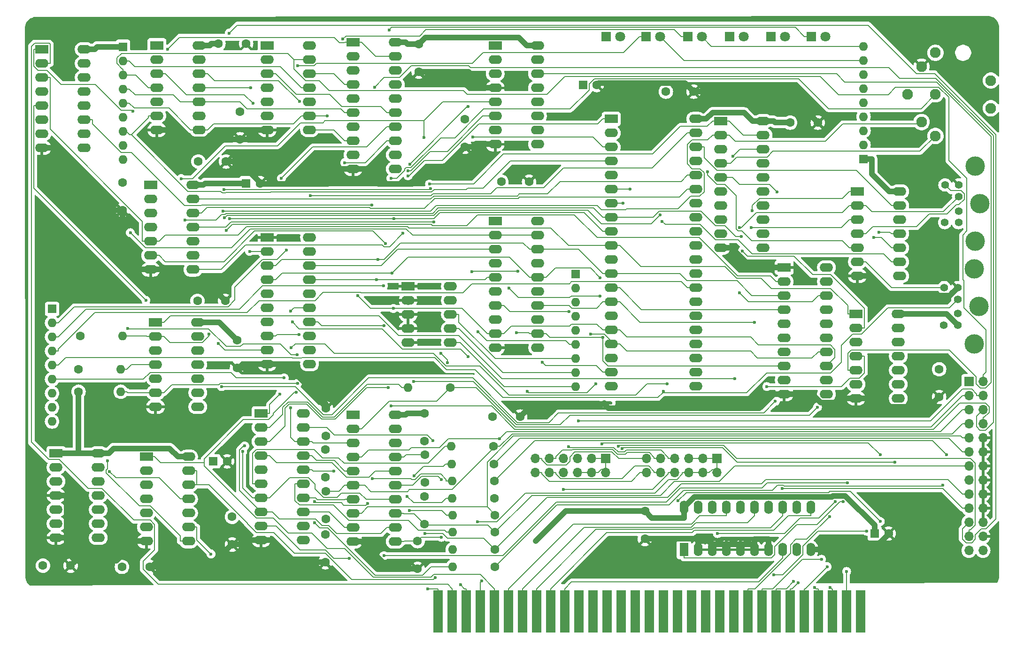
<source format=gbr>
%TF.GenerationSoftware,KiCad,Pcbnew,8.0.6*%
%TF.CreationDate,2025-07-20T09:00:00-05:00*%
%TF.ProjectId,MULTIIO,4d554c54-4949-44f2-9e6b-696361645f70,V1.1*%
%TF.SameCoordinates,Original*%
%TF.FileFunction,Copper,L1,Top*%
%TF.FilePolarity,Positive*%
%FSLAX46Y46*%
G04 Gerber Fmt 4.6, Leading zero omitted, Abs format (unit mm)*
G04 Created by KiCad (PCBNEW 8.0.6) date 2025-07-20 09:00:00*
%MOMM*%
%LPD*%
G01*
G04 APERTURE LIST*
%TA.AperFunction,EtchedComponent*%
%ADD10C,0.000000*%
%TD*%
%TA.AperFunction,ComponentPad*%
%ADD11C,1.600000*%
%TD*%
%TA.AperFunction,ComponentPad*%
%ADD12R,1.700000X1.700000*%
%TD*%
%TA.AperFunction,ComponentPad*%
%ADD13O,1.700000X1.700000*%
%TD*%
%TA.AperFunction,ComponentPad*%
%ADD14R,1.600000X1.600000*%
%TD*%
%TA.AperFunction,ComponentPad*%
%ADD15O,1.600000X1.600000*%
%TD*%
%TA.AperFunction,ComponentPad*%
%ADD16R,1.800000X1.800000*%
%TD*%
%TA.AperFunction,ComponentPad*%
%ADD17C,1.800000*%
%TD*%
%TA.AperFunction,ComponentPad*%
%ADD18C,1.950000*%
%TD*%
%TA.AperFunction,ComponentPad*%
%ADD19R,2.400000X1.600000*%
%TD*%
%TA.AperFunction,ComponentPad*%
%ADD20O,2.400000X1.600000*%
%TD*%
%TA.AperFunction,ConnectorPad*%
%ADD21R,1.780000X7.620000*%
%TD*%
%TA.AperFunction,ComponentPad*%
%ADD22R,1.600000X2.400000*%
%TD*%
%TA.AperFunction,ComponentPad*%
%ADD23O,1.600000X2.400000*%
%TD*%
%TA.AperFunction,ComponentPad*%
%ADD24C,1.422400*%
%TD*%
%TA.AperFunction,ComponentPad*%
%ADD25C,3.497580*%
%TD*%
%TA.AperFunction,ComponentPad*%
%ADD26C,0.600000*%
%TD*%
%TA.AperFunction,ViaPad*%
%ADD27C,0.600000*%
%TD*%
%TA.AperFunction,Conductor*%
%ADD28C,0.200000*%
%TD*%
%TA.AperFunction,Conductor*%
%ADD29C,1.000000*%
%TD*%
G04 APERTURE END LIST*
D10*
%TA.AperFunction,EtchedComponent*%
%TO.C,NT1*%
G36*
X254508000Y-108808800D02*
G01*
X253308000Y-108808800D01*
X253308000Y-108208800D01*
X254508000Y-108208800D01*
X254508000Y-108808800D01*
G37*
%TD.AperFunction*%
%TD*%
D11*
%TO.P,C2,1*%
%TO.N,VCC*%
X180089800Y-64947800D03*
%TO.P,C2,2*%
%TO.N,GND*%
X185089800Y-64947800D03*
%TD*%
%TO.P,C28,1*%
%TO.N,/Printer/PD6*%
X233125000Y-110972600D03*
%TO.P,C28,2*%
%TO.N,GND*%
X238125000Y-110972600D03*
%TD*%
D12*
%TO.P,J5,1,Pin_1*%
%TO.N,INT_PAR*%
X273608800Y-118567200D03*
D13*
%TO.P,J5,2,Pin_2*%
X273608800Y-121107200D03*
%TO.P,J5,3,Pin_3*%
X271068800Y-118567200D03*
%TO.P,J5,4,Pin_4*%
X271068800Y-121107200D03*
%TO.P,J5,5,Pin_5*%
X268528800Y-118567200D03*
%TO.P,J5,6,Pin_6*%
X268528800Y-121107200D03*
%TO.P,J5,7,Pin_7*%
%TO.N,IRQ7*%
X265988800Y-118567200D03*
%TO.P,J5,8,Pin_8*%
%TO.N,IRQ6*%
X265988800Y-121107200D03*
%TO.P,J5,9,Pin_9*%
%TO.N,IRQ5*%
X263448800Y-118567200D03*
%TO.P,J5,10,Pin_10*%
%TO.N,IRQ4*%
X263448800Y-121107200D03*
%TO.P,J5,11,Pin_11*%
%TO.N,IRQ3*%
X260908800Y-118567200D03*
%TO.P,J5,12,Pin_12*%
%TO.N,IRQ2*%
X260908800Y-121107200D03*
%TD*%
D14*
%TO.P,RN2,1,common*%
%TO.N,VCC*%
X248158000Y-85267800D03*
D15*
%TO.P,RN2,2,R1*%
%TO.N,unconnected-(RN2-R1-Pad2)*%
X248158000Y-87807800D03*
%TO.P,RN2,3,R2*%
%TO.N,unconnected-(RN2-R2-Pad3)*%
X248158000Y-90347800D03*
%TO.P,RN2,4,R3*%
%TO.N,unconnected-(RN2-R3-Pad4)*%
X248158000Y-92887800D03*
%TO.P,RN2,5,R4*%
%TO.N,Net-(RN2-R4)*%
X248158000Y-95427800D03*
%TO.P,RN2,6,R5*%
%TO.N,Net-(RN2-R5)*%
X248158000Y-97967800D03*
%TO.P,RN2,7,R6*%
%TO.N,Net-(RN2-R6)*%
X248158000Y-100507800D03*
%TO.P,RN2,8,R7*%
%TO.N,Net-(RN2-R7)*%
X248158000Y-103047800D03*
%TO.P,RN2,9,R8*%
%TO.N,Net-(RN2-R8)*%
X248158000Y-105587800D03*
%TD*%
D11*
%TO.P,R8,1*%
%TO.N,/Printer/PD7*%
X233578400Y-134950200D03*
D15*
%TO.P,R8,2*%
%TO.N,Net-(U13-O7)*%
X225958400Y-134950200D03*
%TD*%
D16*
%TO.P,D6,1,K*%
%TO.N,Net-(D6-K)*%
X290601400Y-42443400D03*
D17*
%TO.P,D6,2,A*%
%TO.N,470C*%
X293141400Y-42443400D03*
%TD*%
D14*
%TO.P,C19,1*%
%TO.N,VCC*%
X249446600Y-51148600D03*
D11*
%TO.P,C19,2*%
%TO.N,GND*%
X251946600Y-51148600D03*
%TD*%
D16*
%TO.P,D3,1,K*%
%TO.N,Net-(D3-K)*%
X268362400Y-42443400D03*
D17*
%TO.P,D3,2,A*%
%TO.N,470H*%
X270902400Y-42443400D03*
%TD*%
D11*
%TO.P,C9,1*%
%TO.N,VCC*%
X219838400Y-43759400D03*
%TO.P,C9,2*%
%TO.N,GND*%
X219838400Y-48759400D03*
%TD*%
%TO.P,C6,1*%
%TO.N,VCC*%
X187629800Y-55934600D03*
%TO.P,C6,2*%
%TO.N,GND*%
X187629800Y-60934600D03*
%TD*%
%TO.P,R11,1*%
%TO.N,VCC*%
X158496000Y-106502200D03*
D15*
%TO.P,R11,2*%
%TO.N,Net-(J7-Pad3)*%
X166116000Y-106502200D03*
%TD*%
D11*
%TO.P,C25,1*%
%TO.N,/Printer/~{STROBE}*%
X166422200Y-68727600D03*
%TO.P,C25,2*%
%TO.N,GND*%
X166422200Y-73727600D03*
%TD*%
D18*
%TO.P,J7,1*%
%TO.N,unconnected-(J7-Pad1)*%
X313015900Y-45338100D03*
%TO.P,J7,2*%
%TO.N,GND*%
X310515900Y-47838100D03*
%TO.P,J7,3*%
%TO.N,Net-(J7-Pad3)*%
X313015900Y-52838100D03*
%TO.P,J7,4*%
%TO.N,SERCLKIN*%
X310515900Y-57838100D03*
%TO.P,J7,5*%
%TO.N,SERDATAIN*%
X313015900Y-60338100D03*
%TO.P,J7,6*%
%TO.N,N/C*%
X308015900Y-52838100D03*
%TO.P,J7,S1*%
X323015900Y-55338100D03*
%TO.P,J7,S2*%
X323015900Y-50338100D03*
%TD*%
D11*
%TO.P,C15,1*%
%TO.N,VCC*%
X264409200Y-52348000D03*
%TO.P,C15,2*%
%TO.N,GND*%
X269409200Y-52348000D03*
%TD*%
%TO.P,C14,1*%
%TO.N,VCC*%
X234742000Y-68604000D03*
%TO.P,C14,2*%
%TO.N,GND*%
X239742000Y-68604000D03*
%TD*%
%TO.P,C26,1*%
%TO.N,/Printer/PD4*%
X219633800Y-133455400D03*
%TO.P,C26,2*%
%TO.N,GND*%
X219633800Y-138455400D03*
%TD*%
D19*
%TO.P,U14,1,OE*%
%TO.N,GND*%
X192532000Y-78638400D03*
D20*
%TO.P,U14,2,O0*%
%TO.N,Net-(U14-O0)*%
X192532000Y-81178400D03*
%TO.P,U14,3,D0*%
%TO.N,B_D0*%
X192532000Y-83718400D03*
%TO.P,U14,4,D1*%
%TO.N,B_D1*%
X192532000Y-86258400D03*
%TO.P,U14,5,O1*%
%TO.N,Net-(U14-O1)*%
X192532000Y-88798400D03*
%TO.P,U14,6,O2*%
%TO.N,Net-(U14-O2)*%
X192532000Y-91338400D03*
%TO.P,U14,7,D2*%
%TO.N,B_D2*%
X192532000Y-93878400D03*
%TO.P,U14,8,D3*%
%TO.N,B_D3*%
X192532000Y-96418400D03*
%TO.P,U14,9,O3*%
%TO.N,Net-(U14-O3)*%
X192532000Y-98958400D03*
%TO.P,U14,10,GND*%
%TO.N,GND*%
X192532000Y-101498400D03*
%TO.P,U14,11,Cp*%
%TO.N,~{PAROUT2}*%
X200152000Y-101498400D03*
%TO.P,U14,12,O4*%
%TO.N,PARINT*%
X200152000Y-98958400D03*
%TO.P,U14,13,D4*%
%TO.N,B_D4*%
X200152000Y-96418400D03*
%TO.P,U14,14,D5*%
%TO.N,B_D5*%
X200152000Y-93878400D03*
%TO.P,U14,15,O5*%
%TO.N,/Printer/~{PDENBL}*%
X200152000Y-91338400D03*
%TO.P,U14,16,O6*%
%TO.N,/Printer/STATUS0*%
X200152000Y-88798400D03*
%TO.P,U14,17,D6*%
%TO.N,B_D6*%
X200152000Y-86258400D03*
%TO.P,U14,18,D7*%
%TO.N,B_D7*%
X200152000Y-83718400D03*
%TO.P,U14,19,O7*%
%TO.N,/Printer/STATUS1*%
X200152000Y-81178400D03*
%TO.P,U14,20,VCC*%
%TO.N,VCC*%
X200152000Y-78638400D03*
%TD*%
D11*
%TO.P,C16,1*%
%TO.N,VCC*%
X286812000Y-57936000D03*
%TO.P,C16,2*%
%TO.N,GND*%
X291812000Y-57936000D03*
%TD*%
%TO.P,R1,1*%
%TO.N,/Printer/PD0*%
X225552000Y-105740200D03*
D15*
%TO.P,R1,2*%
%TO.N,Net-(U13-O0)*%
X217932000Y-105740200D03*
%TD*%
D16*
%TO.P,D2,1,K*%
%TO.N,Net-(D2-K)*%
X260862400Y-42443400D03*
D17*
%TO.P,D2,2,A*%
%TO.N,470G*%
X263402400Y-42443400D03*
%TD*%
D11*
%TO.P,C4,1*%
%TO.N,VCC*%
X166323000Y-138099800D03*
%TO.P,C4,2*%
%TO.N,GND*%
X171323000Y-138099800D03*
%TD*%
%TO.P,C29,1*%
%TO.N,/Printer/PD7*%
X220929200Y-117859800D03*
%TO.P,C29,2*%
%TO.N,GND*%
X220929200Y-122859800D03*
%TD*%
D14*
%TO.P,RN3,1,common*%
%TO.N,VCC*%
X153720800Y-91541600D03*
D15*
%TO.P,RN3,2,R1*%
%TO.N,/Keyboard/MSECLK*%
X153720800Y-94081600D03*
%TO.P,RN3,3,R2*%
%TO.N,/Keyboard/KBDCLK*%
X153720800Y-96621600D03*
%TO.P,RN3,4,R3*%
%TO.N,/Keyboard/MSEDAT*%
X153720800Y-99161600D03*
%TO.P,RN3,5,R4*%
%TO.N,/Keyboard/KBDDAT*%
X153720800Y-101701600D03*
%TO.P,RN3,6,R5*%
%TO.N,/Keyboard/PROG*%
X153720800Y-104241600D03*
%TO.P,RN3,7,R6*%
%TO.N,unconnected-(RN3-R6-Pad7)*%
X153720800Y-106781600D03*
%TO.P,RN3,8,R7*%
%TO.N,unconnected-(RN3-R7-Pad8)*%
X153720800Y-109321600D03*
%TO.P,RN3,9,R8*%
%TO.N,unconnected-(RN3-R8-Pad9)*%
X153720800Y-111861600D03*
%TD*%
D16*
%TO.P,D1,1,K*%
%TO.N,Net-(D1-K)*%
X253669800Y-42392600D03*
D17*
%TO.P,D1,2,A*%
%TO.N,470A*%
X256209800Y-42392600D03*
%TD*%
D19*
%TO.P,U16,1,OEa*%
%TO.N,~{PARIN1}*%
X233680000Y-75692000D03*
D20*
%TO.P,U16,2,I0a*%
X233680000Y-78232000D03*
%TO.P,U16,3,O3b*%
%TO.N,B_D7*%
X233680000Y-80772000D03*
%TO.P,U16,4,I1a*%
%TO.N,~{PARIN1}*%
X233680000Y-83312000D03*
%TO.P,U16,5,O2b*%
%TO.N,B_D6*%
X233680000Y-85852000D03*
%TO.P,U16,6,I2a*%
%TO.N,~{PARIN1}*%
X233680000Y-88392000D03*
%TO.P,U16,7,O1b*%
%TO.N,B_D5*%
X233680000Y-90932000D03*
%TO.P,U16,8,I3a*%
%TO.N,/Printer/ERROR*%
X233680000Y-93472000D03*
%TO.P,U16,9,O0b*%
%TO.N,B_D4*%
X233680000Y-96012000D03*
%TO.P,U16,10,GND*%
%TO.N,GND*%
X233680000Y-98552000D03*
%TO.P,U16,11,I0b*%
%TO.N,/Printer/SELECT*%
X241300000Y-98552000D03*
%TO.P,U16,12,O3a*%
%TO.N,B_D3*%
X241300000Y-96012000D03*
%TO.P,U16,13,I1b*%
%TO.N,/Printer/PAPEROUT*%
X241300000Y-93472000D03*
%TO.P,U16,14,O2a*%
%TO.N,B_D2*%
X241300000Y-90932000D03*
%TO.P,U16,15,I2b*%
%TO.N,ACK*%
X241300000Y-88392000D03*
%TO.P,U16,16,O1a*%
%TO.N,B_D1*%
X241300000Y-85852000D03*
%TO.P,U16,17,I3b*%
%TO.N,/Printer/BUSY*%
X241300000Y-83312000D03*
%TO.P,U16,18,O0a*%
%TO.N,B_D0*%
X241300000Y-80772000D03*
%TO.P,U16,19,OEb*%
%TO.N,~{PARIN1}*%
X241300000Y-78232000D03*
%TO.P,U16,20,VCC*%
%TO.N,VCC*%
X241300000Y-75692000D03*
%TD*%
D11*
%TO.P,C27,1*%
%TO.N,/Printer/PD5*%
X220903800Y-130374400D03*
%TO.P,C27,2*%
%TO.N,GND*%
X220903800Y-125374400D03*
%TD*%
D12*
%TO.P,P1,1,Pin_1*%
%TO.N,/Printer/~{STROBE}*%
X319049400Y-104648000D03*
D13*
%TO.P,P1,2,Pin_2*%
%TO.N,/Printer/~{LINEFEED}*%
X321589400Y-104648000D03*
%TO.P,P1,3,Pin_3*%
%TO.N,/Printer/PD0*%
X319049400Y-107188000D03*
%TO.P,P1,4,Pin_4*%
%TO.N,/Printer/ERROR*%
X321589400Y-107188000D03*
%TO.P,P1,5,Pin_5*%
%TO.N,/Printer/PD1*%
X319049400Y-109728000D03*
%TO.P,P1,6,Pin_6*%
%TO.N,/Printer/P-RESET*%
X321589400Y-109728000D03*
%TO.P,P1,7,Pin_7*%
%TO.N,/Printer/PD2*%
X319049400Y-112268000D03*
%TO.P,P1,8,Pin_8*%
%TO.N,/Printer/~{SEL}*%
X321589400Y-112268000D03*
%TO.P,P1,9,Pin_9*%
%TO.N,/Printer/PD3*%
X319049400Y-114808000D03*
%TO.P,P1,10,Pin_10*%
%TO.N,GND*%
X321589400Y-114808000D03*
%TO.P,P1,11,Pin_11*%
%TO.N,/Printer/PD4*%
X319049400Y-117348000D03*
%TO.P,P1,12,Pin_12*%
%TO.N,GND*%
X321589400Y-117348000D03*
%TO.P,P1,13,Pin_13*%
%TO.N,/Printer/PD5*%
X319049400Y-119888000D03*
%TO.P,P1,14,Pin_14*%
%TO.N,GND*%
X321589400Y-119888000D03*
%TO.P,P1,15,Pin_15*%
%TO.N,/Printer/PD6*%
X319049400Y-122428000D03*
%TO.P,P1,16,Pin_16*%
%TO.N,GND*%
X321589400Y-122428000D03*
%TO.P,P1,17,Pin_17*%
%TO.N,/Printer/PD7*%
X319049400Y-124968000D03*
%TO.P,P1,18,Pin_18*%
%TO.N,GND*%
X321589400Y-124968000D03*
%TO.P,P1,19,Pin_19*%
%TO.N,ACK*%
X319049400Y-127508000D03*
%TO.P,P1,20,Pin_20*%
%TO.N,GND*%
X321589400Y-127508000D03*
%TO.P,P1,21,Pin_21*%
%TO.N,/Printer/~{BUSY}*%
X319049400Y-130048000D03*
%TO.P,P1,22,Pin_22*%
%TO.N,GND*%
X321589400Y-130048000D03*
%TO.P,P1,23,Pin_23*%
%TO.N,/Printer/PAPEROUT*%
X319049400Y-132588000D03*
%TO.P,P1,24,Pin_24*%
%TO.N,GND*%
X321589400Y-132588000D03*
%TO.P,P1,25,Pin_25*%
%TO.N,/Printer/SELECT*%
X319049400Y-135128000D03*
%TO.P,P1,26,Pin_26*%
%TO.N,/Printer/STATUS0*%
X321589400Y-135128000D03*
%TD*%
D19*
%TO.P,U19,1,OE*%
%TO.N,GND*%
X285750000Y-84074000D03*
D20*
%TO.P,U19,2,O0*%
%TO.N,SERATNOUT*%
X285750000Y-86614000D03*
%TO.P,U19,3,D0*%
%TO.N,B_D0*%
X285750000Y-89154000D03*
%TO.P,U19,4,D1*%
%TO.N,B_D1*%
X285750000Y-91694000D03*
%TO.P,U19,5,O1*%
%TO.N,SERCLKOUT*%
X285750000Y-94234000D03*
%TO.P,U19,6,O2*%
%TO.N,SERDATAOUT*%
X285750000Y-96774000D03*
%TO.P,U19,7,D2*%
%TO.N,B_D2*%
X285750000Y-99314000D03*
%TO.P,U19,8,D3*%
%TO.N,B_D3*%
X285750000Y-101854000D03*
%TO.P,U19,9,O3*%
%TO.N,unconnected-(U19-O3-Pad9)*%
X285750000Y-104394000D03*
%TO.P,U19,10,GND*%
%TO.N,GND*%
X285750000Y-106934000D03*
%TO.P,U19,11,Cp*%
%TO.N,Net-(U19-Cp)*%
X293370000Y-106934000D03*
%TO.P,U19,12,O4*%
%TO.N,unconnected-(U19-O4-Pad12)*%
X293370000Y-104394000D03*
%TO.P,U19,13,D4*%
%TO.N,B_D4*%
X293370000Y-101854000D03*
%TO.P,U19,14,D5*%
%TO.N,B_D5*%
X293370000Y-99314000D03*
%TO.P,U19,15,O5*%
%TO.N,unconnected-(U19-O5-Pad15)*%
X293370000Y-96774000D03*
%TO.P,U19,16,O6*%
%TO.N,unconnected-(U19-O6-Pad16)*%
X293370000Y-94234000D03*
%TO.P,U19,17,D6*%
%TO.N,B_D6*%
X293370000Y-91694000D03*
%TO.P,U19,18,D7*%
%TO.N,B_D7*%
X293370000Y-89154000D03*
%TO.P,U19,19,O7*%
%TO.N,unconnected-(U19-O7-Pad19)*%
X293370000Y-86614000D03*
%TO.P,U19,20,VCC*%
%TO.N,VCC*%
X293370000Y-84074000D03*
%TD*%
D14*
%TO.P,C17,1*%
%TO.N,VCC*%
X188736600Y-68884800D03*
D11*
%TO.P,C17,2*%
%TO.N,GND*%
X191236600Y-68884800D03*
%TD*%
D16*
%TO.P,D4,1,K*%
%TO.N,Net-(D4-K)*%
X275862400Y-42443400D03*
D17*
%TO.P,D4,2,A*%
%TO.N,470B*%
X278402400Y-42443400D03*
%TD*%
D19*
%TO.P,U20,1,OEa*%
%TO.N,Net-(U20-OEa)*%
X274320000Y-57658000D03*
D20*
%TO.P,U20,2,I0a*%
%TO.N,SERCLKIN*%
X274320000Y-60198000D03*
%TO.P,U20,3,O3b*%
%TO.N,B_D7*%
X274320000Y-62738000D03*
%TO.P,U20,4,I1a*%
%TO.N,SERDATAIN*%
X274320000Y-65278000D03*
%TO.P,U20,5,O2b*%
%TO.N,B_D6*%
X274320000Y-67818000D03*
%TO.P,U20,6,I2a*%
%TO.N,unconnected-(U20-I2a-Pad6)*%
X274320000Y-70358000D03*
%TO.P,U20,7,O1b*%
%TO.N,B_D5*%
X274320000Y-72898000D03*
%TO.P,U20,8,I3a*%
%TO.N,unconnected-(U20-I3a-Pad8)*%
X274320000Y-75438000D03*
%TO.P,U20,9,O0b*%
%TO.N,B_D4*%
X274320000Y-77978000D03*
%TO.P,U20,10,GND*%
%TO.N,GND*%
X274320000Y-80518000D03*
%TO.P,U20,11,I0b*%
%TO.N,unconnected-(U20-I0b-Pad11)*%
X281940000Y-80518000D03*
%TO.P,U20,12,O3a*%
%TO.N,B_D3*%
X281940000Y-77978000D03*
%TO.P,U20,13,I1b*%
%TO.N,unconnected-(U20-I1b-Pad13)*%
X281940000Y-75438000D03*
%TO.P,U20,14,O2a*%
%TO.N,B_D2*%
X281940000Y-72898000D03*
%TO.P,U20,15,I2b*%
%TO.N,unconnected-(U20-I2b-Pad15)*%
X281940000Y-70358000D03*
%TO.P,U20,16,O1a*%
%TO.N,B_D1*%
X281940000Y-67818000D03*
%TO.P,U20,17,I3b*%
%TO.N,unconnected-(U20-I3b-Pad17)*%
X281940000Y-65278000D03*
%TO.P,U20,18,O0a*%
%TO.N,B_D0*%
X281940000Y-62738000D03*
%TO.P,U20,19,OEb*%
%TO.N,Net-(U20-OEa)*%
X281940000Y-60198000D03*
%TO.P,U20,20,VCC*%
%TO.N,VCC*%
X281940000Y-57658000D03*
%TD*%
D19*
%TO.P,U6,1*%
%TO.N,Net-(U14-O2)*%
X192532000Y-43992800D03*
D20*
%TO.P,U6,2*%
%TO.N,Net-(U5-Pad11)*%
X192532000Y-46532800D03*
%TO.P,U6,3*%
%TO.N,/Printer/STATUS0*%
X192532000Y-49072800D03*
%TO.P,U6,4*%
%TO.N,Net-(D2-K)*%
X192532000Y-51612800D03*
%TO.P,U6,5*%
%TO.N,/Printer/STATUS1*%
X192532000Y-54152800D03*
%TO.P,U6,6*%
%TO.N,Net-(D3-K)*%
X192532000Y-56692800D03*
%TO.P,U6,7,GND*%
%TO.N,GND*%
X192532000Y-59232800D03*
%TO.P,U6,8*%
%TO.N,Net-(U17-I3a)*%
X200152000Y-59232800D03*
%TO.P,U6,9*%
%TO.N,/Printer/~{SEL}*%
X200152000Y-56692800D03*
%TO.P,U6,10*%
%TO.N,Net-(U17-I0a)*%
X200152000Y-54152800D03*
%TO.P,U6,11*%
%TO.N,/Printer/~{STROBE}*%
X200152000Y-51612800D03*
%TO.P,U6,12*%
%TO.N,Net-(U17-I1a)*%
X200152000Y-49072800D03*
%TO.P,U6,13*%
%TO.N,/Printer/~{LINEFEED}*%
X200152000Y-46532800D03*
%TO.P,U6,14,VCC*%
%TO.N,VCC*%
X200152000Y-43992800D03*
%TD*%
D21*
%TO.P,J1,32,IO*%
%TO.N,B_~{NMI}*%
X299534900Y-146144300D03*
%TO.P,J1,33,DB7*%
%TO.N,B_D7*%
X296994900Y-146144300D03*
%TO.P,J1,34,DB6*%
%TO.N,B_D6*%
X294454900Y-146144300D03*
%TO.P,J1,35,DB5*%
%TO.N,B_D5*%
X291914900Y-146144300D03*
%TO.P,J1,36,DB4*%
%TO.N,B_D4*%
X289374900Y-146144300D03*
%TO.P,J1,37,DB3*%
%TO.N,B_D3*%
X286834900Y-146144300D03*
%TO.P,J1,38,DB2*%
%TO.N,B_D2*%
X284294900Y-146144300D03*
%TO.P,J1,39,DB1*%
%TO.N,B_D1*%
X281754900Y-146144300D03*
%TO.P,J1,40,DB0*%
%TO.N,B_D0*%
X279214900Y-146144300D03*
%TO.P,J1,41,IO_READY*%
%TO.N,unconnected-(J1-IO_READY-Pad41)*%
X276674900Y-146144300D03*
%TO.P,J1,42,AEN*%
%TO.N,{slash}AEN*%
X274134900Y-146144300D03*
%TO.P,J1,43,BA19*%
%TO.N,B_A19*%
X271594900Y-146144300D03*
%TO.P,J1,44,BA18*%
%TO.N,B_A18*%
X269054900Y-146144300D03*
%TO.P,J1,45,BA17*%
%TO.N,B_A17*%
X266514900Y-146144300D03*
%TO.P,J1,46,BA16*%
%TO.N,B_A16*%
X263974900Y-146144300D03*
%TO.P,J1,47,BA15*%
%TO.N,B_A15*%
X261434900Y-146144300D03*
%TO.P,J1,48,BA14*%
%TO.N,B_A14*%
X258894900Y-146144300D03*
%TO.P,J1,49,BA13*%
%TO.N,B_A13*%
X256354900Y-146144300D03*
%TO.P,J1,50,BA12*%
%TO.N,B_A12*%
X253814900Y-146144300D03*
%TO.P,J1,51,BA11*%
%TO.N,B_A11*%
X251274900Y-146144300D03*
%TO.P,J1,52,BA10*%
%TO.N,B_A10*%
X248734900Y-146144300D03*
%TO.P,J1,53,BA09*%
%TO.N,B_A9*%
X246194900Y-146144300D03*
%TO.P,J1,54,BA08*%
%TO.N,B_A8*%
X243654900Y-146144300D03*
%TO.P,J1,55,BA07*%
%TO.N,B_A7*%
X241114900Y-146144300D03*
%TO.P,J1,56,BA06*%
%TO.N,B_A6*%
X238574900Y-146144300D03*
%TO.P,J1,57,BA05*%
%TO.N,B_A5*%
X236034900Y-146144300D03*
%TO.P,J1,58,BA04*%
%TO.N,B_A4*%
X233494900Y-146144300D03*
%TO.P,J1,59,BA03*%
%TO.N,B_A3*%
X230954900Y-146144300D03*
%TO.P,J1,60,BA02*%
%TO.N,B_A2*%
X228414900Y-146144300D03*
%TO.P,J1,61,BA01*%
%TO.N,B_A1*%
X225874900Y-146144300D03*
%TO.P,J1,62,BA00*%
%TO.N,B_A0*%
X223334900Y-146144300D03*
%TD*%
D19*
%TO.P,U13,1,OE*%
%TO.N,/Printer/~{PDENBL}*%
X191414400Y-110413800D03*
D20*
%TO.P,U13,2,O0*%
%TO.N,Net-(U13-O0)*%
X191414400Y-112953800D03*
%TO.P,U13,3,D0*%
%TO.N,B_D0*%
X191414400Y-115493800D03*
%TO.P,U13,4,D1*%
%TO.N,B_D1*%
X191414400Y-118033800D03*
%TO.P,U13,5,O1*%
%TO.N,Net-(U13-O1)*%
X191414400Y-120573800D03*
%TO.P,U13,6,O2*%
%TO.N,Net-(U13-O2)*%
X191414400Y-123113800D03*
%TO.P,U13,7,D2*%
%TO.N,B_D2*%
X191414400Y-125653800D03*
%TO.P,U13,8,D3*%
%TO.N,B_D3*%
X191414400Y-128193800D03*
%TO.P,U13,9,O3*%
%TO.N,Net-(U13-O3)*%
X191414400Y-130733800D03*
%TO.P,U13,10,GND*%
%TO.N,GND*%
X191414400Y-133273800D03*
%TO.P,U13,11,Cp*%
%TO.N,~{PAROUT0}*%
X199034400Y-133273800D03*
%TO.P,U13,12,O4*%
%TO.N,Net-(U13-O4)*%
X199034400Y-130733800D03*
%TO.P,U13,13,D4*%
%TO.N,B_D4*%
X199034400Y-128193800D03*
%TO.P,U13,14,D5*%
%TO.N,B_D5*%
X199034400Y-125653800D03*
%TO.P,U13,15,O5*%
%TO.N,Net-(U13-O5)*%
X199034400Y-123113800D03*
%TO.P,U13,16,O6*%
%TO.N,Net-(U13-O6)*%
X199034400Y-120573800D03*
%TO.P,U13,17,D6*%
%TO.N,B_D6*%
X199034400Y-118033800D03*
%TO.P,U13,18,D7*%
%TO.N,B_D7*%
X199034400Y-115493800D03*
%TO.P,U13,19,O7*%
%TO.N,Net-(U13-O7)*%
X199034400Y-112953800D03*
%TO.P,U13,20,VCC*%
%TO.N,VCC*%
X199034400Y-110413800D03*
%TD*%
D19*
%TO.P,U10,1,Pin_1*%
%TO.N,VCC*%
X154432000Y-117602000D03*
D20*
%TO.P,U10,2,Pin_2*%
%TO.N,unconnected-(U10-Pin_2-Pad2)*%
X154432000Y-120142000D03*
%TO.P,U10,3,Pin_3*%
%TO.N,unconnected-(U10-Pin_3-Pad3)*%
X154432000Y-122682000D03*
%TO.P,U10,4,Pin_4*%
%TO.N,GND*%
X154432000Y-125222000D03*
%TO.P,U10,5,Pin_5*%
%TO.N,unconnected-(U10-Pin_5-Pad5)*%
X154432000Y-127762000D03*
%TO.P,U10,6,Pin_6*%
%TO.N,unconnected-(U10-Pin_6-Pad6)*%
X154432000Y-130302000D03*
%TO.P,U10,7,Pin_7*%
%TO.N,GND*%
X154432000Y-132842000D03*
%TO.P,U10,8,Pin_8*%
%TO.N,CLK*%
X162052000Y-132842000D03*
%TO.P,U10,9,Pin_9*%
%TO.N,unconnected-(U10-Pin_9-Pad9)*%
X162052000Y-130302000D03*
%TO.P,U10,10,Pin_10*%
%TO.N,unconnected-(U10-Pin_10-Pad10)*%
X162052000Y-127762000D03*
%TO.P,U10,11,Pin_11*%
%TO.N,CLK*%
X162052000Y-125222000D03*
%TO.P,U10,12,Pin_12*%
%TO.N,unconnected-(U10-Pin_12-Pad12)*%
X162052000Y-122682000D03*
%TO.P,U10,13,Pin_13*%
%TO.N,unconnected-(U10-Pin_13-Pad13)*%
X162052000Y-120142000D03*
%TO.P,U10,14,Pin_14*%
%TO.N,VCC*%
X162052000Y-117602000D03*
%TD*%
D11*
%TO.P,R9,1*%
%TO.N,/Printer/~{STROBE}*%
X233595200Y-138050400D03*
D15*
%TO.P,R9,2*%
%TO.N,Net-(R9-Pad2)*%
X225975200Y-138050400D03*
%TD*%
D19*
%TO.P,U8,1,A0*%
%TO.N,B_A1*%
X233629200Y-44069000D03*
D20*
%TO.P,U8,2,A1*%
%TO.N,B_A2*%
X233629200Y-46609000D03*
%TO.P,U8,3,A2*%
%TO.N,B_A3*%
X233629200Y-49149000D03*
%TO.P,U8,4,E1*%
%TO.N,GND*%
X233629200Y-51689000D03*
%TO.P,U8,5,E2*%
%TO.N,BoardSelect*%
X233629200Y-54229000D03*
%TO.P,U8,6,E3*%
%TO.N,B_A4*%
X233629200Y-56769000D03*
%TO.P,U8,7,O7*%
%TO.N,~{CS_KM}*%
X233629200Y-59309000D03*
%TO.P,U8,8,GND*%
%TO.N,GND*%
X233629200Y-61849000D03*
%TO.P,U8,9,O6*%
%TO.N,~{SELx1C}*%
X241249200Y-61849000D03*
%TO.P,U8,10,O5*%
%TO.N,~{SELx1A}*%
X241249200Y-59309000D03*
%TO.P,U8,11,O4*%
%TO.N,~{SELx18}*%
X241249200Y-56769000D03*
%TO.P,U8,12,O3*%
%TO.N,~{SELx16}*%
X241249200Y-54229000D03*
%TO.P,U8,13,O2*%
%TO.N,~{SELx14}*%
X241249200Y-51689000D03*
%TO.P,U8,14,O1*%
%TO.N,~{SELx12}*%
X241249200Y-49149000D03*
%TO.P,U8,15,O0*%
%TO.N,~{SELx10}*%
X241249200Y-46609000D03*
%TO.P,U8,16,VCC*%
%TO.N,VCC*%
X241249200Y-44069000D03*
%TD*%
D11*
%TO.P,C10,1*%
%TO.N,VCC*%
X313690000Y-102442000D03*
%TO.P,C10,2*%
%TO.N,GND*%
X313690000Y-107442000D03*
%TD*%
%TO.P,C7,1*%
%TO.N,VCC*%
X187071000Y-97209600D03*
%TO.P,C7,2*%
%TO.N,GND*%
X187071000Y-102209600D03*
%TD*%
D22*
%TO.P,U7,1,G*%
%TO.N,Net-(U7-G)*%
X267665200Y-135001000D03*
D23*
%TO.P,U7,2,P0*%
%TO.N,GND*%
X270205200Y-135001000D03*
%TO.P,U7,3,R0*%
X272745200Y-135001000D03*
%TO.P,U7,4,P1*%
X275285200Y-135001000D03*
%TO.P,U7,5,R1*%
X277825200Y-135001000D03*
%TO.P,U7,6,P2*%
X280365200Y-135001000D03*
%TO.P,U7,7,R2*%
X282905200Y-135001000D03*
%TO.P,U7,8,P3*%
%TO.N,B_A9*%
X285445200Y-135001000D03*
%TO.P,U7,9,R3*%
%TO.N,Net-(RN2-R4)*%
X287985200Y-135001000D03*
%TO.P,U7,10,GND*%
%TO.N,GND*%
X290525200Y-135001000D03*
%TO.P,U7,11,P4*%
%TO.N,B_A8*%
X290525200Y-127381000D03*
%TO.P,U7,12,R4*%
%TO.N,Net-(RN2-R5)*%
X287985200Y-127381000D03*
%TO.P,U7,13,P5*%
%TO.N,B_A7*%
X285445200Y-127381000D03*
%TO.P,U7,14,R5*%
%TO.N,Net-(RN2-R6)*%
X282905200Y-127381000D03*
%TO.P,U7,15,P6*%
%TO.N,B_A6*%
X280365200Y-127381000D03*
%TO.P,U7,16,R6*%
%TO.N,Net-(RN2-R7)*%
X277825200Y-127381000D03*
%TO.P,U7,17,P7*%
%TO.N,B_A5*%
X275285200Y-127381000D03*
%TO.P,U7,18,R7*%
%TO.N,Net-(RN2-R8)*%
X272745200Y-127381000D03*
%TO.P,U7,19,P=R*%
%TO.N,BoardSelect*%
X270205200Y-127381000D03*
%TO.P,U7,20,VCC*%
%TO.N,VCC*%
X267665200Y-127381000D03*
%TD*%
D11*
%TO.P,C1,1*%
%TO.N,VCC*%
X183722000Y-43688000D03*
%TO.P,C1,2*%
%TO.N,GND*%
X188722000Y-43688000D03*
%TD*%
%TO.P,C5,1*%
%TO.N,VCC*%
X152073600Y-137871200D03*
%TO.P,C5,2*%
%TO.N,GND*%
X157073600Y-137871200D03*
%TD*%
D14*
%TO.P,C18,1*%
%TO.N,VCC*%
X182792500Y-119049800D03*
D11*
%TO.P,C18,2*%
%TO.N,GND*%
X185292500Y-119049800D03*
%TD*%
D19*
%TO.P,U9,1,A0*%
%TO.N,B_A0*%
X151892000Y-44704000D03*
D20*
%TO.P,U9,2,A1*%
%TO.N,B_A1*%
X151892000Y-47244000D03*
%TO.P,U9,3,A2*%
%TO.N,B_IOW*%
X151892000Y-49784000D03*
%TO.P,U9,4,E1*%
%TO.N,GND*%
X151892000Y-52324000D03*
%TO.P,U9,5,E2*%
%TO.N,~{CS_PAR}*%
X151892000Y-54864000D03*
%TO.P,U9,6,E3*%
%TO.N,VCC*%
X151892000Y-57404000D03*
%TO.P,U9,7,O7*%
%TO.N,unconnected-(U9-O7-Pad7)*%
X151892000Y-59944000D03*
%TO.P,U9,8,GND*%
%TO.N,GND*%
X151892000Y-62484000D03*
%TO.P,U9,9,O6*%
%TO.N,~{PARIN2}*%
X159512000Y-62484000D03*
%TO.P,U9,10,O5*%
%TO.N,~{PARIN1}*%
X159512000Y-59944000D03*
%TO.P,U9,11,O4*%
%TO.N,~{PARIN0}*%
X159512000Y-57404000D03*
%TO.P,U9,12,O3*%
%TO.N,unconnected-(U9-O3-Pad12)*%
X159512000Y-54864000D03*
%TO.P,U9,13,O2*%
%TO.N,~{PAROUT2}*%
X159512000Y-52324000D03*
%TO.P,U9,14,O1*%
%TO.N,unconnected-(U9-O1-Pad14)*%
X159512000Y-49784000D03*
%TO.P,U9,15,O0*%
%TO.N,~{PAROUT0}*%
X159512000Y-47244000D03*
%TO.P,U9,16,VCC*%
%TO.N,VCC*%
X159512000Y-44704000D03*
%TD*%
D11*
%TO.P,R10,1*%
%TO.N,VCC*%
X158496000Y-102452200D03*
D15*
%TO.P,R10,2*%
%TO.N,SERCLKIN*%
X166116000Y-102452200D03*
%TD*%
D19*
%TO.P,U17,1,OEa*%
%TO.N,~{PARIN2}*%
X208000600Y-43434000D03*
D20*
%TO.P,U17,2,I0a*%
%TO.N,Net-(U17-I0a)*%
X208000600Y-45974000D03*
%TO.P,U17,3,O3b*%
%TO.N,B_D7*%
X208000600Y-48514000D03*
%TO.P,U17,4,I1a*%
%TO.N,Net-(U17-I1a)*%
X208000600Y-51054000D03*
%TO.P,U17,5,O2b*%
%TO.N,B_D6*%
X208000600Y-53594000D03*
%TO.P,U17,6,I2a*%
%TO.N,/Printer/P-RESET*%
X208000600Y-56134000D03*
%TO.P,U17,7,O1b*%
%TO.N,B_D5*%
X208000600Y-58674000D03*
%TO.P,U17,8,I3a*%
%TO.N,Net-(U17-I3a)*%
X208000600Y-61214000D03*
%TO.P,U17,9,O0b*%
%TO.N,B_D4*%
X208000600Y-63754000D03*
%TO.P,U17,10,GND*%
%TO.N,GND*%
X208000600Y-66294000D03*
%TO.P,U17,11,I0b*%
%TO.N,PARINT*%
X215620600Y-66294000D03*
%TO.P,U17,12,O3a*%
%TO.N,B_D3*%
X215620600Y-63754000D03*
%TO.P,U17,13,I1b*%
%TO.N,/Printer/~{PDENBL}*%
X215620600Y-61214000D03*
%TO.P,U17,14,O2a*%
%TO.N,B_D2*%
X215620600Y-58674000D03*
%TO.P,U17,15,I2b*%
%TO.N,/Printer/STATUS0*%
X215620600Y-56134000D03*
%TO.P,U17,16,O1a*%
%TO.N,B_D1*%
X215620600Y-53594000D03*
%TO.P,U17,17,I3b*%
%TO.N,/Printer/STATUS1*%
X215620600Y-51054000D03*
%TO.P,U17,18,O0a*%
%TO.N,B_D0*%
X215620600Y-48514000D03*
%TO.P,U17,19,OEb*%
%TO.N,~{PARIN2}*%
X215620600Y-45974000D03*
%TO.P,U17,20,VCC*%
%TO.N,VCC*%
X215620600Y-43434000D03*
%TD*%
D11*
%TO.P,R2,1*%
%TO.N,/Printer/PD2*%
X233299000Y-116332000D03*
D15*
%TO.P,R2,2*%
%TO.N,Net-(U13-O2)*%
X225679000Y-116332000D03*
%TD*%
D24*
%TO.P,J4,1*%
%TO.N,/Keyboard/KBDDAT*%
X317042820Y-89809360D03*
%TO.P,J4,2*%
%TO.N,unconnected-(J4-Pad2)*%
X317042820Y-92405240D03*
%TO.P,J4,3*%
%TO.N,GND*%
X317042820Y-87708780D03*
%TO.P,J4,4*%
%TO.N,VCC*%
X317042820Y-94505820D03*
%TO.P,J4,5*%
%TO.N,/Keyboard/KBDCLK*%
X314594260Y-87708780D03*
%TO.P,J4,6*%
%TO.N,unconnected-(J4-Pad6)*%
X314543460Y-94505820D03*
D25*
%TO.P,J4,SH1*%
%TO.N,N/C*%
X320042560Y-97906880D03*
%TO.P,J4,SH2*%
X320840120Y-91107300D03*
%TO.P,J4,SH3*%
X320042560Y-84358520D03*
%TD*%
D14*
%TO.P,RN1,1,common*%
%TO.N,VCC*%
X300050200Y-64490600D03*
D15*
%TO.P,RN1,2,R1*%
%TO.N,470A*%
X300050200Y-61950600D03*
%TO.P,RN1,3,R2*%
%TO.N,470B*%
X300050200Y-59410600D03*
%TO.P,RN1,4,R3*%
%TO.N,470C*%
X300050200Y-56870600D03*
%TO.P,RN1,5,R4*%
%TO.N,470D*%
X300050200Y-54330600D03*
%TO.P,RN1,6,R5*%
%TO.N,470E*%
X300050200Y-51790600D03*
%TO.P,RN1,7,R6*%
%TO.N,470F*%
X300050200Y-49250600D03*
%TO.P,RN1,8,R7*%
%TO.N,470G*%
X300050200Y-46710600D03*
%TO.P,RN1,9,R8*%
%TO.N,470H*%
X300050200Y-44170600D03*
%TD*%
D11*
%TO.P,C23,1*%
%TO.N,/Printer/PD2*%
X203098400Y-124438400D03*
%TO.P,C23,2*%
%TO.N,GND*%
X203098400Y-129438400D03*
%TD*%
%TO.P,C21,1*%
%TO.N,/Printer/PD0*%
X203047600Y-121941600D03*
%TO.P,C21,2*%
%TO.N,GND*%
X203047600Y-116941600D03*
%TD*%
D19*
%TO.P,U5,1*%
%TO.N,Net-(U14-O0)*%
X172618400Y-43992800D03*
D20*
%TO.P,U5,2*%
%TO.N,Net-(R9-Pad2)*%
X172618400Y-46532800D03*
%TO.P,U5,3*%
%TO.N,Net-(U14-O1)*%
X172618400Y-49072800D03*
%TO.P,U5,4*%
%TO.N,/Printer/~{LINEFEED}*%
X172618400Y-51612800D03*
%TO.P,U5,5*%
%TO.N,RESET*%
X172618400Y-54152800D03*
%TO.P,U5,6*%
%TO.N,~{RESET}*%
X172618400Y-56692800D03*
%TO.P,U5,7,GND*%
%TO.N,GND*%
X172618400Y-59232800D03*
%TO.P,U5,8*%
%TO.N,/Printer/~{SEL}*%
X180238400Y-59232800D03*
%TO.P,U5,9*%
%TO.N,Net-(U14-O3)*%
X180238400Y-56692800D03*
%TO.P,U5,10*%
%TO.N,/Printer/P-RESET*%
X180238400Y-54152800D03*
%TO.P,U5,11*%
%TO.N,Net-(U5-Pad11)*%
X180238400Y-51612800D03*
%TO.P,U5,12*%
%TO.N,/Printer/BUSY*%
X180238400Y-49072800D03*
%TO.P,U5,13*%
%TO.N,/Printer/~{BUSY}*%
X180238400Y-46532800D03*
%TO.P,U5,14,VCC*%
%TO.N,VCC*%
X180238400Y-43992800D03*
%TD*%
D19*
%TO.P,U15,1,OEa*%
%TO.N,~{PARIN0}*%
X208000600Y-110667800D03*
D20*
%TO.P,U15,2,I0a*%
%TO.N,/Printer/PD0*%
X208000600Y-113207800D03*
%TO.P,U15,3,O3b*%
%TO.N,B_D7*%
X208000600Y-115747800D03*
%TO.P,U15,4,I1a*%
%TO.N,/Printer/PD1*%
X208000600Y-118287800D03*
%TO.P,U15,5,O2b*%
%TO.N,B_D6*%
X208000600Y-120827800D03*
%TO.P,U15,6,I2a*%
%TO.N,/Printer/PD2*%
X208000600Y-123367800D03*
%TO.P,U15,7,O1b*%
%TO.N,B_D5*%
X208000600Y-125907800D03*
%TO.P,U15,8,I3a*%
%TO.N,/Printer/PD3*%
X208000600Y-128447800D03*
%TO.P,U15,9,O0b*%
%TO.N,B_D4*%
X208000600Y-130987800D03*
%TO.P,U15,10,GND*%
%TO.N,GND*%
X208000600Y-133527800D03*
%TO.P,U15,11,I0b*%
%TO.N,/Printer/PD4*%
X215620600Y-133527800D03*
%TO.P,U15,12,O3a*%
%TO.N,B_D3*%
X215620600Y-130987800D03*
%TO.P,U15,13,I1b*%
%TO.N,/Printer/PD5*%
X215620600Y-128447800D03*
%TO.P,U15,14,O2a*%
%TO.N,B_D2*%
X215620600Y-125907800D03*
%TO.P,U15,15,I2b*%
%TO.N,/Printer/PD6*%
X215620600Y-123367800D03*
%TO.P,U15,16,O1a*%
%TO.N,B_D1*%
X215620600Y-120827800D03*
%TO.P,U15,17,I3b*%
%TO.N,/Printer/PD7*%
X215620600Y-118287800D03*
%TO.P,U15,18,O0a*%
%TO.N,B_D0*%
X215620600Y-115747800D03*
%TO.P,U15,19,OEb*%
%TO.N,~{PARIN0}*%
X215620600Y-113207800D03*
%TO.P,U15,20,VCC*%
%TO.N,VCC*%
X215620600Y-110667800D03*
%TD*%
D11*
%TO.P,R4,1*%
%TO.N,/Printer/PD6*%
X233468200Y-122581800D03*
D15*
%TO.P,R4,2*%
%TO.N,Net-(U13-O6)*%
X225848200Y-122581800D03*
%TD*%
D11*
%TO.P,C22,1*%
%TO.N,/Printer/PD1*%
X203097000Y-114482600D03*
%TO.P,C22,2*%
%TO.N,GND*%
X203097000Y-109482600D03*
%TD*%
D19*
%TO.P,U1,1*%
%TO.N,B_IOW*%
X298704000Y-92456000D03*
D20*
%TO.P,U1,2*%
%TO.N,B_IOR*%
X298704000Y-94996000D03*
%TO.P,U1,3*%
%TO.N,Net-(U7-G)*%
X298704000Y-97536000D03*
%TO.P,U1,4*%
%TO.N,~{SELx10}*%
X298704000Y-100076000D03*
%TO.P,U1,5*%
%TO.N,~{SELx12}*%
X298704000Y-102616000D03*
%TO.P,U1,6*%
%TO.N,~{CS_PAR}*%
X298704000Y-105156000D03*
%TO.P,U1,7,GND*%
%TO.N,GND*%
X298704000Y-107696000D03*
%TO.P,U1,8*%
%TO.N,unconnected-(U1-Pad8)*%
X306324000Y-107696000D03*
%TO.P,U1,9*%
%TO.N,unconnected-(U1-Pad9)*%
X306324000Y-105156000D03*
%TO.P,U1,10*%
%TO.N,unconnected-(U1-Pad10)*%
X306324000Y-102616000D03*
%TO.P,U1,11*%
%TO.N,unconnected-(U1-Pad11)*%
X306324000Y-100076000D03*
%TO.P,U1,12*%
%TO.N,unconnected-(U1-Pad12)*%
X306324000Y-97536000D03*
%TO.P,U1,13*%
%TO.N,unconnected-(U1-Pad13)*%
X306324000Y-94996000D03*
%TO.P,U1,14,VCC*%
%TO.N,VCC*%
X306324000Y-92456000D03*
%TD*%
D12*
%TO.P,J2,1,Pin_1*%
%TO.N,INT_KM*%
X253568200Y-118516400D03*
D13*
%TO.P,J2,2,Pin_2*%
X253568200Y-121056400D03*
%TO.P,J2,3,Pin_3*%
X251028200Y-118516400D03*
%TO.P,J2,4,Pin_4*%
X251028200Y-121056400D03*
%TO.P,J2,5,Pin_5*%
X248488200Y-118516400D03*
%TO.P,J2,6,Pin_6*%
X248488200Y-121056400D03*
%TO.P,J2,7,Pin_7*%
%TO.N,IRQ7*%
X245948200Y-118516400D03*
%TO.P,J2,8,Pin_8*%
%TO.N,IRQ6*%
X245948200Y-121056400D03*
%TO.P,J2,9,Pin_9*%
%TO.N,IRQ5*%
X243408200Y-118516400D03*
%TO.P,J2,10,Pin_10*%
%TO.N,IRQ4*%
X243408200Y-121056400D03*
%TO.P,J2,11,Pin_11*%
%TO.N,IRQ3*%
X240868200Y-118516400D03*
%TO.P,J2,12,Pin_12*%
%TO.N,IRQ2*%
X240868200Y-121056400D03*
%TD*%
D14*
%TO.P,C20,1*%
%TO.N,VCC*%
X302071400Y-132080000D03*
D11*
%TO.P,C20,2*%
%TO.N,GND*%
X304571400Y-132080000D03*
%TD*%
%TO.P,C24,1*%
%TO.N,/Printer/PD3*%
X202998200Y-132253000D03*
%TO.P,C24,2*%
%TO.N,GND*%
X202998200Y-137253000D03*
%TD*%
%TO.P,C13,1*%
%TO.N,VCC*%
X228193600Y-57306200D03*
%TO.P,C13,2*%
%TO.N,GND*%
X228193600Y-62306200D03*
%TD*%
D14*
%TO.P,RN4,1,common*%
%TO.N,VCC*%
X166521400Y-44244000D03*
D15*
%TO.P,RN4,2,R1*%
%TO.N,/Printer/~{STROBE}*%
X166521400Y-46784000D03*
%TO.P,RN4,3,R2*%
%TO.N,/Printer/~{LINEFEED}*%
X166521400Y-49324000D03*
%TO.P,RN4,4,R3*%
%TO.N,/Printer/P-RESET*%
X166521400Y-51864000D03*
%TO.P,RN4,5,R4*%
%TO.N,/Printer/~{SEL}*%
X166521400Y-54404000D03*
%TO.P,RN4,6,R5*%
%TO.N,/Printer/BUSY*%
X166521400Y-56944000D03*
%TO.P,RN4,7,R6*%
%TO.N,~{RESET}*%
X166521400Y-59484000D03*
%TO.P,RN4,8,R7*%
%TO.N,unconnected-(RN4-R7-Pad8)*%
X166521400Y-62024000D03*
%TO.P,RN4,9,R8*%
%TO.N,unconnected-(RN4-R8-Pad9)*%
X166521400Y-64564000D03*
%TD*%
D19*
%TO.P,U4,1*%
%TO.N,unconnected-(U4-Pad1)*%
X171500800Y-69215000D03*
D20*
%TO.P,U4,2*%
%TO.N,unconnected-(U4-Pad2)*%
X171500800Y-71755000D03*
%TO.P,U4,3*%
%TO.N,unconnected-(U4-Pad3)*%
X171500800Y-74295000D03*
%TO.P,U4,4*%
%TO.N,CS_VIA1*%
X171500800Y-76835000D03*
%TO.P,U4,5*%
%TO.N,B_IOW*%
X171500800Y-79375000D03*
%TO.P,U4,6*%
%TO.N,Net-(U19-Cp)*%
X171500800Y-81915000D03*
%TO.P,U4,7,GND*%
%TO.N,GND*%
X171500800Y-84455000D03*
%TO.P,U4,8*%
%TO.N,Net-(U20-OEa)*%
X179120800Y-84455000D03*
%TO.P,U4,9*%
%TO.N,CS_VIA1*%
X179120800Y-81915000D03*
%TO.P,U4,10*%
%TO.N,B_IOR*%
X179120800Y-79375000D03*
%TO.P,U4,11*%
%TO.N,INT_KM*%
X179120800Y-76835000D03*
%TO.P,U4,12*%
%TO.N,Net-(U11-P24{slash}OB)*%
X179120800Y-74295000D03*
%TO.P,U4,13*%
%TO.N,Net-(U11-P25{slash}BF)*%
X179120800Y-71755000D03*
%TO.P,U4,14,VCC*%
%TO.N,VCC*%
X179120800Y-69215000D03*
%TD*%
D19*
%TO.P,U11,1,T0*%
%TO.N,/Keyboard/KBDCLK*%
X254558800Y-57277000D03*
D20*
%TO.P,U11,2,X1*%
%TO.N,Net-(U11-EA)*%
X254558800Y-59817000D03*
%TO.P,U11,3,X2*%
%TO.N,CLK*%
X254558800Y-62357000D03*
%TO.P,U11,4,RESET*%
%TO.N,~{RESET}*%
X254558800Y-64897000D03*
%TO.P,U11,5,SS*%
%TO.N,VCC*%
X254558800Y-67437000D03*
%TO.P,U11,6,CS*%
%TO.N,~{CS_KM}*%
X254558800Y-69977000D03*
%TO.P,U11,7,EA*%
%TO.N,Net-(U11-EA)*%
X254558800Y-72517000D03*
%TO.P,U11,8,RD*%
%TO.N,B_IOR*%
X254558800Y-75057000D03*
%TO.P,U11,9,A0*%
%TO.N,B_A0*%
X254558800Y-77597000D03*
%TO.P,U11,10,WR*%
%TO.N,B_IOW*%
X254558800Y-80137000D03*
%TO.P,U11,11,SYNC*%
%TO.N,unconnected-(U11-SYNC-Pad11)*%
X254558800Y-82677000D03*
%TO.P,U11,12,D0*%
%TO.N,B_D0*%
X254558800Y-85217000D03*
%TO.P,U11,13,D1*%
%TO.N,B_D1*%
X254558800Y-87757000D03*
%TO.P,U11,14,D2*%
%TO.N,B_D2*%
X254558800Y-90297000D03*
%TO.P,U11,15,D3*%
%TO.N,B_D3*%
X254558800Y-92837000D03*
%TO.P,U11,16,D4*%
%TO.N,B_D4*%
X254558800Y-95377000D03*
%TO.P,U11,17,D5*%
%TO.N,B_D5*%
X254558800Y-97917000D03*
%TO.P,U11,18,D6*%
%TO.N,B_D6*%
X254558800Y-100457000D03*
%TO.P,U11,19,D7*%
%TO.N,B_D7*%
X254558800Y-102997000D03*
%TO.P,U11,20,VSS*%
%TO.N,Net-(U11-EA)*%
X254558800Y-105537000D03*
%TO.P,U11,21,P20*%
%TO.N,/Keyboard/P20*%
X269798800Y-105537000D03*
%TO.P,U11,22,P21*%
%TO.N,/Keyboard/P21*%
X269798800Y-102997000D03*
%TO.P,U11,23,P22*%
%TO.N,Net-(U11-P22)*%
X269798800Y-100457000D03*
%TO.P,U11,24,P23*%
%TO.N,Net-(U11-P23)*%
X269798800Y-97917000D03*
%TO.P,U11,25,PROG*%
%TO.N,/Keyboard/PROG*%
X269798800Y-95377000D03*
%TO.P,U11,26,SSPP*%
%TO.N,unconnected-(U11-SSPP-Pad26)*%
X269798800Y-92837000D03*
%TO.P,U11,27,P10*%
%TO.N,/Keyboard/KBDDAT*%
X269798800Y-90297000D03*
%TO.P,U11,28,P11*%
%TO.N,/Keyboard/MSEDAT*%
X269798800Y-87757000D03*
%TO.P,U11,29,P12*%
%TO.N,/Keyboard/P12*%
X269798800Y-85217000D03*
%TO.P,U11,30,P13*%
%TO.N,/Keyboard/P13*%
X269798800Y-82677000D03*
%TO.P,U11,31,P14*%
%TO.N,/Keyboard/P14*%
X269798800Y-80137000D03*
%TO.P,U11,32,P15*%
%TO.N,/Keyboard/P15*%
X269798800Y-77597000D03*
%TO.P,U11,33,P16*%
%TO.N,/Keyboard/P16*%
X269798800Y-75057000D03*
%TO.P,U11,34,P17*%
%TO.N,/Keyboard/P17*%
X269798800Y-72517000D03*
%TO.P,U11,35,P24/OB*%
%TO.N,Net-(U11-P24{slash}OB)*%
X269798800Y-69977000D03*
%TO.P,U11,36,P25/BF*%
%TO.N,Net-(U11-P25{slash}BF)*%
X269798800Y-67437000D03*
%TO.P,U11,37,P26/DRQ*%
%TO.N,Net-(U11-P26{slash}DRQ)*%
X269798800Y-64897000D03*
%TO.P,U11,38,P27/DAK*%
%TO.N,Net-(U11-P27{slash}DAK)*%
X269798800Y-62357000D03*
%TO.P,U11,39,T1*%
%TO.N,/Keyboard/MSECLK*%
X269798800Y-59817000D03*
%TO.P,U11,40,VCC*%
%TO.N,VCC*%
X269798800Y-57277000D03*
%TD*%
D26*
%TO.P,NT1,1,1*%
%TO.N,GND*%
X253308000Y-108508800D03*
%TO.P,NT1,2,2*%
%TO.N,Net-(U11-EA)*%
X254508000Y-108508800D03*
%TD*%
D11*
%TO.P,R7,1*%
%TO.N,/Printer/PD5*%
X233578400Y-131851400D03*
D15*
%TO.P,R7,2*%
%TO.N,Net-(U13-O5)*%
X225958400Y-131851400D03*
%TD*%
D24*
%TO.P,J3,1*%
%TO.N,/Keyboard/MSEDAT*%
X317192620Y-71277460D03*
%TO.P,J3,2*%
%TO.N,unconnected-(J3-Pad2)*%
X317192620Y-73873340D03*
%TO.P,J3,3*%
%TO.N,GND*%
X317192620Y-69176880D03*
%TO.P,J3,4*%
%TO.N,VCC*%
X317192620Y-75973920D03*
%TO.P,J3,5*%
%TO.N,/Keyboard/MSECLK*%
X314744060Y-69176880D03*
%TO.P,J3,6*%
%TO.N,unconnected-(J3-Pad6)*%
X314693260Y-75973920D03*
D25*
%TO.P,J3,SH1*%
%TO.N,N/C*%
X320192360Y-79374980D03*
%TO.P,J3,SH2*%
X320989920Y-72575400D03*
%TO.P,J3,SH3*%
X320192360Y-65826620D03*
%TD*%
D11*
%TO.P,C3,1*%
%TO.N,VCC*%
X179937400Y-90093800D03*
%TO.P,C3,2*%
%TO.N,GND*%
X184937400Y-90093800D03*
%TD*%
%TO.P,R5,1*%
%TO.N,/Printer/PD1*%
X233468200Y-125731400D03*
D15*
%TO.P,R5,2*%
%TO.N,Net-(U13-O1)*%
X225848200Y-125731400D03*
%TD*%
D11*
%TO.P,R12,1*%
%TO.N,VCC*%
X158775400Y-96429800D03*
D15*
%TO.P,R12,2*%
%TO.N,SERDATAIN*%
X166395400Y-96429800D03*
%TD*%
D19*
%TO.P,U2,1*%
%TO.N,B_A4*%
X170713400Y-118237000D03*
D20*
%TO.P,U2,2*%
%TO.N,BoardSelect*%
X170713400Y-120777000D03*
%TO.P,U2,3*%
%TO.N,CS_VIA1*%
X170713400Y-123317000D03*
%TO.P,U2,4*%
X170713400Y-125857000D03*
%TO.P,U2,5*%
X170713400Y-128397000D03*
%TO.P,U2,6*%
%TO.N,Net-(D6-K)*%
X170713400Y-130937000D03*
%TO.P,U2,7,GND*%
%TO.N,GND*%
X170713400Y-133477000D03*
%TO.P,U2,8*%
%TO.N,Net-(D4-K)*%
X178333400Y-133477000D03*
%TO.P,U2,9*%
%TO.N,~{CS_PAR}*%
X178333400Y-130937000D03*
%TO.P,U2,10*%
X178333400Y-128397000D03*
%TO.P,U2,11*%
%TO.N,Net-(D5-K)*%
X178333400Y-125857000D03*
%TO.P,U2,12*%
%TO.N,INT_PAR*%
X178333400Y-123317000D03*
%TO.P,U2,13*%
X178333400Y-120777000D03*
%TO.P,U2,14,VCC*%
%TO.N,VCC*%
X178333400Y-118237000D03*
%TD*%
D11*
%TO.P,C12,1*%
%TO.N,VCC*%
X260629400Y-128045200D03*
%TO.P,C12,2*%
%TO.N,GND*%
X260629400Y-133045200D03*
%TD*%
%TO.P,C11,1*%
%TO.N,VCC*%
X220878400Y-110417600D03*
%TO.P,C11,2*%
%TO.N,GND*%
X220878400Y-115417600D03*
%TD*%
D19*
%TO.P,U3,1*%
%TO.N,SERDATAOUT*%
X172374400Y-93975000D03*
D20*
%TO.P,U3,2*%
%TO.N,SERDATAIN*%
X172374400Y-96515000D03*
%TO.P,U3,3*%
%TO.N,SERCLKOUT*%
X172374400Y-99055000D03*
%TO.P,U3,4*%
%TO.N,SERCLKIN*%
X172374400Y-101595000D03*
%TO.P,U3,5*%
%TO.N,SERATNOUT*%
X172374400Y-104135000D03*
%TO.P,U3,6*%
%TO.N,Net-(J7-Pad3)*%
X172374400Y-106675000D03*
%TO.P,U3,7,GND*%
%TO.N,GND*%
X172374400Y-109215000D03*
%TO.P,U3,8*%
%TO.N,unconnected-(U3-Pad8)*%
X179994400Y-109215000D03*
%TO.P,U3,9*%
%TO.N,unconnected-(U3-Pad9)*%
X179994400Y-106675000D03*
%TO.P,U3,10*%
%TO.N,unconnected-(U3-Pad10)*%
X179994400Y-104135000D03*
%TO.P,U3,11*%
%TO.N,unconnected-(U3-Pad11)*%
X179994400Y-101595000D03*
%TO.P,U3,12*%
%TO.N,unconnected-(U3-Pad12)*%
X179994400Y-99055000D03*
%TO.P,U3,13*%
%TO.N,unconnected-(U3-Pad13)*%
X179994400Y-96515000D03*
%TO.P,U3,14,VCC*%
%TO.N,VCC*%
X179994400Y-93975000D03*
%TD*%
D11*
%TO.P,C8,1*%
%TO.N,VCC*%
X186182000Y-129061200D03*
%TO.P,C8,2*%
%TO.N,GND*%
X186182000Y-134061200D03*
%TD*%
D16*
%TO.P,D5,1,K*%
%TO.N,Net-(D5-K)*%
X283362400Y-42443400D03*
D17*
%TO.P,D5,2,A*%
%TO.N,470F*%
X285902400Y-42443400D03*
%TD*%
D11*
%TO.P,R3,1*%
%TO.N,/Printer/PD4*%
X233417400Y-119508400D03*
D15*
%TO.P,R3,2*%
%TO.N,Net-(U13-O4)*%
X225797400Y-119508400D03*
%TD*%
D19*
%TO.P,U12,1*%
%TO.N,Net-(U11-P22)*%
X298958000Y-70358000D03*
D20*
%TO.P,U12,2*%
%TO.N,/Keyboard/MSEDAT*%
X298958000Y-72898000D03*
%TO.P,U12,3*%
%TO.N,Net-(U11-P23)*%
X298958000Y-75438000D03*
%TO.P,U12,4*%
%TO.N,/Keyboard/MSECLK*%
X298958000Y-77978000D03*
%TO.P,U12,5*%
%TO.N,Net-(U11-P26{slash}DRQ)*%
X298958000Y-80518000D03*
%TO.P,U12,6*%
%TO.N,/Keyboard/KBDCLK*%
X298958000Y-83058000D03*
%TO.P,U12,7,GND*%
%TO.N,GND*%
X298958000Y-85598000D03*
%TO.P,U12,8*%
%TO.N,470D*%
X306578000Y-85598000D03*
%TO.P,U12,9*%
%TO.N,~{CS_KM}*%
X306578000Y-83058000D03*
%TO.P,U12,10*%
%TO.N,Net-(D1-K)*%
X306578000Y-80518000D03*
%TO.P,U12,11*%
%TO.N,470D*%
X306578000Y-77978000D03*
%TO.P,U12,12*%
%TO.N,/Keyboard/KBDDAT*%
X306578000Y-75438000D03*
%TO.P,U12,13*%
%TO.N,Net-(U11-P27{slash}DAK)*%
X306578000Y-72898000D03*
%TO.P,U12,14,VCC*%
%TO.N,VCC*%
X306578000Y-70358000D03*
%TD*%
D19*
%TO.P,SW1,1*%
%TO.N,GND*%
X217942000Y-87493500D03*
D20*
%TO.P,SW1,2*%
X217942000Y-90033500D03*
%TO.P,SW1,3*%
X217942000Y-92573500D03*
%TO.P,SW1,4*%
X217942000Y-95113500D03*
%TO.P,SW1,5*%
X217942000Y-97653500D03*
%TO.P,SW1,6*%
%TO.N,Net-(RN2-R8)*%
X225562000Y-97653500D03*
%TO.P,SW1,7*%
%TO.N,Net-(RN2-R7)*%
X225562000Y-95113500D03*
%TO.P,SW1,8*%
%TO.N,Net-(RN2-R6)*%
X225562000Y-92573500D03*
%TO.P,SW1,9*%
%TO.N,Net-(RN2-R5)*%
X225562000Y-90033500D03*
%TO.P,SW1,10*%
%TO.N,Net-(RN2-R4)*%
X225562000Y-87493500D03*
%TD*%
D11*
%TO.P,R6,1*%
%TO.N,/Printer/PD3*%
X233544400Y-128754000D03*
D15*
%TO.P,R6,2*%
%TO.N,Net-(U13-O3)*%
X225924400Y-128754000D03*
%TD*%
D27*
%TO.N,/Printer/~{PDENBL}*%
X206506500Y-65165500D03*
X196702500Y-91934600D03*
X194832800Y-106914500D03*
%TO.N,Net-(U11-P26{slash}DRQ)*%
X271910700Y-66814500D03*
%TO.N,Net-(U11-P22)*%
X279982800Y-73864700D03*
%TO.N,Net-(U11-P23)*%
X279816500Y-76877800D03*
%TO.N,CLK*%
X229578400Y-60573000D03*
%TO.N,~{PARIN2}*%
X174517800Y-44712700D03*
%TO.N,~{PAROUT2}*%
X167340800Y-95061100D03*
X197884500Y-99828900D03*
%TO.N,~{PARIN1}*%
X167835800Y-77803800D03*
%TO.N,~{PARIN0}*%
X211363700Y-72837700D03*
%TO.N,Net-(U14-O1)*%
X189936800Y-54422300D03*
%TO.N,Net-(U14-O3)*%
X183690600Y-97793000D03*
%TO.N,Net-(U14-O0)*%
X189334600Y-81178400D03*
%TO.N,Net-(U5-Pad11)*%
X189541400Y-51612800D03*
%TO.N,~{CS_KM}*%
X257926400Y-69977000D03*
X263697100Y-75747700D03*
%TO.N,SERCLKOUT*%
X184274200Y-105577000D03*
X284149900Y-108215800D03*
%TO.N,SERDATAOUT*%
X276855300Y-104168600D03*
%TO.N,SERATNOUT*%
X185126200Y-77415100D03*
%TO.N,Net-(U19-Cp)*%
X213820300Y-79741200D03*
X218900400Y-104626700D03*
X291739900Y-109285300D03*
%TO.N,Net-(U20-OEa)*%
X216999100Y-77934200D03*
X221792500Y-69011500D03*
%TO.N,BoardSelect*%
X177043800Y-68039400D03*
X220794800Y-60619700D03*
%TO.N,~{SELx10}*%
X282627400Y-105567100D03*
%TO.N,Net-(U7-G)*%
X296356800Y-126310600D03*
%TO.N,~{CS_PAR}*%
X170647300Y-90007000D03*
X182384700Y-135778100D03*
X213563400Y-136065900D03*
X297162200Y-122912000D03*
%TO.N,/Printer/BUSY*%
X198343500Y-54127400D03*
%TO.N,RESET*%
X303077100Y-129919000D03*
X266618600Y-126150600D03*
X221930000Y-69845900D03*
X184716700Y-69991500D03*
%TO.N,/Keyboard/PROG*%
X264629100Y-105102800D03*
X196855000Y-98583000D03*
X195579800Y-104003800D03*
%TO.N,Net-(RN2-R4)*%
X229427900Y-84838200D03*
X237744900Y-84710100D03*
%TO.N,Net-(RN2-R5)*%
X230534900Y-95707200D03*
%TO.N,470D*%
X302839900Y-77684900D03*
%TO.N,Net-(R9-Pad2)*%
X201021900Y-130126800D03*
%TO.N,Net-(U13-O7)*%
X222377800Y-115338400D03*
%TO.N,Net-(U13-O3)*%
X218165300Y-127896400D03*
X207310300Y-136540500D03*
%TO.N,Net-(U13-O1)*%
X217760200Y-125376400D03*
X210609300Y-126691100D03*
X201049600Y-126311500D03*
%TO.N,Net-(U13-O6)*%
X211497300Y-122137600D03*
X204494600Y-120802200D03*
%TO.N,Net-(U13-O4)*%
X218968500Y-121699800D03*
%TO.N,ACK*%
X285373200Y-123991900D03*
%TO.N,/Printer/~{BUSY}*%
X185671300Y-41787400D03*
%TO.N,/Printer/ERROR*%
X248675300Y-111777300D03*
%TO.N,/Printer/SELECT*%
X303084100Y-117898100D03*
X252836900Y-115930900D03*
%TO.N,/Printer/P-RESET*%
X211864000Y-51548500D03*
%TO.N,/Printer/PAPEROUT*%
X255808100Y-116306700D03*
%TO.N,/Printer/STATUS0*%
X256522100Y-116764700D03*
X305696300Y-119178500D03*
%TO.N,/Printer/~{SEL}*%
X203361500Y-56692800D03*
X214878600Y-109083000D03*
%TO.N,Net-(U11-EA)*%
X256695900Y-72517000D03*
%TO.N,Net-(J7-Pad3)*%
X197973600Y-104976900D03*
X214826000Y-67961000D03*
%TO.N,SERDATAIN*%
X182015600Y-96085000D03*
X184786600Y-75131600D03*
X263395700Y-74595300D03*
%TO.N,SERCLKIN*%
X184579700Y-73904400D03*
%TO.N,INT_PAR*%
X222837200Y-140074100D03*
X230464300Y-129973400D03*
%TO.N,/Keyboard/KBDDAT*%
X264004000Y-106421700D03*
%TO.N,/Keyboard/KBDCLK*%
X217932100Y-67546700D03*
X213493100Y-87385500D03*
%TO.N,/Keyboard/MSECLK*%
X200298200Y-71109400D03*
X195945300Y-80933100D03*
%TO.N,/Keyboard/MSEDAT*%
X277685100Y-76857500D03*
%TO.N,INT_KM*%
X222568300Y-75898800D03*
%TO.N,IRQ7*%
X246891700Y-116449500D03*
%TO.N,IRQ6*%
X245948200Y-124159900D03*
%TO.N,Net-(D6-K)*%
X214508600Y-41225400D03*
%TO.N,Net-(D5-K)*%
X164091700Y-120918100D03*
%TO.N,Net-(D4-K)*%
X163735500Y-118968000D03*
%TO.N,Net-(D3-K)*%
X206147000Y-42856400D03*
%TO.N,B_D3*%
X237472700Y-95854800D03*
X288232700Y-140977600D03*
X198281400Y-96204500D03*
X188469700Y-116265100D03*
X253036600Y-96693500D03*
%TO.N,Net-(D2-K)*%
X197980900Y-47638100D03*
%TO.N,B_IOR*%
X177706400Y-75565000D03*
X278015700Y-78463100D03*
X278205600Y-81096800D03*
X294945100Y-126284300D03*
X273698000Y-132092400D03*
%TO.N,B_D1*%
X215052900Y-85080400D03*
X292490600Y-136730400D03*
X252574400Y-85929200D03*
%TO.N,B_A0*%
X215394300Y-75298800D03*
X221486200Y-142034200D03*
X185748500Y-75300400D03*
X168259900Y-55887000D03*
%TO.N,B_D0*%
X276462900Y-64008000D03*
X212468200Y-82596300D03*
X214376000Y-105754300D03*
X293965200Y-128995800D03*
%TO.N,B_D4*%
X208867000Y-89174600D03*
X293495100Y-138059800D03*
X215256500Y-91468400D03*
%TO.N,B_D7*%
X296994900Y-138923500D03*
X277671000Y-88613700D03*
X196729800Y-109382500D03*
X242095000Y-101193300D03*
%TO.N,Net-(D1-K)*%
X301895200Y-78661900D03*
%TO.N,B_A4*%
X217929800Y-66623900D03*
X197728300Y-106577400D03*
%TO.N,/Printer/PD7*%
X220981000Y-132105000D03*
%TO.N,/Printer/PD6*%
X223909900Y-122380600D03*
X315016900Y-117872900D03*
%TO.N,VCC*%
X240970500Y-133394300D03*
%TO.N,B_D2*%
X280419600Y-93953500D03*
X195069900Y-67997900D03*
X287423600Y-140724700D03*
X188098700Y-117266500D03*
%TO.N,B_IOW*%
X283837500Y-139549200D03*
X300621700Y-131662600D03*
%TO.N,B_A2*%
X228714900Y-55060600D03*
X218204600Y-65423600D03*
X223850700Y-99590400D03*
X225034500Y-101235500D03*
X227393700Y-141343100D03*
%TO.N,B_D5*%
X291255000Y-141820400D03*
X213587100Y-94577100D03*
X250878900Y-96066900D03*
X246929400Y-92037400D03*
%TO.N,/Printer/PD4*%
X223892700Y-132770600D03*
%TO.N,/Printer/~{STROBE}*%
X314305500Y-123369300D03*
X197051400Y-93932400D03*
X228784800Y-100175800D03*
%TO.N,B_D6*%
X294035000Y-141830800D03*
X212267900Y-86258400D03*
X284449100Y-70405000D03*
X252574400Y-89219000D03*
X236104500Y-87814900D03*
%TO.N,B_A3*%
X251766100Y-105053400D03*
X239383700Y-106467200D03*
X231202800Y-140613000D03*
%TO.N,/Printer/PD1*%
X234405300Y-114957900D03*
%TD*%
D28*
%TO.N,Net-(U11-P24{slash}OB)*%
X269798800Y-69977000D02*
X268298700Y-69977000D01*
X179120800Y-74295000D02*
X180620900Y-74295000D01*
X266877000Y-71398700D02*
X268298700Y-69977000D01*
X237973100Y-71398700D02*
X266877000Y-71398700D01*
X237774500Y-71597300D02*
X237973100Y-71398700D01*
X222724700Y-71597300D02*
X237774500Y-71597300D01*
X220884200Y-73437800D02*
X222724700Y-71597300D01*
X211115200Y-73437800D02*
X220884200Y-73437800D01*
X210928900Y-73251500D02*
X211115200Y-73437800D01*
X181664400Y-73251500D02*
X210928900Y-73251500D01*
X180620900Y-74295000D02*
X181664400Y-73251500D01*
%TO.N,Net-(U11-P25{slash}BF)*%
X269798800Y-67437000D02*
X268298700Y-67437000D01*
X179120800Y-71755000D02*
X180620900Y-71755000D01*
X222001200Y-71755000D02*
X180620900Y-71755000D01*
X222570100Y-71186100D02*
X222001200Y-71755000D01*
X237619800Y-71186100D02*
X222570100Y-71186100D01*
X238008800Y-70797100D02*
X237619800Y-71186100D01*
X243067600Y-70797100D02*
X238008800Y-70797100D01*
X245299300Y-68565400D02*
X243067600Y-70797100D01*
X267170300Y-68565400D02*
X245299300Y-68565400D01*
X268298700Y-67437000D02*
X267170300Y-68565400D01*
%TO.N,/Printer/~{PDENBL}*%
X210169000Y-65165500D02*
X206506500Y-65165500D01*
X214120500Y-61214000D02*
X210169000Y-65165500D01*
X215620600Y-61214000D02*
X214120500Y-61214000D01*
X197298700Y-91338400D02*
X196702500Y-91934600D01*
X200152000Y-91338400D02*
X197298700Y-91338400D01*
X192914500Y-108832800D02*
X192914500Y-110413800D01*
X194832800Y-106914500D02*
X192914500Y-108832800D01*
X191414400Y-110413800D02*
X192914500Y-110413800D01*
%TO.N,Net-(U11-P26{slash}DRQ)*%
X298958000Y-80518000D02*
X297457900Y-80518000D01*
X296187900Y-79248000D02*
X297457900Y-80518000D01*
X279842900Y-79248000D02*
X296187900Y-79248000D01*
X278079400Y-77484500D02*
X279842900Y-79248000D01*
X277448000Y-77484500D02*
X278079400Y-77484500D01*
X277069300Y-77105800D02*
X277448000Y-77484500D01*
X277069300Y-71123800D02*
X277069300Y-77105800D01*
X275033500Y-69088000D02*
X277069300Y-71123800D01*
X273605300Y-69088000D02*
X275033500Y-69088000D01*
X271910800Y-67393500D02*
X273605300Y-69088000D01*
X271910800Y-66814500D02*
X271910800Y-67393500D01*
X271910700Y-66814500D02*
X271910800Y-66814500D01*
%TO.N,Net-(U11-P22)*%
X298958000Y-70358000D02*
X297457900Y-70358000D01*
X296220000Y-71595900D02*
X297457900Y-70358000D01*
X281284600Y-71595900D02*
X296220000Y-71595900D01*
X279982800Y-72897700D02*
X281284600Y-71595900D01*
X279982800Y-73864700D02*
X279982800Y-72897700D01*
%TO.N,Net-(U11-P27{slash}DAK)*%
X298727900Y-66548000D02*
X305077900Y-72898000D01*
X273580600Y-66548000D02*
X298727900Y-66548000D01*
X271298900Y-64266300D02*
X273580600Y-66548000D01*
X271298900Y-62357000D02*
X271298900Y-64266300D01*
X269798800Y-62357000D02*
X271298900Y-62357000D01*
X306578000Y-72898000D02*
X305077900Y-72898000D01*
%TO.N,Net-(U11-P23)*%
X298958000Y-75438000D02*
X297457900Y-75438000D01*
X296018100Y-76877800D02*
X279816500Y-76877800D01*
X297457900Y-75438000D02*
X296018100Y-76877800D01*
%TO.N,CLK*%
X251274700Y-60573000D02*
X229578400Y-60573000D01*
X253058700Y-62357000D02*
X251274700Y-60573000D01*
X254558800Y-62357000D02*
X253058700Y-62357000D01*
%TO.N,~{PARIN2}*%
X212040700Y-45974000D02*
X209500700Y-43434000D01*
X215620600Y-45974000D02*
X212040700Y-45974000D01*
X208434200Y-43434000D02*
X209500700Y-43434000D01*
X208434200Y-43434000D02*
X208000600Y-43434000D01*
X206401900Y-43532600D02*
X206500500Y-43434000D01*
X205572200Y-43532600D02*
X206401900Y-43532600D01*
X204589000Y-42549400D02*
X205572200Y-43532600D01*
X176681100Y-42549400D02*
X204589000Y-42549400D01*
X174517800Y-44712700D02*
X176681100Y-42549400D01*
X208000600Y-43434000D02*
X206500500Y-43434000D01*
%TO.N,~{PAROUT2}*%
X196817900Y-99828900D02*
X197884500Y-99828900D01*
X194842400Y-97853400D02*
X196817900Y-99828900D01*
X188176000Y-97853400D02*
X194842400Y-97853400D01*
X187709900Y-98319500D02*
X188176000Y-97853400D01*
X185098900Y-98319500D02*
X187709900Y-98319500D01*
X181909300Y-95129900D02*
X185098900Y-98319500D01*
X167409600Y-95129900D02*
X181909300Y-95129900D01*
X167340800Y-95061100D02*
X167409600Y-95129900D01*
%TO.N,~{PARIN1}*%
X241300000Y-78232000D02*
X233680000Y-78232000D01*
X233680000Y-78232000D02*
X232179900Y-78232000D01*
X170538800Y-80506800D02*
X167835800Y-77803800D01*
X186072000Y-80506800D02*
X170538800Y-80506800D01*
X189479600Y-77099200D02*
X186072000Y-80506800D01*
X217604000Y-77099200D02*
X189479600Y-77099200D01*
X218736800Y-78232000D02*
X217604000Y-77099200D01*
X232179900Y-78232000D02*
X218736800Y-78232000D01*
%TO.N,~{PARIN0}*%
X180634600Y-72837700D02*
X211363700Y-72837700D01*
X180588600Y-72883700D02*
X180634600Y-72837700D01*
X177625700Y-72883700D02*
X180588600Y-72883700D01*
X168036000Y-63294000D02*
X177625700Y-72883700D01*
X166152100Y-63294000D02*
X168036000Y-63294000D01*
X161012100Y-58154000D02*
X166152100Y-63294000D01*
X161012100Y-57404000D02*
X161012100Y-58154000D01*
X159512000Y-57404000D02*
X161012100Y-57404000D01*
%TO.N,Net-(U17-I1a)*%
X208000600Y-51054000D02*
X206500500Y-51054000D01*
X204519300Y-49072800D02*
X206500500Y-51054000D01*
X200152000Y-49072800D02*
X204519300Y-49072800D01*
%TO.N,Net-(U17-I3a)*%
X204519300Y-59232800D02*
X206500500Y-61214000D01*
X200152000Y-59232800D02*
X204519300Y-59232800D01*
X208000600Y-61214000D02*
X206500500Y-61214000D01*
%TO.N,Net-(U14-O1)*%
X177928500Y-52882800D02*
X174118500Y-49072800D01*
X188397300Y-52882800D02*
X177928500Y-52882800D01*
X189936800Y-54422300D02*
X188397300Y-52882800D01*
X172618400Y-49072800D02*
X174118500Y-49072800D01*
%TO.N,Net-(U14-O3)*%
X192532000Y-98958400D02*
X191031900Y-98958400D01*
X184856000Y-98958400D02*
X183690600Y-97793000D01*
X191031900Y-98958400D02*
X184856000Y-98958400D01*
%TO.N,Net-(U14-O0)*%
X192532000Y-81178400D02*
X191031900Y-81178400D01*
X191031900Y-81178400D02*
X189334600Y-81178400D01*
%TO.N,Net-(U5-Pad11)*%
X180238400Y-51612800D02*
X189541400Y-51612800D01*
%TO.N,~{CS_KM}*%
X306578000Y-83058000D02*
X305077900Y-83058000D01*
X264276400Y-76327000D02*
X263697100Y-75747700D01*
X270586200Y-76327000D02*
X264276400Y-76327000D01*
X273337400Y-79078200D02*
X270586200Y-76327000D01*
X277448400Y-79078200D02*
X273337400Y-79078200D01*
X279988400Y-81618200D02*
X277448400Y-79078200D01*
X303638100Y-81618200D02*
X279988400Y-81618200D01*
X305077900Y-83058000D02*
X303638100Y-81618200D01*
X254558800Y-69977000D02*
X257926400Y-69977000D01*
%TO.N,SERCLKOUT*%
X282045100Y-110320600D02*
X284149900Y-108215800D01*
X245022700Y-110320600D02*
X282045100Y-110320600D01*
X243270200Y-112073100D02*
X245022700Y-110320600D01*
X237651300Y-112073100D02*
X243270200Y-112073100D01*
X229586900Y-104008700D02*
X237651300Y-112073100D01*
X210833700Y-104008700D02*
X229586900Y-104008700D01*
X204198600Y-110643800D02*
X210833700Y-104008700D01*
X202665000Y-110643800D02*
X204198600Y-110643800D01*
X197598200Y-105577000D02*
X202665000Y-110643800D01*
X184274200Y-105577000D02*
X197598200Y-105577000D01*
%TO.N,SERDATAOUT*%
X172374400Y-93975000D02*
X173874500Y-93975000D01*
X234847300Y-104168600D02*
X276855300Y-104168600D01*
X227062200Y-96383500D02*
X234847300Y-104168600D01*
X216242200Y-96383500D02*
X227062200Y-96383500D01*
X212636900Y-92778200D02*
X216242200Y-96383500D01*
X175071300Y-92778200D02*
X212636900Y-92778200D01*
X173874500Y-93975000D02*
X175071300Y-92778200D01*
%TO.N,SERATNOUT*%
X285750000Y-86614000D02*
X284249900Y-86614000D01*
X186242300Y-76299000D02*
X185126200Y-77415100D01*
X222119900Y-76299000D02*
X186242300Y-76299000D01*
X222319800Y-76498900D02*
X222119900Y-76299000D01*
X228486700Y-76498900D02*
X222319800Y-76498900D01*
X230414300Y-74571300D02*
X228486700Y-76498900D01*
X247877600Y-74571300D02*
X230414300Y-74571300D01*
X252003500Y-78697200D02*
X247877600Y-74571300D01*
X270417100Y-78697200D02*
X252003500Y-78697200D01*
X277321800Y-85601900D02*
X270417100Y-78697200D01*
X283237800Y-85601900D02*
X277321800Y-85601900D01*
X284249900Y-86614000D02*
X283237800Y-85601900D01*
%TO.N,Net-(U19-Cp)*%
X211578500Y-77499400D02*
X213820300Y-79741200D01*
X190216400Y-77499400D02*
X211578500Y-77499400D01*
X184689600Y-83026200D02*
X190216400Y-77499400D01*
X174112100Y-83026200D02*
X184689600Y-83026200D01*
X173000900Y-81915000D02*
X174112100Y-83026200D01*
X171500800Y-81915000D02*
X173000900Y-81915000D01*
X290304400Y-110720800D02*
X291739900Y-109285300D01*
X247104700Y-110720800D02*
X290304400Y-110720800D01*
X245352200Y-112473300D02*
X247104700Y-110720800D01*
X237485600Y-112473300D02*
X245352200Y-112473300D01*
X229639000Y-104626700D02*
X237485600Y-112473300D01*
X218900400Y-104626700D02*
X229639000Y-104626700D01*
%TO.N,Net-(U20-OEa)*%
X278360100Y-60198000D02*
X275820100Y-57658000D01*
X281940000Y-60198000D02*
X278360100Y-60198000D01*
X274320000Y-57658000D02*
X275820100Y-57658000D01*
X274320000Y-57658000D02*
X272819900Y-57658000D01*
X229726300Y-69011500D02*
X221792500Y-69011500D01*
X235110800Y-63627000D02*
X229726300Y-69011500D01*
X262016500Y-63627000D02*
X235110800Y-63627000D01*
X267021100Y-58622400D02*
X262016500Y-63627000D01*
X271855500Y-58622400D02*
X267021100Y-58622400D01*
X272819900Y-57658000D02*
X271855500Y-58622400D01*
X214592000Y-80341300D02*
X216999100Y-77934200D01*
X213571800Y-80341300D02*
X214592000Y-80341300D01*
X213280100Y-80049600D02*
X213571800Y-80341300D01*
X188625200Y-80049600D02*
X213280100Y-80049600D01*
X184219800Y-84455000D02*
X188625200Y-80049600D01*
X179120800Y-84455000D02*
X184219800Y-84455000D01*
%TO.N,BoardSelect*%
X233629200Y-54229000D02*
X232129100Y-54229000D01*
X179040400Y-68039400D02*
X177043800Y-68039400D01*
X184965800Y-62114000D02*
X179040400Y-68039400D01*
X194355500Y-62114000D02*
X184965800Y-62114000D01*
X198495300Y-57974200D02*
X194355500Y-62114000D01*
X202548300Y-57974200D02*
X198495300Y-57974200D01*
X202950400Y-57572100D02*
X202548300Y-57974200D01*
X220794800Y-57572100D02*
X202950400Y-57572100D01*
X224137900Y-54229000D02*
X220794800Y-57572100D01*
X232129100Y-54229000D02*
X224137900Y-54229000D01*
X220794800Y-57572100D02*
X220794800Y-60619700D01*
%TO.N,~{SELx12}*%
X298704000Y-102616000D02*
X297203900Y-102616000D01*
X297203900Y-99603900D02*
X297203900Y-102616000D01*
X297832700Y-98975100D02*
X297203900Y-99603900D01*
X315556500Y-98975100D02*
X297832700Y-98975100D01*
X320359700Y-103778300D02*
X315556500Y-98975100D01*
X320359700Y-105054500D02*
X320359700Y-103778300D01*
X321135100Y-105829900D02*
X320359700Y-105054500D01*
X322043700Y-105829900D02*
X321135100Y-105829900D01*
X323081000Y-104792600D02*
X322043700Y-105829900D01*
X323081000Y-60455900D02*
X323081000Y-104792600D01*
X313239900Y-50614800D02*
X323081000Y-60455900D01*
X296662400Y-50614800D02*
X313239900Y-50614800D01*
X295196600Y-49149000D02*
X296662400Y-50614800D01*
X241249200Y-49149000D02*
X295196600Y-49149000D01*
%TO.N,~{SELx10}*%
X298704000Y-100076000D02*
X300204100Y-100076000D01*
X300204100Y-103105400D02*
X300204100Y-100076000D01*
X299253700Y-104055800D02*
X300204100Y-103105400D01*
X297604200Y-104055800D02*
X299253700Y-104055800D01*
X296092900Y-105567100D02*
X297604200Y-104055800D01*
X282627400Y-105567100D02*
X296092900Y-105567100D01*
%TO.N,Net-(U7-G)*%
X267665200Y-135001000D02*
X267665200Y-136501100D01*
X283424400Y-136501100D02*
X267665200Y-136501100D01*
X284033700Y-135891800D02*
X283424400Y-136501100D01*
X284033700Y-134456500D02*
X284033700Y-135891800D01*
X288033500Y-130456700D02*
X284033700Y-134456500D01*
X291645000Y-130456700D02*
X288033500Y-130456700D01*
X295791100Y-126310600D02*
X291645000Y-130456700D01*
X296356800Y-126310600D02*
X295791100Y-126310600D01*
%TO.N,~{CS_PAR}*%
X151892000Y-54864000D02*
X150391900Y-54864000D01*
X150391900Y-69751600D02*
X170647300Y-90007000D01*
X150391900Y-54864000D02*
X150391900Y-69751600D01*
X282683900Y-122912000D02*
X297162200Y-122912000D01*
X281717500Y-123878400D02*
X282683900Y-122912000D01*
X266999900Y-123878400D02*
X281717500Y-123878400D01*
X264481700Y-126396600D02*
X266999900Y-123878400D01*
X244683100Y-126396600D02*
X264481700Y-126396600D01*
X235013800Y-136065900D02*
X244683100Y-126396600D01*
X213563400Y-136065900D02*
X235013800Y-136065900D01*
X179833500Y-133226900D02*
X182384700Y-135778100D01*
X179833500Y-130937000D02*
X179833500Y-133226900D01*
X178333400Y-130937000D02*
X179833500Y-130937000D01*
%TO.N,/Printer/BUSY*%
X194558900Y-50342800D02*
X198343500Y-54127400D01*
X183008500Y-50342800D02*
X194558900Y-50342800D01*
X181738500Y-49072800D02*
X183008500Y-50342800D01*
X180238400Y-49072800D02*
X181738500Y-49072800D01*
%TO.N,RESET*%
X221784400Y-69991500D02*
X221930000Y-69845900D01*
X184716700Y-69991500D02*
X221784400Y-69991500D01*
X268090500Y-124678700D02*
X266618600Y-126150600D01*
X293739300Y-124678700D02*
X268090500Y-124678700D01*
X293937200Y-124480800D02*
X293739300Y-124678700D01*
X297638900Y-124480800D02*
X293937200Y-124480800D01*
X303077100Y-129919000D02*
X297638900Y-124480800D01*
%TO.N,/Keyboard/PROG*%
X170185000Y-104241600D02*
X153720800Y-104241600D01*
X171399200Y-103027400D02*
X170185000Y-104241600D01*
X185963400Y-103027400D02*
X171399200Y-103027400D01*
X186939800Y-104003800D02*
X185963400Y-103027400D01*
X195579800Y-104003800D02*
X186939800Y-104003800D01*
X261002200Y-105102800D02*
X264629100Y-105102800D01*
X259011000Y-107094000D02*
X261002200Y-105102800D01*
X236122300Y-107094000D02*
X259011000Y-107094000D01*
X230863900Y-101835600D02*
X236122300Y-107094000D01*
X224786000Y-101835600D02*
X230863900Y-101835600D01*
X222515500Y-99565100D02*
X224786000Y-101835600D01*
X204649300Y-99565100D02*
X222515500Y-99565100D01*
X202928200Y-97844000D02*
X204649300Y-99565100D01*
X197594000Y-97844000D02*
X202928200Y-97844000D01*
X196855000Y-98583000D02*
X197594000Y-97844000D01*
%TO.N,Net-(RN2-R6)*%
X225562000Y-92573500D02*
X227062100Y-92573500D01*
X248158000Y-100507800D02*
X247057900Y-100507800D01*
X227062100Y-93943100D02*
X227062100Y-92573500D01*
X233626800Y-100507800D02*
X227062100Y-93943100D01*
X247057900Y-100507800D02*
X233626800Y-100507800D01*
%TO.N,Net-(RN2-R4)*%
X229556000Y-84710100D02*
X237744900Y-84710100D01*
X229427900Y-84838200D02*
X229556000Y-84710100D01*
%TO.N,Net-(RN2-R5)*%
X246372100Y-97282000D02*
X247057900Y-97967800D01*
X232109700Y-97282000D02*
X246372100Y-97282000D01*
X230534900Y-95707200D02*
X232109700Y-97282000D01*
X248158000Y-97967800D02*
X247057900Y-97967800D01*
%TO.N,Net-(RN2-R8)*%
X225562000Y-97653500D02*
X227062100Y-97653500D01*
X248158000Y-105587800D02*
X247057900Y-105587800D01*
X227315800Y-97653500D02*
X227062100Y-97653500D01*
X235250100Y-105587800D02*
X227315800Y-97653500D01*
X247057900Y-105587800D02*
X235250100Y-105587800D01*
%TO.N,Net-(RN2-R7)*%
X225562000Y-95113500D02*
X227062100Y-95113500D01*
X248158000Y-103047800D02*
X247057900Y-103047800D01*
X234996400Y-103047800D02*
X227062100Y-95113500D01*
X247057900Y-103047800D02*
X234996400Y-103047800D01*
%TO.N,470D*%
X304784800Y-77684900D02*
X305077900Y-77978000D01*
X302839900Y-77684900D02*
X304784800Y-77684900D01*
X306578000Y-77978000D02*
X305077900Y-77978000D01*
%TO.N,Net-(R9-Pad2)*%
X222095500Y-138050400D02*
X225975200Y-138050400D01*
X220550000Y-139595900D02*
X222095500Y-138050400D01*
X211960200Y-139595900D02*
X220550000Y-139595900D01*
X203416800Y-131052500D02*
X211960200Y-139595900D01*
X201947600Y-131052500D02*
X203416800Y-131052500D01*
X201021900Y-130126800D02*
X201947600Y-131052500D01*
%TO.N,Net-(U13-O7)*%
X203277300Y-112953800D02*
X199034400Y-112953800D01*
X204631600Y-114308100D02*
X203277300Y-112953800D01*
X221347500Y-114308100D02*
X204631600Y-114308100D01*
X222377800Y-115338400D02*
X221347500Y-114308100D01*
%TO.N,Net-(U13-O5)*%
X197534300Y-126140400D02*
X197534300Y-123113800D01*
X198317700Y-126923800D02*
X197534300Y-126140400D01*
X204415800Y-126923800D02*
X198317700Y-126923800D01*
X207209800Y-129717800D02*
X204415800Y-126923800D01*
X218028800Y-129717800D02*
X207209800Y-129717800D01*
X219785700Y-131474700D02*
X218028800Y-129717800D01*
X224481600Y-131474700D02*
X219785700Y-131474700D01*
X224858300Y-131851400D02*
X224481600Y-131474700D01*
X225958400Y-131851400D02*
X224858300Y-131851400D01*
X199034400Y-123113800D02*
X197534300Y-123113800D01*
%TO.N,Net-(U13-O3)*%
X223966700Y-127896400D02*
X218165300Y-127896400D01*
X224824300Y-128754000D02*
X223966700Y-127896400D01*
X225924400Y-128754000D02*
X224824300Y-128754000D01*
X194139000Y-130733800D02*
X191414400Y-130733800D01*
X198417100Y-135011900D02*
X194139000Y-130733800D01*
X202977600Y-135011900D02*
X198417100Y-135011900D01*
X204506200Y-136540500D02*
X202977600Y-135011900D01*
X207310300Y-136540500D02*
X204506200Y-136540500D01*
%TO.N,Net-(U13-O1)*%
X218881900Y-126498100D02*
X217760200Y-125376400D01*
X223981400Y-126498100D02*
X218881900Y-126498100D01*
X224748100Y-125731400D02*
X223981400Y-126498100D01*
X225848200Y-125731400D02*
X224748100Y-125731400D01*
X201261700Y-126523600D02*
X201049600Y-126311500D01*
X205846200Y-126523600D02*
X201261700Y-126523600D01*
X206333400Y-127010800D02*
X205846200Y-126523600D01*
X210289600Y-127010800D02*
X206333400Y-127010800D01*
X210609300Y-126691100D02*
X210289600Y-127010800D01*
%TO.N,Net-(U13-O6)*%
X199034400Y-120573800D02*
X200534500Y-120573800D01*
X225848200Y-122581800D02*
X224748100Y-122581800D01*
X224748100Y-122306800D02*
X224748100Y-122581800D01*
X223800700Y-121359400D02*
X224748100Y-122306800D01*
X220157500Y-121359400D02*
X223800700Y-121359400D01*
X219198200Y-122318700D02*
X220157500Y-121359400D01*
X218580400Y-122318700D02*
X219198200Y-122318700D01*
X218399300Y-122137600D02*
X218580400Y-122318700D01*
X211497300Y-122137600D02*
X218399300Y-122137600D01*
X200762900Y-120802200D02*
X204494600Y-120802200D01*
X200534500Y-120573800D02*
X200762900Y-120802200D01*
%TO.N,Net-(U13-O4)*%
X225797400Y-119508400D02*
X224697300Y-119508400D01*
X220703900Y-119964400D02*
X218968500Y-121699800D01*
X224241300Y-119964400D02*
X220703900Y-119964400D01*
X224697300Y-119508400D02*
X224241300Y-119964400D01*
%TO.N,Net-(U13-O2)*%
X189914300Y-117577400D02*
X189914300Y-123113800D01*
X190575300Y-116916400D02*
X189914300Y-117577400D01*
X200960200Y-116916400D02*
X190575300Y-116916400D01*
X202457900Y-118414100D02*
X200960200Y-116916400D01*
X205412000Y-118414100D02*
X202457900Y-118414100D01*
X206390900Y-119393000D02*
X205412000Y-118414100D01*
X221517900Y-119393000D02*
X206390900Y-119393000D01*
X224578900Y-116332000D02*
X221517900Y-119393000D01*
X225679000Y-116332000D02*
X224578900Y-116332000D01*
X191414400Y-123113800D02*
X189914300Y-123113800D01*
%TO.N,Net-(U13-O0)*%
X217932000Y-105740200D02*
X216831900Y-105740200D01*
X191414400Y-112953800D02*
X192914500Y-112953800D01*
X216245900Y-105154200D02*
X216831900Y-105740200D01*
X210505400Y-105154200D02*
X216245900Y-105154200D01*
X204615600Y-111044000D02*
X210505400Y-105154200D01*
X202499300Y-111044000D02*
X204615600Y-111044000D01*
X199793100Y-108337800D02*
X202499300Y-111044000D01*
X196301900Y-108337800D02*
X199793100Y-108337800D01*
X195329300Y-109310400D02*
X196301900Y-108337800D01*
X195329300Y-110539000D02*
X195329300Y-109310400D01*
X192914500Y-112953800D02*
X195329300Y-110539000D01*
%TO.N,/Printer/~{LINEFEED}*%
X172618400Y-51612800D02*
X171118300Y-51612800D01*
X168829500Y-49324000D02*
X166521400Y-49324000D01*
X171118300Y-51612800D02*
X168829500Y-49324000D01*
X166521400Y-49324000D02*
X166521400Y-48223900D01*
X200152000Y-46532800D02*
X198651900Y-46532800D01*
X321589400Y-104648000D02*
X321589400Y-103497900D01*
X198651900Y-46532800D02*
X197345500Y-46532800D01*
X166383900Y-48223900D02*
X166521400Y-48223900D01*
X165421200Y-47261200D02*
X166383900Y-48223900D01*
X165421200Y-46269700D02*
X165421200Y-47261200D01*
X166258200Y-45432700D02*
X165421200Y-46269700D01*
X196245400Y-45432700D02*
X166258200Y-45432700D01*
X197345500Y-46532800D02*
X196245400Y-45432700D01*
X197345500Y-48278200D02*
X197345500Y-46532800D01*
X199410100Y-50342800D02*
X197345500Y-48278200D01*
X201869000Y-50342800D02*
X199410100Y-50342800D01*
X203684400Y-52158200D02*
X201869000Y-50342800D01*
X227924600Y-52158200D02*
X203684400Y-52158200D01*
X228575200Y-52808800D02*
X227924600Y-52158200D01*
X242999100Y-52808800D02*
X228575200Y-52808800D01*
X246206300Y-49601600D02*
X242999100Y-52808800D01*
X292219300Y-49601600D02*
X246206300Y-49601600D01*
X295516100Y-52898400D02*
X292219300Y-49601600D01*
X304480000Y-52898400D02*
X295516100Y-52898400D01*
X305815400Y-51563000D02*
X304480000Y-52898400D01*
X313622100Y-51563000D02*
X305815400Y-51563000D01*
X315432100Y-53373000D02*
X313622100Y-51563000D01*
X315432100Y-64774800D02*
X315432100Y-53373000D01*
X318646500Y-67989200D02*
X315432100Y-64774800D01*
X318646500Y-77506400D02*
X318646500Y-67989200D01*
X317942100Y-78210800D02*
X318646500Y-77506400D01*
X317942100Y-86295400D02*
X317942100Y-78210800D01*
X318133600Y-86486900D02*
X317942100Y-86295400D01*
X318133600Y-91344200D02*
X318133600Y-86486900D01*
X322100400Y-95311000D02*
X318133600Y-91344200D01*
X322100400Y-102986900D02*
X322100400Y-95311000D01*
X321589400Y-103497900D02*
X322100400Y-102986900D01*
%TO.N,ACK*%
X314383200Y-123991900D02*
X285373200Y-123991900D01*
X317899300Y-127508000D02*
X314383200Y-123991900D01*
X319049400Y-127508000D02*
X317899300Y-127508000D01*
%TO.N,/Printer/~{BUSY}*%
X317857400Y-131240000D02*
X319049400Y-130048000D01*
X317857400Y-133071500D02*
X317857400Y-131240000D01*
X318552400Y-133766500D02*
X317857400Y-133071500D01*
X319559300Y-133766500D02*
X318552400Y-133766500D01*
X320199600Y-133126200D02*
X319559300Y-133766500D01*
X320199600Y-132313700D02*
X320199600Y-133126200D01*
X321315100Y-131198200D02*
X320199600Y-132313700D01*
X322141100Y-131198200D02*
X321315100Y-131198200D01*
X323900400Y-129438900D02*
X322141100Y-131198200D01*
X323900400Y-60141100D02*
X323900400Y-129438900D01*
X312872600Y-49113300D02*
X323900400Y-60141100D01*
X309641100Y-49113300D02*
X312872600Y-49113300D01*
X300876700Y-40348900D02*
X309641100Y-49113300D01*
X187109800Y-40348900D02*
X300876700Y-40348900D01*
X185671300Y-41787400D02*
X187109800Y-40348900D01*
%TO.N,/Printer/ERROR*%
X321589400Y-107188000D02*
X320439300Y-107188000D01*
X320439300Y-106900500D02*
X320439300Y-107188000D01*
X319568700Y-106029900D02*
X320439300Y-106900500D01*
X317866100Y-106029900D02*
X319568700Y-106029900D01*
X312118700Y-111777300D02*
X317866100Y-106029900D01*
X248675300Y-111777300D02*
X312118700Y-111777300D01*
%TO.N,/Printer/SELECT*%
X253061200Y-115706600D02*
X252836900Y-115930900D01*
X300892600Y-115706600D02*
X253061200Y-115706600D01*
X303084100Y-117898100D02*
X300892600Y-115706600D01*
%TO.N,/Printer/P-RESET*%
X207250600Y-56134000D02*
X206500500Y-56134000D01*
X207250600Y-56134000D02*
X208000600Y-56134000D01*
X320416100Y-110901300D02*
X321589400Y-109728000D01*
X320416100Y-112783100D02*
X320416100Y-110901300D01*
X321051200Y-113418200D02*
X320416100Y-112783100D01*
X322071300Y-113418200D02*
X321051200Y-113418200D01*
X323498100Y-111991400D02*
X322071300Y-113418200D01*
X323498100Y-60307000D02*
X323498100Y-111991400D01*
X313104700Y-49913600D02*
X323498100Y-60307000D01*
X306545000Y-49913600D02*
X313104700Y-49913600D01*
X304612000Y-47980600D02*
X306545000Y-49913600D01*
X229152300Y-47980600D02*
X304612000Y-47980600D01*
X228815900Y-47644200D02*
X229152300Y-47980600D01*
X218515700Y-47644200D02*
X228815900Y-47644200D01*
X216375900Y-49784000D02*
X218515700Y-47644200D01*
X213628500Y-49784000D02*
X216375900Y-49784000D01*
X211864000Y-51548500D02*
X213628500Y-49784000D01*
X187629800Y-54152800D02*
X180238400Y-54152800D01*
X188899800Y-55422800D02*
X187629800Y-54152800D01*
X205789300Y-55422800D02*
X188899800Y-55422800D01*
X206500500Y-56134000D02*
X205789300Y-55422800D01*
X168695400Y-52937900D02*
X167621500Y-51864000D01*
X175611200Y-52937900D02*
X168695400Y-52937900D01*
X176826100Y-54152800D02*
X175611200Y-52937900D01*
X180238400Y-54152800D02*
X176826100Y-54152800D01*
X166521400Y-51864000D02*
X167621500Y-51864000D01*
%TO.N,/Printer/PAPEROUT*%
X319049400Y-132588000D02*
X319049400Y-131437900D01*
X255958100Y-116156700D02*
X255808100Y-116306700D01*
X274774700Y-116156700D02*
X255958100Y-116156700D01*
X277179900Y-118561900D02*
X274774700Y-116156700D01*
X319378800Y-118561900D02*
X277179900Y-118561900D01*
X320223800Y-119406900D02*
X319378800Y-118561900D01*
X320223800Y-130551000D02*
X320223800Y-119406900D01*
X319336900Y-131437900D02*
X320223800Y-130551000D01*
X319049400Y-131437900D02*
X319336900Y-131437900D01*
%TO.N,/Printer/STATUS0*%
X192532000Y-49072800D02*
X194032100Y-49072800D01*
X215620600Y-56134000D02*
X214120500Y-56134000D01*
X213009000Y-55022500D02*
X214120500Y-56134000D01*
X205982800Y-55022500D02*
X213009000Y-55022500D01*
X203792300Y-52832000D02*
X205982800Y-55022500D01*
X197791300Y-52832000D02*
X203792300Y-52832000D01*
X194032100Y-49072800D02*
X197791300Y-52832000D01*
X277230600Y-119178500D02*
X305696300Y-119178500D01*
X274660900Y-116608800D02*
X277230600Y-119178500D01*
X256678000Y-116608800D02*
X274660900Y-116608800D01*
X256522100Y-116764700D02*
X256678000Y-116608800D01*
%TO.N,/Printer/~{SEL}*%
X166521400Y-54404000D02*
X167621500Y-54404000D01*
X321589400Y-112268000D02*
X321589400Y-111117900D01*
X200152000Y-56692800D02*
X203361500Y-56692800D01*
X168504400Y-55286900D02*
X167621500Y-54404000D01*
X174792400Y-55286900D02*
X168504400Y-55286900D01*
X178738300Y-59232800D02*
X174792400Y-55286900D01*
X179488400Y-59232800D02*
X178738300Y-59232800D01*
X179488400Y-59232800D02*
X180238400Y-59232800D01*
X197212100Y-58132600D02*
X198651900Y-56692800D01*
X182838700Y-58132600D02*
X197212100Y-58132600D01*
X181738500Y-59232800D02*
X182838700Y-58132600D01*
X180238400Y-59232800D02*
X181738500Y-59232800D01*
X200152000Y-56692800D02*
X198651900Y-56692800D01*
X321827700Y-111117900D02*
X321589400Y-111117900D01*
X322747100Y-110198500D02*
X321827700Y-111117900D01*
X322747100Y-109242000D02*
X322747100Y-110198500D01*
X322050700Y-108545600D02*
X322747100Y-109242000D01*
X317384300Y-108545600D02*
X322050700Y-108545600D01*
X312656400Y-113273500D02*
X317384300Y-108545600D01*
X237154200Y-113273500D02*
X312656400Y-113273500D01*
X232963700Y-109083000D02*
X237154200Y-113273500D01*
X214878600Y-109083000D02*
X232963700Y-109083000D01*
%TO.N,Net-(U11-EA)*%
X254558800Y-72517000D02*
X256695900Y-72517000D01*
%TO.N,Net-(J7-Pad3)*%
X166116000Y-106502200D02*
X167216100Y-106502200D01*
X167388900Y-106675000D02*
X172374400Y-106675000D01*
X167216100Y-106502200D02*
X167388900Y-106675000D01*
X172374400Y-106675000D02*
X173874500Y-106675000D01*
X175298900Y-105250600D02*
X173874500Y-106675000D01*
X183752000Y-105250600D02*
X175298900Y-105250600D01*
X184025700Y-104976900D02*
X183752000Y-105250600D01*
X197973600Y-104976900D02*
X184025700Y-104976900D01*
X215909400Y-67961000D02*
X214826000Y-67961000D01*
X217329700Y-66540700D02*
X215909400Y-67961000D01*
X217329700Y-66270500D02*
X217329700Y-66540700D01*
X217576500Y-66023700D02*
X217329700Y-66270500D01*
X218453100Y-66023700D02*
X217576500Y-66023700D01*
X223806200Y-60670600D02*
X218453100Y-66023700D01*
X226399700Y-60670600D02*
X223806200Y-60670600D01*
X231571300Y-55499000D02*
X226399700Y-60670600D01*
X247122600Y-55499000D02*
X231571300Y-55499000D01*
X250555100Y-52066500D02*
X247122600Y-55499000D01*
X250555100Y-50945100D02*
X250555100Y-52066500D01*
X251498400Y-50001800D02*
X250555100Y-50945100D01*
X288316700Y-50001800D02*
X251498400Y-50001800D01*
X293759200Y-55444300D02*
X288316700Y-50001800D01*
X310409700Y-55444300D02*
X293759200Y-55444300D01*
X313015900Y-52838100D02*
X310409700Y-55444300D01*
%TO.N,SERDATAIN*%
X166395400Y-96429800D02*
X167495500Y-96429800D01*
X274320000Y-65278000D02*
X275820100Y-65278000D01*
X310235100Y-63118900D02*
X313015900Y-60338100D01*
X283711700Y-63118900D02*
X310235100Y-63118900D01*
X282681100Y-64149500D02*
X283711700Y-63118900D01*
X277170000Y-64149500D02*
X282681100Y-64149500D01*
X276041500Y-65278000D02*
X277170000Y-64149500D01*
X275820100Y-65278000D02*
X276041500Y-65278000D01*
X170789100Y-96429800D02*
X167495500Y-96429800D01*
X170874300Y-96515000D02*
X170789100Y-96429800D01*
X171940800Y-96515000D02*
X170874300Y-96515000D01*
X171940800Y-96515000D02*
X172374400Y-96515000D01*
X182015600Y-96477200D02*
X182015600Y-96085000D01*
X180839400Y-97653400D02*
X182015600Y-96477200D01*
X175012900Y-97653400D02*
X180839400Y-97653400D01*
X173874500Y-96515000D02*
X175012900Y-97653400D01*
X172374400Y-96515000D02*
X173874500Y-96515000D01*
X261801800Y-76189200D02*
X263395700Y-74595300D01*
X252775800Y-76189200D02*
X261801800Y-76189200D01*
X250332400Y-73745800D02*
X252775800Y-76189200D01*
X223530500Y-73745800D02*
X250332400Y-73745800D01*
X222577600Y-74698700D02*
X223530500Y-73745800D01*
X185274300Y-74698700D02*
X222577600Y-74698700D01*
X184841400Y-75131600D02*
X185274300Y-74698700D01*
X184786600Y-75131600D02*
X184841400Y-75131600D01*
%TO.N,SERCLKIN*%
X166116000Y-102452200D02*
X167216100Y-102452200D01*
X168073300Y-101595000D02*
X167216100Y-102452200D01*
X172374400Y-101595000D02*
X168073300Y-101595000D01*
X310213400Y-58140600D02*
X310515900Y-57838100D01*
X296339200Y-58140600D02*
X310213400Y-58140600D01*
X293164800Y-61315000D02*
X296339200Y-58140600D01*
X276937100Y-61315000D02*
X293164800Y-61315000D01*
X275820100Y-60198000D02*
X276937100Y-61315000D01*
X274320000Y-60198000D02*
X275820100Y-60198000D01*
X271930900Y-61087000D02*
X272819900Y-60198000D01*
X269098300Y-61087000D02*
X271930900Y-61087000D01*
X268271700Y-61913600D02*
X269098300Y-61087000D01*
X268271700Y-65353100D02*
X268271700Y-61913600D01*
X269172000Y-66253400D02*
X268271700Y-65353100D01*
X270571900Y-66253400D02*
X269172000Y-66253400D01*
X271310500Y-66992000D02*
X270571900Y-66253400D01*
X271310500Y-70425200D02*
X271310500Y-66992000D01*
X270488700Y-71247000D02*
X271310500Y-70425200D01*
X268850500Y-71247000D02*
X270488700Y-71247000D01*
X266566800Y-73530700D02*
X268850500Y-71247000D01*
X257296100Y-73530700D02*
X266566800Y-73530700D01*
X257168000Y-73658800D02*
X257296100Y-73530700D01*
X252785400Y-73658800D02*
X257168000Y-73658800D01*
X252024500Y-72897900D02*
X252785400Y-73658800D01*
X222964000Y-72897900D02*
X252024500Y-72897900D01*
X221963500Y-73898400D02*
X222964000Y-72897900D01*
X184585700Y-73898400D02*
X221963500Y-73898400D01*
X184579700Y-73904400D02*
X184585700Y-73898400D01*
X274320000Y-60198000D02*
X272819900Y-60198000D01*
%TO.N,INT_PAR*%
X268528800Y-121107200D02*
X271068800Y-121107200D01*
X271068800Y-118567200D02*
X268528800Y-118567200D01*
X271068800Y-118567200D02*
X273608800Y-118567200D01*
X273608800Y-118567200D02*
X273608800Y-119957100D01*
X273608800Y-121107200D02*
X273608800Y-120532100D01*
X273608800Y-120532100D02*
X273608800Y-119957100D01*
X272794000Y-120532100D02*
X272218900Y-121107200D01*
X273608800Y-120532100D02*
X272794000Y-120532100D01*
X271068800Y-121107200D02*
X272218900Y-121107200D01*
X178333400Y-120777000D02*
X179833500Y-120777000D01*
X178333400Y-123317000D02*
X179833500Y-123317000D01*
X267378700Y-121345500D02*
X267378700Y-121107200D01*
X266418500Y-122305700D02*
X267378700Y-121345500D01*
X264901000Y-122305700D02*
X266418500Y-122305700D01*
X262426800Y-124779900D02*
X264901000Y-122305700D01*
X239074500Y-124779900D02*
X262426800Y-124779900D01*
X233881000Y-129973400D02*
X239074500Y-124779900D01*
X230464300Y-129973400D02*
X233881000Y-129973400D01*
X268528800Y-121107200D02*
X267378700Y-121107200D01*
X179833500Y-120777000D02*
X179833500Y-123317000D01*
X222492400Y-140418900D02*
X222837200Y-140074100D01*
X207769300Y-140418900D02*
X222492400Y-140418900D01*
X202991300Y-135640900D02*
X207769300Y-140418900D01*
X197446500Y-135640900D02*
X202991300Y-135640900D01*
X193733900Y-131928300D02*
X197446500Y-135640900D01*
X190539600Y-131928300D02*
X193733900Y-131928300D01*
X188909900Y-130298600D02*
X190539600Y-131928300D01*
X188909900Y-130184800D02*
X188909900Y-130298600D01*
X182042100Y-123317000D02*
X188909900Y-130184800D01*
X179833500Y-123317000D02*
X182042100Y-123317000D01*
%TO.N,/Keyboard/KBDDAT*%
X153720800Y-101701600D02*
X154820900Y-101701600D01*
X315513200Y-91339000D02*
X317042800Y-89809400D01*
X304454200Y-91339000D02*
X315513200Y-91339000D01*
X299680600Y-96112600D02*
X304454200Y-91339000D01*
X298086400Y-96112600D02*
X299680600Y-96112600D01*
X296037000Y-98162000D02*
X298086400Y-96112600D01*
X296037000Y-101154500D02*
X296037000Y-98162000D01*
X294067500Y-103124000D02*
X296037000Y-101154500D01*
X282557900Y-103124000D02*
X294067500Y-103124000D01*
X278989200Y-106692700D02*
X282557900Y-103124000D01*
X264019500Y-106692700D02*
X278989200Y-106692700D01*
X263924400Y-106597600D02*
X264019500Y-106692700D01*
X263924400Y-106501300D02*
X264004000Y-106421700D01*
X263924400Y-106597600D02*
X263924400Y-106501300D01*
X262991600Y-107530400D02*
X263924400Y-106597600D01*
X235047000Y-107530400D02*
X262991600Y-107530400D01*
X230014400Y-102497800D02*
X235047000Y-107530400D01*
X224882400Y-102497800D02*
X230014400Y-102497800D01*
X222755400Y-100370800D02*
X224882400Y-102497800D01*
X198763800Y-100370800D02*
X222755400Y-100370800D01*
X198696700Y-100437900D02*
X198763800Y-100370800D01*
X197112200Y-100437900D02*
X198696700Y-100437900D01*
X197045100Y-100370800D02*
X197112200Y-100437900D01*
X156151700Y-100370800D02*
X197045100Y-100370800D01*
X154820900Y-101701600D02*
X156151700Y-100370800D01*
%TO.N,/Keyboard/KBDCLK*%
X305108900Y-87708800D02*
X300458100Y-83058000D01*
X314594300Y-87708800D02*
X305108900Y-87708800D01*
X298958000Y-83058000D02*
X300458100Y-83058000D01*
X153720800Y-96621600D02*
X154820900Y-96621600D01*
X254558800Y-57277000D02*
X253058700Y-57277000D01*
X159848400Y-91594100D02*
X154820900Y-96621600D01*
X187485600Y-91594100D02*
X159848400Y-91594100D01*
X191694200Y-87385500D02*
X187485600Y-91594100D01*
X213493100Y-87385500D02*
X191694200Y-87385500D01*
X252131100Y-58204600D02*
X253058700Y-57277000D01*
X252131100Y-58204700D02*
X252131100Y-58204600D01*
X230651100Y-58204700D02*
X252131100Y-58204700D01*
X224098500Y-64757300D02*
X230651100Y-58204700D01*
X220851100Y-64757300D02*
X224098500Y-64757300D01*
X218061700Y-67546700D02*
X220851100Y-64757300D01*
X217932100Y-67546700D02*
X218061700Y-67546700D01*
%TO.N,/Keyboard/MSECLK*%
X157708600Y-91193900D02*
X154820900Y-94081600D01*
X185464800Y-91193900D02*
X157708600Y-91193900D01*
X186704200Y-89954500D02*
X185464800Y-91193900D01*
X186704200Y-87588100D02*
X186704200Y-89954500D01*
X191695800Y-82596500D02*
X186704200Y-87588100D01*
X194281900Y-82596500D02*
X191695800Y-82596500D01*
X195945300Y-80933100D02*
X194281900Y-82596500D01*
X153720800Y-94081600D02*
X154820900Y-94081600D01*
X269798800Y-59817000D02*
X268298700Y-59817000D01*
X222081000Y-71109400D02*
X200298200Y-71109400D01*
X222404400Y-70786000D02*
X222081000Y-71109400D01*
X232796900Y-70786000D02*
X222404400Y-70786000D01*
X233878700Y-69704200D02*
X232796900Y-70786000D01*
X242360000Y-69704200D02*
X233878700Y-69704200D01*
X245897200Y-66167000D02*
X242360000Y-69704200D01*
X261948700Y-66167000D02*
X245897200Y-66167000D01*
X268298700Y-59817000D02*
X261948700Y-66167000D01*
X315794400Y-70227200D02*
X314744100Y-69176900D01*
X317642700Y-70227200D02*
X315794400Y-70227200D01*
X318207400Y-70791900D02*
X317642700Y-70227200D01*
X318207400Y-71764400D02*
X318207400Y-70791900D01*
X317245700Y-72726100D02*
X318207400Y-71764400D01*
X316809900Y-72726100D02*
X317245700Y-72726100D01*
X315121300Y-74414700D02*
X316809900Y-72726100D01*
X311907200Y-74414700D02*
X315121300Y-74414700D01*
X309613900Y-76708000D02*
X311907200Y-74414700D01*
X301728100Y-76708000D02*
X309613900Y-76708000D01*
X300458100Y-77978000D02*
X301728100Y-76708000D01*
X298958000Y-77978000D02*
X300458100Y-77978000D01*
%TO.N,/Keyboard/MSEDAT*%
X314465800Y-74004300D02*
X317192600Y-71277500D01*
X301564400Y-74004300D02*
X314465800Y-74004300D01*
X300458100Y-72898000D02*
X301564400Y-74004300D01*
X299278000Y-72898000D02*
X300458100Y-72898000D01*
X269798800Y-87757000D02*
X268298700Y-87757000D01*
X153720800Y-99161600D02*
X154820900Y-99161600D01*
X267183100Y-86641400D02*
X268298700Y-87757000D01*
X247368600Y-86641400D02*
X267183100Y-86641400D01*
X247005400Y-87004600D02*
X247368600Y-86641400D01*
X229410500Y-87004600D02*
X247005400Y-87004600D01*
X227789900Y-88625200D02*
X229410500Y-87004600D01*
X209471600Y-88625200D02*
X227789900Y-88625200D01*
X209420900Y-88574500D02*
X209471600Y-88625200D01*
X202605300Y-88574500D02*
X209420900Y-88574500D01*
X201111400Y-90068400D02*
X202605300Y-88574500D01*
X191031800Y-90068400D02*
X201111400Y-90068400D01*
X188859800Y-92240400D02*
X191031800Y-90068400D01*
X161400200Y-92240400D02*
X188859800Y-92240400D01*
X154820900Y-98819700D02*
X161400200Y-92240400D01*
X154820900Y-99161600D02*
X154820900Y-98819700D01*
X299278000Y-72898000D02*
X298958000Y-72898000D01*
X278047200Y-76857500D02*
X277685100Y-76857500D01*
X280736700Y-74168000D02*
X278047200Y-76857500D01*
X296187900Y-74168000D02*
X280736700Y-74168000D01*
X297457900Y-72898000D02*
X296187900Y-74168000D01*
X298958000Y-72898000D02*
X297457900Y-72898000D01*
%TO.N,INT_KM*%
X248488200Y-121056400D02*
X251028200Y-121056400D01*
X251028200Y-118516400D02*
X253568200Y-118516400D01*
X253568200Y-118516400D02*
X253568200Y-119906300D01*
X253568200Y-121056400D02*
X253568200Y-120481300D01*
X253568200Y-120481300D02*
X253568200Y-119906300D01*
X252753400Y-120481300D02*
X252178300Y-121056400D01*
X253568200Y-120481300D02*
X252753400Y-120481300D01*
X251028200Y-121056400D02*
X252178300Y-121056400D01*
X179120800Y-76835000D02*
X180620900Y-76835000D01*
X222568200Y-75898900D02*
X222568300Y-75898800D01*
X186009500Y-75898900D02*
X222568200Y-75898900D01*
X185093400Y-76815000D02*
X186009500Y-75898900D01*
X180640900Y-76815000D02*
X185093400Y-76815000D01*
X180620900Y-76835000D02*
X180640900Y-76815000D01*
%TO.N,IRQ2*%
X242018300Y-121294700D02*
X242018300Y-121056400D01*
X243363700Y-122640100D02*
X242018300Y-121294700D01*
X258225800Y-122640100D02*
X243363700Y-122640100D01*
X259758700Y-121107200D02*
X258225800Y-122640100D01*
X260908800Y-121107200D02*
X259758700Y-121107200D01*
X240868200Y-121056400D02*
X242018300Y-121056400D01*
%TO.N,IRQ5*%
X243408200Y-118516400D02*
X244558300Y-118516400D01*
X263448800Y-118567200D02*
X262298700Y-118567200D01*
X262298700Y-118328900D02*
X262298700Y-118567200D01*
X261384400Y-117414600D02*
X262298700Y-118328900D01*
X257449300Y-117414600D02*
X261384400Y-117414600D01*
X257095100Y-117768800D02*
X257449300Y-117414600D01*
X255655700Y-117768800D02*
X257095100Y-117768800D01*
X254850000Y-116963100D02*
X255655700Y-117768800D01*
X247528000Y-116963100D02*
X254850000Y-116963100D01*
X247441500Y-117049600D02*
X247528000Y-116963100D01*
X245737600Y-117049600D02*
X247441500Y-117049600D01*
X244558300Y-118228900D02*
X245737600Y-117049600D01*
X244558300Y-118516400D02*
X244558300Y-118228900D01*
%TO.N,IRQ3*%
X240868200Y-118516400D02*
X242018300Y-118516400D01*
X260908800Y-118567200D02*
X259758700Y-118567200D01*
X255888300Y-118567200D02*
X259758700Y-118567200D01*
X254684300Y-117363200D02*
X255888300Y-118567200D01*
X247980400Y-117363200D02*
X254684300Y-117363200D01*
X247098400Y-118245200D02*
X247980400Y-117363200D01*
X247098400Y-119011400D02*
X247098400Y-118245200D01*
X246420300Y-119689500D02*
X247098400Y-119011400D01*
X242953100Y-119689500D02*
X246420300Y-119689500D01*
X242018300Y-118754700D02*
X242953100Y-119689500D01*
X242018300Y-118516400D02*
X242018300Y-118754700D01*
%TO.N,IRQ7*%
X265988800Y-118567200D02*
X264838700Y-118567200D01*
X264838700Y-118328900D02*
X264838700Y-118567200D01*
X263524300Y-117014500D02*
X264838700Y-118328900D01*
X257283500Y-117014500D02*
X263524300Y-117014500D01*
X256929300Y-117368700D02*
X257283500Y-117014500D01*
X255821400Y-117368700D02*
X256929300Y-117368700D01*
X255015700Y-116563000D02*
X255821400Y-117368700D01*
X247005200Y-116563000D02*
X255015700Y-116563000D01*
X246891700Y-116449500D02*
X247005200Y-116563000D01*
%TO.N,IRQ6*%
X265988800Y-121107200D02*
X264838700Y-121107200D01*
X262022600Y-124159900D02*
X245948200Y-124159900D01*
X264838700Y-121343800D02*
X262022600Y-124159900D01*
X264838700Y-121107200D02*
X264838700Y-121343800D01*
%TO.N,IRQ4*%
X262298700Y-120868900D02*
X262298700Y-121107200D01*
X261346400Y-119916600D02*
X262298700Y-120868900D01*
X258829900Y-119916600D02*
X261346400Y-119916600D01*
X256539900Y-122206600D02*
X258829900Y-119916600D01*
X245421000Y-122206600D02*
X256539900Y-122206600D01*
X244558300Y-121343900D02*
X245421000Y-122206600D01*
X244558300Y-121056400D02*
X244558300Y-121343900D01*
X243408200Y-121056400D02*
X244558300Y-121056400D01*
X263448800Y-121107200D02*
X262298700Y-121107200D01*
%TO.N,~{RESET}*%
X166521400Y-59484000D02*
X167071500Y-59484000D01*
X254558800Y-64897000D02*
X253058700Y-64897000D01*
X172618400Y-56692800D02*
X171118300Y-56692800D01*
X168042700Y-60152800D02*
X168042800Y-60152700D01*
X167740300Y-60152800D02*
X168042700Y-60152800D01*
X167071500Y-59484000D02*
X167740300Y-60152800D01*
X171118300Y-57077200D02*
X171118300Y-56692800D01*
X168042800Y-60152700D02*
X171118300Y-57077200D01*
X236371400Y-64897000D02*
X253058700Y-64897000D01*
X231471600Y-69796800D02*
X236371400Y-64897000D01*
X228627000Y-69796800D02*
X231471600Y-69796800D01*
X228426900Y-69996900D02*
X228627000Y-69796800D01*
X222627700Y-69996900D02*
X228426900Y-69996900D01*
X222178600Y-70446000D02*
X222627700Y-69996900D01*
X193135100Y-70446000D02*
X222178600Y-70446000D01*
X193074800Y-70506300D02*
X193135100Y-70446000D01*
X185068500Y-70506300D02*
X193074800Y-70506300D01*
X184965300Y-70609500D02*
X185068500Y-70506300D01*
X184468200Y-70609500D02*
X184965300Y-70609500D01*
X184365000Y-70506300D02*
X184468200Y-70609500D01*
X184312600Y-70506300D02*
X184365000Y-70506300D01*
X184125400Y-70319100D02*
X184312600Y-70506300D01*
X178209100Y-70319100D02*
X184125400Y-70319100D01*
X168042800Y-60152700D02*
X178209100Y-70319100D01*
%TO.N,Net-(D6-K)*%
X290601400Y-42443400D02*
X289401300Y-42443400D01*
X214972500Y-40761500D02*
X214508600Y-41225400D01*
X287719400Y-40761500D02*
X214972500Y-40761500D01*
X289401300Y-42443400D02*
X287719400Y-40761500D01*
%TO.N,Net-(D5-K)*%
X165220600Y-122047000D02*
X164091700Y-120918100D01*
X173023300Y-122047000D02*
X165220600Y-122047000D01*
X176833300Y-125857000D02*
X173023300Y-122047000D01*
X178333400Y-125857000D02*
X176833300Y-125857000D01*
%TO.N,Net-(D4-K)*%
X178333400Y-133477000D02*
X176833300Y-133477000D01*
X176833300Y-132539400D02*
X176833300Y-133477000D01*
X171420900Y-127127000D02*
X176833300Y-132539400D01*
X169452000Y-127127000D02*
X171420900Y-127127000D01*
X163491600Y-121166600D02*
X169452000Y-127127000D01*
X163491600Y-120669600D02*
X163491600Y-121166600D01*
X163735500Y-120425700D02*
X163491600Y-120669600D01*
X163735500Y-118968000D02*
X163735500Y-120425700D01*
%TO.N,Net-(D3-K)*%
X268362400Y-42443400D02*
X267162300Y-42443400D01*
X206688900Y-42314500D02*
X206147000Y-42856400D01*
X220023600Y-42314500D02*
X206688900Y-42314500D01*
X221151500Y-41186600D02*
X220023600Y-42314500D01*
X265905500Y-41186600D02*
X221151500Y-41186600D01*
X267162300Y-42443400D02*
X265905500Y-41186600D01*
%TO.N,470H*%
X272629600Y-44170600D02*
X270902400Y-42443400D01*
X300050200Y-44170600D02*
X272629600Y-44170600D01*
%TO.N,470G*%
X267669600Y-46710600D02*
X263402400Y-42443400D01*
X300050200Y-46710600D02*
X267669600Y-46710600D01*
%TO.N,B_D3*%
X214870600Y-130987800D02*
X214120500Y-130987800D01*
X214870600Y-130987800D02*
X215620600Y-130987800D01*
X239642700Y-95854800D02*
X237472700Y-95854800D01*
X239799900Y-96012000D02*
X239642700Y-95854800D01*
X241300000Y-96012000D02*
X239799900Y-96012000D01*
X191414400Y-128193800D02*
X192914500Y-128193800D01*
X286834900Y-146144300D02*
X286834900Y-142034200D01*
X192532000Y-96418400D02*
X194032100Y-96418400D01*
X194246000Y-96204500D02*
X198281400Y-96204500D01*
X194032100Y-96418400D02*
X194246000Y-96204500D01*
X287176100Y-142034200D02*
X286834900Y-142034200D01*
X288232700Y-140977600D02*
X287176100Y-142034200D01*
X187478400Y-124257800D02*
X191414400Y-128193800D01*
X187478400Y-117038200D02*
X187478400Y-124257800D01*
X188251500Y-116265100D02*
X187478400Y-117038200D01*
X188469700Y-116265100D02*
X188251500Y-116265100D01*
X193413200Y-128193800D02*
X192914500Y-128193800D01*
X194683200Y-129463800D02*
X193413200Y-128193800D01*
X201207600Y-129463800D02*
X194683200Y-129463800D01*
X202396100Y-130652300D02*
X201207600Y-129463800D01*
X203582600Y-130652300D02*
X202396100Y-130652300D01*
X205029300Y-132099000D02*
X203582600Y-130652300D01*
X213009300Y-132099000D02*
X205029300Y-132099000D01*
X214120500Y-130987800D02*
X213009300Y-132099000D01*
X243481600Y-96693500D02*
X242800100Y-96012000D01*
X253036600Y-96693500D02*
X243481600Y-96693500D01*
X241300000Y-96012000D02*
X242800100Y-96012000D01*
X253036600Y-100909000D02*
X253036600Y-96693500D01*
X253981600Y-101854000D02*
X253036600Y-100909000D01*
X285750000Y-101854000D02*
X253981600Y-101854000D01*
%TO.N,Net-(D2-K)*%
X260862400Y-42443400D02*
X259662300Y-42443400D01*
X201002600Y-47638100D02*
X197980900Y-47638100D01*
X201396700Y-47244000D02*
X201002600Y-47638100D01*
X229520000Y-47244000D02*
X201396700Y-47244000D01*
X231425000Y-45339000D02*
X229520000Y-47244000D01*
X256766700Y-45339000D02*
X231425000Y-45339000D01*
X259662300Y-42443400D02*
X256766700Y-45339000D01*
%TO.N,B_IOR*%
X253808800Y-75057000D02*
X253058700Y-75057000D01*
X253808800Y-75057000D02*
X254558800Y-75057000D01*
X298704000Y-94996000D02*
X300204100Y-94996000D01*
X254558800Y-75057000D02*
X256058900Y-75057000D01*
X300204100Y-91437200D02*
X300204100Y-94996000D01*
X294110900Y-85344000D02*
X300204100Y-91437200D01*
X290851200Y-85344000D02*
X294110900Y-85344000D01*
X287525600Y-82018400D02*
X290851200Y-85344000D01*
X279127200Y-82018400D02*
X287525600Y-82018400D01*
X278205600Y-81096800D02*
X279127200Y-82018400D01*
X262085400Y-75057000D02*
X256058900Y-75057000D01*
X263211500Y-73930900D02*
X262085400Y-75057000D01*
X270730100Y-73930900D02*
X263211500Y-73930900D01*
X273337400Y-76538200D02*
X270730100Y-73930900D01*
X275053800Y-76538200D02*
X273337400Y-76538200D01*
X276978700Y-78463100D02*
X275053800Y-76538200D01*
X278015700Y-78463100D02*
X276978700Y-78463100D01*
X285831900Y-132092400D02*
X273698000Y-132092400D01*
X288643000Y-129281300D02*
X285831900Y-132092400D01*
X291948100Y-129281300D02*
X288643000Y-129281300D01*
X294945100Y-126284300D02*
X291948100Y-129281300D01*
X251347300Y-73345600D02*
X253058700Y-75057000D01*
X223364800Y-73345600D02*
X251347300Y-73345600D01*
X222411900Y-74298500D02*
X223364800Y-73345600D01*
X185108700Y-74298500D02*
X222411900Y-74298500D01*
X184902700Y-74504500D02*
X185108700Y-74298500D01*
X184322400Y-74504500D02*
X184902700Y-74504500D01*
X183261900Y-75565000D02*
X184322400Y-74504500D01*
X177706400Y-75565000D02*
X183261900Y-75565000D01*
%TO.N,B_D1*%
X285750000Y-91694000D02*
X284249900Y-91694000D01*
X254558800Y-87757000D02*
X256058900Y-87757000D01*
X259995900Y-91694000D02*
X284249900Y-91694000D01*
X256058900Y-87757000D02*
X259995900Y-91694000D01*
X241300000Y-85852000D02*
X239799900Y-85852000D01*
X192532000Y-86258400D02*
X194032100Y-86258400D01*
X195210100Y-85080400D02*
X194032100Y-86258400D01*
X215052900Y-85080400D02*
X195210100Y-85080400D01*
X236155300Y-82207400D02*
X239799900Y-85852000D01*
X217925900Y-82207400D02*
X236155300Y-82207400D01*
X215052900Y-85080400D02*
X217925900Y-82207400D01*
X283729000Y-142034200D02*
X281754900Y-142034200D01*
X289032800Y-136730400D02*
X283729000Y-142034200D01*
X292490600Y-136730400D02*
X289032800Y-136730400D01*
X281754900Y-146144300D02*
X281754900Y-142034200D01*
X191414400Y-118033800D02*
X192914500Y-118033800D01*
X211948000Y-120827800D02*
X215620600Y-120827800D01*
X210846500Y-121929300D02*
X211948000Y-120827800D01*
X206802100Y-121929300D02*
X210846500Y-121929300D01*
X204176600Y-119303800D02*
X206802100Y-121929300D01*
X194184500Y-119303800D02*
X204176600Y-119303800D01*
X192914500Y-118033800D02*
X194184500Y-119303800D01*
X244484500Y-84167600D02*
X242800100Y-85852000D01*
X250812800Y-84167600D02*
X244484500Y-84167600D01*
X252574400Y-85929200D02*
X250812800Y-84167600D01*
X241300000Y-85852000D02*
X242800100Y-85852000D01*
%TO.N,B_A0*%
X254558800Y-77597000D02*
X253058700Y-77597000D01*
X223334900Y-146144300D02*
X223334900Y-142034200D01*
X221486200Y-142034200D02*
X223334900Y-142034200D01*
X150391900Y-47712100D02*
X150391900Y-44704000D01*
X151193800Y-48514000D02*
X150391900Y-47712100D01*
X152822000Y-48514000D02*
X151193800Y-48514000D01*
X155362000Y-51054000D02*
X152822000Y-48514000D01*
X161537500Y-51054000D02*
X155362000Y-51054000D01*
X166157500Y-55674000D02*
X161537500Y-51054000D01*
X168046900Y-55674000D02*
X166157500Y-55674000D01*
X168259900Y-55887000D02*
X168046900Y-55674000D01*
X151892000Y-44704000D02*
X150391900Y-44704000D01*
X185750100Y-75298800D02*
X215394300Y-75298800D01*
X185748500Y-75300400D02*
X185750100Y-75298800D01*
X249632800Y-74171100D02*
X253058700Y-77597000D01*
X223671000Y-74171100D02*
X249632800Y-74171100D01*
X222543500Y-75298600D02*
X223671000Y-74171100D01*
X215394500Y-75298600D02*
X222543500Y-75298600D01*
X215394300Y-75298800D02*
X215394500Y-75298600D01*
%TO.N,B_A9*%
X247397300Y-140831800D02*
X246194900Y-142034200D01*
X281114500Y-140831800D02*
X247397300Y-140831800D01*
X285445200Y-136501100D02*
X281114500Y-140831800D01*
X285445200Y-135001000D02*
X285445200Y-136501100D01*
X246194900Y-146144300D02*
X246194900Y-142034200D01*
%TO.N,B_D0*%
X277732900Y-62738000D02*
X276462900Y-64008000D01*
X281940000Y-62738000D02*
X277732900Y-62738000D01*
X266890400Y-85217000D02*
X254558800Y-85217000D01*
X268160400Y-86487000D02*
X266890400Y-85217000D01*
X277256500Y-86487000D02*
X268160400Y-86487000D01*
X279923500Y-89154000D02*
X277256500Y-86487000D01*
X285750000Y-89154000D02*
X279923500Y-89154000D01*
X248613700Y-80772000D02*
X242800100Y-80772000D01*
X253058700Y-85217000D02*
X248613700Y-80772000D01*
X254558800Y-85217000D02*
X253058700Y-85217000D01*
X242050100Y-80772000D02*
X242800100Y-80772000D01*
X242050100Y-80772000D02*
X241300000Y-80772000D01*
X241300000Y-80772000D02*
X239799900Y-80772000D01*
X192532000Y-83718400D02*
X194032100Y-83718400D01*
X191414400Y-115493800D02*
X192914500Y-115493800D01*
X279214900Y-146144300D02*
X279214900Y-142034200D01*
X293934200Y-128995800D02*
X293965200Y-128995800D01*
X289802200Y-133127800D02*
X293934200Y-128995800D01*
X287853100Y-133127800D02*
X289802200Y-133127800D01*
X286885000Y-134095900D02*
X287853100Y-133127800D01*
X286885000Y-135627100D02*
X286885000Y-134095900D01*
X280477900Y-142034200D02*
X286885000Y-135627100D01*
X279214900Y-142034200D02*
X280477900Y-142034200D01*
X195154200Y-82596300D02*
X212468200Y-82596300D01*
X194032100Y-83718400D02*
X195154200Y-82596300D01*
X238663600Y-79635700D02*
X239799900Y-80772000D01*
X216581700Y-79635700D02*
X238663600Y-79635700D01*
X213621100Y-82596300D02*
X216581700Y-79635700D01*
X212468200Y-82596300D02*
X213621100Y-82596300D01*
X210471100Y-105754300D02*
X214376000Y-105754300D01*
X204762800Y-111462600D02*
X210471100Y-105754300D01*
X202352000Y-111462600D02*
X204762800Y-111462600D01*
X199631100Y-108741700D02*
X202352000Y-111462600D01*
X196472400Y-108741700D02*
X199631100Y-108741700D01*
X195729400Y-109484700D02*
X196472400Y-108741700D01*
X195729400Y-112678900D02*
X195729400Y-109484700D01*
X192914500Y-115493800D02*
X195729400Y-112678900D01*
%TO.N,B_D4*%
X208000600Y-130987800D02*
X206500500Y-130987800D01*
X199034400Y-128193800D02*
X200534500Y-128193800D01*
X251976000Y-94294300D02*
X253058700Y-95377000D01*
X247335700Y-94294300D02*
X251976000Y-94294300D01*
X246999500Y-94630500D02*
X247335700Y-94294300D01*
X236561600Y-94630500D02*
X246999500Y-94630500D01*
X235180100Y-96012000D02*
X236561600Y-94630500D01*
X233680000Y-96012000D02*
X232179900Y-96012000D01*
X233680000Y-96012000D02*
X235180100Y-96012000D01*
X254193400Y-95377000D02*
X253058700Y-95377000D01*
X254193400Y-95377000D02*
X254558800Y-95377000D01*
X294881700Y-100342300D02*
X293370000Y-101854000D01*
X294881700Y-98853600D02*
X294881700Y-100342300D01*
X294072100Y-98044000D02*
X294881700Y-98853600D01*
X281095900Y-98044000D02*
X294072100Y-98044000D01*
X279698900Y-96647000D02*
X281095900Y-98044000D01*
X257328900Y-96647000D02*
X279698900Y-96647000D01*
X256058900Y-95377000D02*
X257328900Y-96647000D01*
X254558800Y-95377000D02*
X256058900Y-95377000D01*
X289374900Y-146144300D02*
X289374900Y-142034200D01*
X289520700Y-142034200D02*
X289374900Y-142034200D01*
X293495100Y-138059800D02*
X289520700Y-142034200D01*
X227636300Y-91468400D02*
X215256500Y-91468400D01*
X232179900Y-96012000D02*
X227636300Y-91468400D01*
X211160800Y-91468400D02*
X208867000Y-89174600D01*
X215256500Y-91468400D02*
X211160800Y-91468400D01*
X203706500Y-128193800D02*
X206500500Y-130987800D01*
X200534500Y-128193800D02*
X203706500Y-128193800D01*
%TO.N,B_D7*%
X200788500Y-115747800D02*
X200534500Y-115493800D01*
X208000600Y-115747800D02*
X200788500Y-115747800D01*
X199034400Y-115493800D02*
X200534500Y-115493800D01*
X296994900Y-146144300D02*
X296994900Y-138923500D01*
X293370000Y-89154000D02*
X291869900Y-89154000D01*
X199034400Y-115493800D02*
X197534300Y-115493800D01*
X233680000Y-80772000D02*
X232179900Y-80772000D01*
X200152000Y-83718400D02*
X201652100Y-83718400D01*
X279316900Y-90259600D02*
X277671000Y-88613700D01*
X290764300Y-90259600D02*
X279316900Y-90259600D01*
X291869900Y-89154000D02*
X290764300Y-90259600D01*
X196729800Y-114689300D02*
X196729800Y-109382500D01*
X197534300Y-115493800D02*
X196729800Y-114689300D01*
X216054200Y-80772000D02*
X232179900Y-80772000D01*
X213107800Y-83718400D02*
X216054200Y-80772000D01*
X201652100Y-83718400D02*
X213107800Y-83718400D01*
X242679500Y-101777800D02*
X242095000Y-101193300D01*
X251839500Y-101777800D02*
X242679500Y-101777800D01*
X253058700Y-102997000D02*
X251839500Y-101777800D01*
X254558800Y-102997000D02*
X253058700Y-102997000D01*
%TO.N,Net-(D1-K)*%
X303221800Y-78661900D02*
X301895200Y-78661900D01*
X305077900Y-80518000D02*
X303221800Y-78661900D01*
X306578000Y-80518000D02*
X305077900Y-80518000D01*
%TO.N,B_A1*%
X225069200Y-141228500D02*
X225874900Y-142034200D01*
X172895800Y-141228500D02*
X225069200Y-141228500D01*
X170166300Y-138499000D02*
X172895800Y-141228500D01*
X170166300Y-137097100D02*
X170166300Y-138499000D01*
X172227300Y-135036100D02*
X170166300Y-137097100D01*
X172227300Y-130479000D02*
X172227300Y-135036100D01*
X171415300Y-129667000D02*
X172227300Y-130479000D01*
X168455800Y-129667000D02*
X171415300Y-129667000D01*
X162740800Y-123952000D02*
X168455800Y-129667000D01*
X160240600Y-123952000D02*
X162740800Y-123952000D01*
X155019000Y-118730400D02*
X160240600Y-123952000D01*
X153106100Y-118730400D02*
X155019000Y-118730400D01*
X149975000Y-115599300D02*
X153106100Y-118730400D01*
X149975000Y-44195200D02*
X149975000Y-115599300D01*
X150575600Y-43594600D02*
X149975000Y-44195200D01*
X153224900Y-43594600D02*
X150575600Y-43594600D01*
X153392100Y-43761800D02*
X153224900Y-43594600D01*
X153392100Y-47244000D02*
X153392100Y-43761800D01*
X151892000Y-47244000D02*
X153392100Y-47244000D01*
X225874900Y-146144300D02*
X225874900Y-142034200D01*
%TO.N,B_A4*%
X170713400Y-118237000D02*
X172213500Y-118237000D01*
X233494900Y-146144300D02*
X233494900Y-142034200D01*
X173313600Y-119337100D02*
X181141800Y-119337100D01*
X172213500Y-118237000D02*
X173313600Y-119337100D01*
X181141800Y-118608000D02*
X181141800Y-119337100D01*
X188207700Y-111542100D02*
X181141800Y-118608000D01*
X192722900Y-111542100D02*
X188207700Y-111542100D01*
X193618600Y-110646400D02*
X192722900Y-111542100D01*
X193618600Y-110406800D02*
X193618600Y-110646400D01*
X197448000Y-106577400D02*
X193618600Y-110406800D01*
X197728300Y-106577400D02*
X197448000Y-106577400D01*
X218418700Y-66623900D02*
X217929800Y-66623900D01*
X221883700Y-63158900D02*
X218418700Y-66623900D01*
X225004300Y-63158900D02*
X221883700Y-63158900D01*
X231394200Y-56769000D02*
X225004300Y-63158900D01*
X233629200Y-56769000D02*
X231394200Y-56769000D01*
X181141800Y-119877000D02*
X181141800Y-119337100D01*
X190558800Y-129294000D02*
X181141800Y-119877000D01*
X193616900Y-129294000D02*
X190558800Y-129294000D01*
X196326700Y-132003800D02*
X193616900Y-129294000D01*
X200535400Y-132003800D02*
X196326700Y-132003800D01*
X203359500Y-134827900D02*
X200535400Y-132003800D01*
X206448100Y-134827900D02*
X203359500Y-134827900D01*
X211616300Y-139996100D02*
X206448100Y-134827900D01*
X222066700Y-139996100D02*
X211616300Y-139996100D01*
X222588800Y-139474000D02*
X222066700Y-139996100D01*
X230934700Y-139474000D02*
X222588800Y-139474000D01*
X233494900Y-142034200D02*
X230934700Y-139474000D01*
D29*
%TO.N,GND*%
X272745200Y-135001000D02*
X272745200Y-134050900D01*
X270205200Y-135001000D02*
X270205200Y-133400900D01*
X272095200Y-133400900D02*
X270205200Y-133400900D01*
X272745200Y-134050900D02*
X272095200Y-133400900D01*
X165035700Y-73727600D02*
X166422200Y-73727600D01*
X153792100Y-62484000D02*
X165035700Y-73727600D01*
X151892000Y-62484000D02*
X153792100Y-62484000D01*
X228799500Y-48759400D02*
X219838400Y-48759400D01*
X231729100Y-51689000D02*
X228799500Y-48759400D01*
X233629200Y-51689000D02*
X231729100Y-51689000D01*
X285750000Y-106934000D02*
X287650100Y-106934000D01*
X191414400Y-133273800D02*
X189514300Y-133273800D01*
X189920700Y-102209600D02*
X190631900Y-101498400D01*
X187071000Y-102209600D02*
X189920700Y-102209600D01*
X192532000Y-101498400D02*
X190631900Y-101498400D01*
X208000600Y-133527800D02*
X209900700Y-133527800D01*
X172618400Y-59232800D02*
X174518500Y-59232800D01*
X170713400Y-133477000D02*
X168813300Y-133477000D01*
X197293700Y-137253000D02*
X193314500Y-133273800D01*
X202998200Y-137253000D02*
X197293700Y-137253000D01*
X191414400Y-133273800D02*
X193314500Y-133273800D01*
X208950700Y-66294000D02*
X209900700Y-66294000D01*
X297754000Y-107696000D02*
X296803900Y-107696000D01*
X297754000Y-107696000D02*
X298704000Y-107696000D01*
X298704000Y-107696000D02*
X300604100Y-107696000D01*
X269849500Y-133045200D02*
X270205200Y-133400900D01*
X260629400Y-133045200D02*
X269849500Y-133045200D01*
X208950700Y-66294000D02*
X208000600Y-66294000D01*
X302134300Y-109226200D02*
X300604100Y-107696000D01*
X311905800Y-109226200D02*
X302134300Y-109226200D01*
X313690000Y-107442000D02*
X311905800Y-109226200D01*
X208000600Y-66294000D02*
X206100500Y-66294000D01*
X188726900Y-134061200D02*
X186182000Y-134061200D01*
X189514300Y-133273800D02*
X188726900Y-134061200D01*
X182143400Y-138099800D02*
X171323000Y-138099800D01*
X186182000Y-134061200D02*
X182143400Y-138099800D01*
X188930100Y-60934600D02*
X190631900Y-59232800D01*
X187629800Y-60934600D02*
X188930100Y-60934600D01*
X192532000Y-59232800D02*
X190631900Y-59232800D01*
X176220300Y-60934600D02*
X174518500Y-59232800D01*
X187629800Y-60934600D02*
X176220300Y-60934600D01*
X275285200Y-134050900D02*
X272745200Y-134050900D01*
X275285200Y-135001000D02*
X275285200Y-134050900D01*
X277825200Y-134050900D02*
X275285200Y-134050900D01*
X277825200Y-135001000D02*
X277825200Y-134050900D01*
X282905200Y-133100900D02*
X280365200Y-133100900D01*
X282905200Y-135001000D02*
X282905200Y-133100900D01*
X280365200Y-134050900D02*
X277825200Y-134050900D01*
X280365200Y-135001000D02*
X280365200Y-134050900D01*
X280365200Y-134050900D02*
X280365200Y-133100900D01*
X285750000Y-84074000D02*
X283849900Y-84074000D01*
X274320000Y-80518000D02*
X276220100Y-80518000D01*
X154432000Y-132842000D02*
X156332100Y-132842000D01*
X157073600Y-137871200D02*
X157993200Y-136951600D01*
X165338700Y-136951600D02*
X157993200Y-136951600D01*
X168813300Y-133477000D02*
X165338700Y-136951600D01*
X156332100Y-135290500D02*
X156332100Y-132842000D01*
X157993200Y-136951600D02*
X156332100Y-135290500D01*
X156332100Y-132842000D02*
X156332100Y-125222000D01*
X154432000Y-125222000D02*
X156332100Y-125222000D01*
X166422200Y-81276500D02*
X166422200Y-73727600D01*
X169600700Y-84455000D02*
X166422200Y-81276500D01*
X171500800Y-84455000D02*
X169600700Y-84455000D01*
X203396500Y-68998000D02*
X206100500Y-66294000D01*
X191349800Y-68998000D02*
X203396500Y-68998000D01*
X191236600Y-68884800D02*
X191349800Y-68998000D01*
X279768500Y-84074000D02*
X283849900Y-84074000D01*
X276220100Y-80525600D02*
X279768500Y-84074000D01*
X276220100Y-80518000D02*
X276220100Y-80525600D01*
X301744200Y-135001000D02*
X290525200Y-135001000D01*
X304571400Y-132173800D02*
X301744200Y-135001000D01*
X304571400Y-132080000D02*
X304571400Y-132173800D01*
X175494800Y-86548900D02*
X173400900Y-84455000D01*
X181392500Y-86548900D02*
X175494800Y-86548900D01*
X184937400Y-90093800D02*
X181392500Y-86548900D01*
X171500800Y-84455000D02*
X173400900Y-84455000D01*
X187393500Y-64947800D02*
X185089800Y-64947800D01*
X191236600Y-68790900D02*
X187393500Y-64947800D01*
X191236600Y-68884800D02*
X191236600Y-68790900D01*
X290822000Y-106934000D02*
X287650100Y-106934000D01*
X292323400Y-108435400D02*
X290822000Y-106934000D01*
X296064500Y-108435400D02*
X292323400Y-108435400D01*
X296803900Y-107696000D02*
X296064500Y-108435400D01*
X233629200Y-61849000D02*
X231729100Y-61849000D01*
X231271900Y-62306200D02*
X231729100Y-61849000D01*
X228193600Y-62306200D02*
X231271900Y-62306200D01*
X285750000Y-106934000D02*
X283849900Y-106934000D01*
X253293700Y-108523100D02*
X253308000Y-108508800D01*
X253293700Y-108708800D02*
X253293700Y-108523100D01*
X240388800Y-108708800D02*
X253293700Y-108708800D01*
X238125000Y-110972600D02*
X240388800Y-108708800D01*
X281275000Y-109508900D02*
X283849900Y-106934000D01*
X254093800Y-109508900D02*
X281275000Y-109508900D01*
X253293700Y-108708800D02*
X254093800Y-109508900D01*
X315606800Y-89144800D02*
X317042800Y-87708800D01*
X304404900Y-89144800D02*
X315606800Y-89144800D01*
X300858100Y-85598000D02*
X304404900Y-89144800D01*
X298958000Y-85598000D02*
X300858100Y-85598000D01*
X223108000Y-67391800D02*
X228193600Y-62306200D01*
X220235400Y-67391800D02*
X223108000Y-67391800D01*
X218635900Y-68991300D02*
X220235400Y-67391800D01*
X212598000Y-68991300D02*
X218635900Y-68991300D01*
X209900700Y-66294000D02*
X212598000Y-68991300D01*
X214538600Y-138455400D02*
X219633800Y-138455400D01*
X209900700Y-133817500D02*
X214538600Y-138455400D01*
X209900700Y-133527800D02*
X209900700Y-133817500D01*
X195924700Y-101498400D02*
X194432100Y-101498400D01*
X203097000Y-108670700D02*
X195924700Y-101498400D01*
X203097000Y-109482600D02*
X203097000Y-108670700D01*
X192532000Y-101498400D02*
X194432100Y-101498400D01*
X267891600Y-50830400D02*
X269409200Y-52348000D01*
X252264800Y-50830400D02*
X267891600Y-50830400D01*
X251946600Y-51148600D02*
X252264800Y-50830400D01*
X286224000Y-52348000D02*
X291812000Y-57936000D01*
X269409200Y-52348000D02*
X286224000Y-52348000D01*
D28*
%TO.N,/Printer/PD7*%
X217548700Y-117859800D02*
X217120700Y-118287800D01*
X220929200Y-117859800D02*
X217548700Y-117859800D01*
X215620600Y-118287800D02*
X217120700Y-118287800D01*
X224153000Y-132105000D02*
X220981000Y-132105000D01*
X224999600Y-132951600D02*
X224153000Y-132105000D01*
X231579800Y-132951600D02*
X224999600Y-132951600D01*
X233578400Y-134950200D02*
X231579800Y-132951600D01*
X319049400Y-124968000D02*
X317899300Y-124968000D01*
X315235700Y-122304400D02*
X317899300Y-124968000D01*
X282458900Y-122304400D02*
X315235700Y-122304400D01*
X281657200Y-123106100D02*
X282458900Y-122304400D01*
X267206300Y-123106100D02*
X281657200Y-123106100D01*
X264732100Y-125580300D02*
X267206300Y-123106100D01*
X242948300Y-125580300D02*
X264732100Y-125580300D01*
X233578400Y-134950200D02*
X242948300Y-125580300D01*
%TO.N,/Printer/PD6*%
X215620600Y-123367800D02*
X217120700Y-123367800D01*
X312450500Y-115306500D02*
X315016900Y-117872900D01*
X240743500Y-115306500D02*
X312450500Y-115306500D01*
X233468200Y-122581800D02*
X240743500Y-115306500D01*
X223288900Y-121759600D02*
X223909900Y-122380600D01*
X220323100Y-121759600D02*
X223288900Y-121759600D01*
X218714900Y-123367800D02*
X220323100Y-121759600D01*
X217120700Y-123367800D02*
X218714900Y-123367800D01*
D29*
%TO.N,VCC*%
X301550300Y-67230400D02*
X304677900Y-70358000D01*
X301550300Y-64490600D02*
X301550300Y-67230400D01*
X300050200Y-64490600D02*
X301550300Y-64490600D01*
X306578000Y-70358000D02*
X304677900Y-70358000D01*
X166521400Y-44244000D02*
X165021300Y-44244000D01*
X314993000Y-92456000D02*
X317042800Y-94505800D01*
X306324000Y-92456000D02*
X314993000Y-92456000D01*
X217770900Y-110417600D02*
X217520700Y-110667800D01*
X220878400Y-110417600D02*
X217770900Y-110417600D01*
X215620600Y-110667800D02*
X217520700Y-110667800D01*
X179994400Y-93975000D02*
X181894500Y-93975000D01*
X215620600Y-43434000D02*
X217520700Y-43434000D01*
X164817300Y-116736800D02*
X163952100Y-117602000D01*
X174933100Y-116736800D02*
X164817300Y-116736800D01*
X176433300Y-118237000D02*
X174933100Y-116736800D01*
X178333400Y-118237000D02*
X176433300Y-118237000D01*
X162052000Y-117602000D02*
X163952100Y-117602000D01*
X179120800Y-69215000D02*
X181020900Y-69215000D01*
X284118100Y-57936000D02*
X283840100Y-57658000D01*
X286812000Y-57936000D02*
X284118100Y-57936000D01*
X281940000Y-57658000D02*
X283840100Y-57658000D01*
X161872100Y-44244000D02*
X161412100Y-44704000D01*
X165021300Y-44244000D02*
X161872100Y-44244000D01*
X159512000Y-44704000D02*
X161412100Y-44704000D01*
X241249200Y-44069000D02*
X239349100Y-44069000D01*
X217846100Y-43759400D02*
X217520700Y-43434000D01*
X219838400Y-43759400D02*
X217846100Y-43759400D01*
X237849000Y-42568900D02*
X239349100Y-44069000D01*
X221028900Y-42568900D02*
X237849000Y-42568900D01*
X219838400Y-43759400D02*
X221028900Y-42568900D01*
X182443300Y-43688000D02*
X182138500Y-43992800D01*
X183722000Y-43688000D02*
X182443300Y-43688000D01*
X180238400Y-43992800D02*
X182138500Y-43992800D01*
X302071400Y-132080000D02*
X302071400Y-130579900D01*
X181351100Y-68884800D02*
X181020900Y-69215000D01*
X187236500Y-68884800D02*
X181351100Y-68884800D01*
X188736600Y-68884800D02*
X187236500Y-68884800D01*
X158496000Y-117602000D02*
X158496000Y-106502200D01*
X162052000Y-117602000D02*
X158496000Y-117602000D01*
X158496000Y-117602000D02*
X154432000Y-117602000D01*
X183836400Y-93975000D02*
X181894500Y-93975000D01*
X187071000Y-97209600D02*
X183836400Y-93975000D01*
X278539800Y-56157900D02*
X280039900Y-57658000D01*
X272818000Y-56157900D02*
X278539800Y-56157900D01*
X271698900Y-57277000D02*
X272818000Y-56157900D01*
X269798800Y-57277000D02*
X271698900Y-57277000D01*
X281940000Y-57658000D02*
X280039900Y-57658000D01*
X246319600Y-128045200D02*
X240970500Y-133394300D01*
X260629400Y-128045200D02*
X246319600Y-128045200D01*
X269567300Y-125478900D02*
X267665200Y-127381000D01*
X294336200Y-125478900D02*
X269567300Y-125478900D01*
X294534100Y-125281000D02*
X294336200Y-125478900D01*
X296772500Y-125281000D02*
X294534100Y-125281000D01*
X302071400Y-130579900D02*
X296772500Y-125281000D01*
X261865300Y-129281100D02*
X260629400Y-128045200D01*
X267665200Y-129281100D02*
X261865300Y-129281100D01*
X267665200Y-127381000D02*
X267665200Y-129281100D01*
D28*
%TO.N,B_D2*%
X254558800Y-90297000D02*
X253058700Y-90297000D01*
X241300000Y-90932000D02*
X242800100Y-90932000D01*
X254558800Y-90297000D02*
X256058900Y-90297000D01*
X200725400Y-62342400D02*
X195069900Y-67997900D01*
X210452100Y-62342400D02*
X200725400Y-62342400D01*
X214120500Y-58674000D02*
X210452100Y-62342400D01*
X215620600Y-58674000D02*
X214120500Y-58674000D01*
X259715400Y-93953500D02*
X256058900Y-90297000D01*
X280419600Y-93953500D02*
X259715400Y-93953500D01*
X191414400Y-125653800D02*
X191793000Y-125653800D01*
X191793000Y-125653800D02*
X192914500Y-125653800D01*
X215620600Y-125907800D02*
X214120500Y-125907800D01*
X286114100Y-142034200D02*
X287423600Y-140724700D01*
X284294900Y-142034200D02*
X286114100Y-142034200D01*
X284294900Y-146144300D02*
X284294900Y-142034200D01*
X246908400Y-90932000D02*
X242800100Y-90932000D01*
X247425400Y-91449000D02*
X246908400Y-90932000D01*
X251906700Y-91449000D02*
X247425400Y-91449000D01*
X253058700Y-90297000D02*
X251906700Y-91449000D01*
X188098700Y-123838200D02*
X189914300Y-125653800D01*
X188098700Y-117266500D02*
X188098700Y-123838200D01*
X191414400Y-125653800D02*
X189914300Y-125653800D01*
X196555600Y-122012700D02*
X192914500Y-125653800D01*
X199931200Y-122012700D02*
X196555600Y-122012700D01*
X201124900Y-123206400D02*
X199931200Y-122012700D01*
X201124900Y-124046700D02*
X201124900Y-123206400D01*
X202632000Y-125553800D02*
X201124900Y-124046700D01*
X205128900Y-125553800D02*
X202632000Y-125553800D01*
X205924400Y-124758300D02*
X205128900Y-125553800D01*
X209221100Y-124758300D02*
X205924400Y-124758300D01*
X210370600Y-125907800D02*
X209221100Y-124758300D01*
X214120500Y-125907800D02*
X210370600Y-125907800D01*
%TO.N,B_A6*%
X238574900Y-146144300D02*
X238574900Y-142034200D01*
X280365200Y-127381000D02*
X280365200Y-128881100D01*
X249664300Y-130944800D02*
X238574900Y-142034200D01*
X268993300Y-130944800D02*
X249664300Y-130944800D01*
X269846300Y-130091800D02*
X268993300Y-130944800D01*
X279154500Y-130091800D02*
X269846300Y-130091800D01*
X280365200Y-128881100D02*
X279154500Y-130091800D01*
%TO.N,B_IOW*%
X151892000Y-49784000D02*
X153392100Y-49784000D01*
X153392100Y-59132500D02*
X153392100Y-49784000D01*
X170000700Y-75741100D02*
X153392100Y-59132500D01*
X170000700Y-79375000D02*
X170000700Y-75741100D01*
X171500800Y-79375000D02*
X170000700Y-79375000D01*
X285479900Y-139549200D02*
X283837500Y-139549200D01*
X289113600Y-135915500D02*
X285479900Y-139549200D01*
X289113600Y-134382300D02*
X289113600Y-135915500D01*
X291833300Y-131662600D02*
X289113600Y-134382300D01*
X300621700Y-131662600D02*
X291833300Y-131662600D01*
X171500800Y-79375000D02*
X173000900Y-79375000D01*
X246831300Y-80137000D02*
X254558800Y-80137000D01*
X243631500Y-76937200D02*
X246831300Y-80137000D01*
X218038100Y-76937200D02*
X243631500Y-76937200D01*
X217800000Y-76699100D02*
X218038100Y-76937200D01*
X188748000Y-76699100D02*
X217800000Y-76699100D01*
X187215500Y-78231600D02*
X188748000Y-76699100D01*
X174144300Y-78231600D02*
X187215500Y-78231600D01*
X173000900Y-79375000D02*
X174144300Y-78231600D01*
X297203900Y-90955900D02*
X297203900Y-92456000D01*
X294132000Y-87884000D02*
X297203900Y-90955900D01*
X283444200Y-87884000D02*
X294132000Y-87884000D01*
X281573700Y-86013500D02*
X283444200Y-87884000D01*
X277162000Y-86013500D02*
X281573700Y-86013500D01*
X275095500Y-83947000D02*
X277162000Y-86013500D01*
X259868900Y-83947000D02*
X275095500Y-83947000D01*
X256058900Y-80137000D02*
X259868900Y-83947000D01*
X254558800Y-80137000D02*
X256058900Y-80137000D01*
X298704000Y-92456000D02*
X297203900Y-92456000D01*
%TO.N,/Printer/PD5*%
X219025900Y-128496500D02*
X220903800Y-130374400D01*
X217169400Y-128496500D02*
X219025900Y-128496500D01*
X217120700Y-128447800D02*
X217169400Y-128496500D01*
X215620600Y-128447800D02*
X217120700Y-128447800D01*
X319049400Y-119888000D02*
X317899300Y-119888000D01*
X232300500Y-130573500D02*
X233578400Y-131851400D01*
X221102900Y-130573500D02*
X232300500Y-130573500D01*
X220903800Y-130374400D02*
X221102900Y-130573500D01*
X276831200Y-119888000D02*
X317899300Y-119888000D01*
X274013300Y-122705900D02*
X276831200Y-119888000D01*
X265925400Y-122705900D02*
X274013300Y-122705900D01*
X263451200Y-125180100D02*
X265925400Y-122705900D01*
X240249700Y-125180100D02*
X263451200Y-125180100D01*
X233578400Y-131851400D02*
X240249700Y-125180100D01*
%TO.N,B_A2*%
X225034500Y-100774200D02*
X223850700Y-99590400D01*
X225034500Y-101235500D02*
X225034500Y-100774200D01*
X228414900Y-146144300D02*
X228414900Y-142034200D01*
X228567600Y-55060600D02*
X218204600Y-65423600D01*
X228714900Y-55060600D02*
X228567600Y-55060600D01*
X228084800Y-142034200D02*
X227393700Y-141343100D01*
X228414900Y-142034200D02*
X228084800Y-142034200D01*
%TO.N,B_D5*%
X291468800Y-142034200D02*
X291914900Y-142034200D01*
X291255000Y-141820400D02*
X291468800Y-142034200D01*
X291914900Y-146144300D02*
X291914900Y-142034200D01*
X199034400Y-125653800D02*
X200534500Y-125653800D01*
X208000600Y-125907800D02*
X206500500Y-125907800D01*
X233680000Y-90932000D02*
X235180100Y-90932000D01*
X290758800Y-100425100D02*
X291869900Y-99314000D01*
X280937000Y-100425100D02*
X290758800Y-100425100D01*
X279698900Y-99187000D02*
X280937000Y-100425100D01*
X257328900Y-99187000D02*
X279698900Y-99187000D01*
X256058900Y-97917000D02*
X257328900Y-99187000D01*
X254558800Y-97917000D02*
X256058900Y-97917000D01*
X293370000Y-99314000D02*
X291869900Y-99314000D01*
X202350800Y-94577100D02*
X213587100Y-94577100D01*
X201652100Y-93878400D02*
X202350800Y-94577100D01*
X200152000Y-93878400D02*
X201652100Y-93878400D01*
X236285500Y-92037400D02*
X246929400Y-92037400D01*
X235180100Y-90932000D02*
X236285500Y-92037400D01*
X201240600Y-125653800D02*
X200534500Y-125653800D01*
X201544700Y-125957900D02*
X201240600Y-125653800D01*
X206450400Y-125957900D02*
X201544700Y-125957900D01*
X206500500Y-125907800D02*
X206450400Y-125957900D01*
X253258700Y-96066900D02*
X250878900Y-96066900D01*
X254558800Y-97367000D02*
X253258700Y-96066900D01*
X254558800Y-97917000D02*
X254558800Y-97367000D01*
%TO.N,/Printer/PD4*%
X319049400Y-117348000D02*
X317899300Y-117348000D01*
X217193100Y-133455400D02*
X217120700Y-133527800D01*
X219633800Y-133455400D02*
X217193100Y-133455400D01*
X215620600Y-133527800D02*
X217120700Y-133527800D01*
X315457600Y-114906300D02*
X317899300Y-117348000D01*
X238019500Y-114906300D02*
X315457600Y-114906300D01*
X233417400Y-119508400D02*
X238019500Y-114906300D01*
X220318600Y-132770600D02*
X219633800Y-133455400D01*
X223892700Y-132770600D02*
X220318600Y-132770600D01*
%TO.N,B_A8*%
X243654900Y-146144300D02*
X243654900Y-142034200D01*
X290525200Y-127381000D02*
X290525200Y-128881100D01*
X286465200Y-128881100D02*
X290525200Y-128881100D01*
X283854100Y-131492200D02*
X286465200Y-128881100D01*
X269577500Y-131492200D02*
X283854100Y-131492200D01*
X269124600Y-131945100D02*
X269577500Y-131492200D01*
X253744000Y-131945100D02*
X269124600Y-131945100D01*
X243654900Y-142034200D02*
X253744000Y-131945100D01*
%TO.N,/Printer/~{STROBE}*%
X198296300Y-95177300D02*
X197051400Y-93932400D01*
X213265800Y-95177300D02*
X198296300Y-95177300D01*
X216877100Y-98788600D02*
X213265800Y-95177300D01*
X227397600Y-98788600D02*
X216877100Y-98788600D01*
X228784800Y-100175800D02*
X227397600Y-98788600D01*
X314155200Y-123519600D02*
X314305500Y-123369300D01*
X285749600Y-123519600D02*
X314155200Y-123519600D01*
X285621800Y-123391800D02*
X285749600Y-123519600D01*
X284536800Y-123391800D02*
X285621800Y-123391800D01*
X283650000Y-124278600D02*
X284536800Y-123391800D01*
X267636500Y-124278600D02*
X283650000Y-124278600D01*
X264985200Y-126929900D02*
X267636500Y-124278600D01*
X244715700Y-126929900D02*
X264985200Y-126929900D01*
X233595200Y-138050400D02*
X244715700Y-126929900D01*
X168640300Y-47802800D02*
X167621500Y-46784000D01*
X194841900Y-47802800D02*
X168640300Y-47802800D01*
X198651900Y-51612800D02*
X194841900Y-47802800D01*
X200152000Y-51612800D02*
X198651900Y-51612800D01*
X166521400Y-46784000D02*
X167621500Y-46784000D01*
%TO.N,B_D6*%
X294238400Y-142034200D02*
X294035000Y-141830800D01*
X294454900Y-142034200D02*
X294238400Y-142034200D01*
X294454900Y-146144300D02*
X294454900Y-142034200D01*
X233680000Y-85852000D02*
X232179900Y-85852000D01*
X200152000Y-86258400D02*
X201652100Y-86258400D01*
X201652100Y-86258400D02*
X212267900Y-86258400D01*
X231773500Y-86258400D02*
X232179900Y-85852000D01*
X212267900Y-86258400D02*
X231773500Y-86258400D01*
X283132100Y-69088000D02*
X284449100Y-70405000D01*
X277655100Y-69088000D02*
X283132100Y-69088000D01*
X276385100Y-67818000D02*
X277655100Y-69088000D01*
X274320000Y-67818000D02*
X276385100Y-67818000D01*
X237781800Y-89492200D02*
X236104500Y-87814900D01*
X247057800Y-89492200D02*
X237781800Y-89492200D01*
X247331000Y-89219000D02*
X247057800Y-89492200D01*
X252574400Y-89219000D02*
X247331000Y-89219000D01*
X208000600Y-120827800D02*
X206500500Y-120827800D01*
X199034400Y-118033800D02*
X200534500Y-118033800D01*
X204576300Y-118903600D02*
X206500500Y-120827800D01*
X201404300Y-118903600D02*
X204576300Y-118903600D01*
X200534500Y-118033800D02*
X201404300Y-118903600D01*
%TO.N,/Printer/PD3*%
X319049400Y-114808000D02*
X317899300Y-114808000D01*
X208000600Y-128447800D02*
X209500700Y-128447800D01*
X210652200Y-127296300D02*
X232186500Y-127296300D01*
X209500700Y-128447800D02*
X210652200Y-127296300D01*
X233544400Y-128654200D02*
X233544400Y-128754000D01*
X232186500Y-127296300D02*
X233544400Y-128654200D01*
X317597500Y-114506200D02*
X317899300Y-114808000D01*
X236863900Y-114506200D02*
X317597500Y-114506200D01*
X232186500Y-119183600D02*
X236863900Y-114506200D01*
X232186500Y-127296300D02*
X232186500Y-119183600D01*
%TO.N,/Printer/PD2*%
X205429900Y-124438400D02*
X206500500Y-123367800D01*
X203098400Y-124438400D02*
X205429900Y-124438400D01*
X207567000Y-123367800D02*
X206500500Y-123367800D01*
X207567000Y-123367800D02*
X208000600Y-123367800D01*
X319049400Y-112268000D02*
X317899300Y-112268000D01*
X234445600Y-116332000D02*
X233299000Y-116332000D01*
X236671600Y-114106000D02*
X234445600Y-116332000D01*
X316061300Y-114106000D02*
X236671600Y-114106000D01*
X317899300Y-112268000D02*
X316061300Y-114106000D01*
X210089200Y-123367800D02*
X208000600Y-123367800D01*
X211225900Y-124504500D02*
X210089200Y-123367800D01*
X217783400Y-124504500D02*
X211225900Y-124504500D01*
X218183200Y-124104700D02*
X217783400Y-124504500D01*
X225881200Y-124104700D02*
X218183200Y-124104700D01*
X233299000Y-116686900D02*
X225881200Y-124104700D01*
X233299000Y-116332000D02*
X233299000Y-116686900D01*
%TO.N,B_A3*%
X230954900Y-140860900D02*
X231202800Y-140613000D01*
X230954900Y-146144300D02*
X230954900Y-140860900D01*
X239610300Y-106693800D02*
X239383700Y-106467200D01*
X250125700Y-106693800D02*
X239610300Y-106693800D01*
X251766100Y-105053400D02*
X250125700Y-106693800D01*
%TO.N,B_A5*%
X275285200Y-127381000D02*
X275285200Y-128881100D01*
X236034900Y-146144300D02*
X236034900Y-142034200D01*
X247724400Y-130344700D02*
X236034900Y-142034200D01*
X269027600Y-130344700D02*
X247724400Y-130344700D01*
X270491200Y-128881100D02*
X269027600Y-130344700D01*
X275285200Y-128881100D02*
X270491200Y-128881100D01*
%TO.N,/Printer/PD1*%
X208000600Y-118287800D02*
X209500700Y-118287800D01*
X319049400Y-109728000D02*
X317899300Y-109728000D01*
X225189600Y-114957900D02*
X234405300Y-114957900D01*
X223572000Y-116575500D02*
X225189600Y-114957900D01*
X218503000Y-116575500D02*
X223572000Y-116575500D01*
X218102900Y-116975600D02*
X218503000Y-116575500D01*
X210812900Y-116975600D02*
X218102900Y-116975600D01*
X209500700Y-118287800D02*
X210812900Y-116975600D01*
X313921400Y-113705900D02*
X317899300Y-109728000D01*
X235657300Y-113705900D02*
X313921400Y-113705900D01*
X234405300Y-114957900D02*
X235657300Y-113705900D01*
%TO.N,/Printer/PD0*%
X319049400Y-107188000D02*
X317899300Y-107188000D01*
X214483900Y-108224600D02*
X209500700Y-113207800D01*
X223067600Y-108224600D02*
X214483900Y-108224600D01*
X225552000Y-105740200D02*
X223067600Y-108224600D01*
X208000600Y-113207800D02*
X209500700Y-113207800D01*
X312213900Y-112873400D02*
X317899300Y-107188000D01*
X237320000Y-112873400D02*
X312213900Y-112873400D01*
X230186800Y-105740200D02*
X237320000Y-112873400D01*
X225552000Y-105740200D02*
X230186800Y-105740200D01*
%TO.N,B_A7*%
X251804200Y-131344900D02*
X241114900Y-142034200D01*
X269159000Y-131344900D02*
X251804200Y-131344900D01*
X269470200Y-131033700D02*
X269159000Y-131344900D01*
X283292600Y-131033700D02*
X269470200Y-131033700D01*
X285445200Y-128881100D02*
X283292600Y-131033700D01*
X285445200Y-127381000D02*
X285445200Y-128881100D01*
X241114900Y-146144300D02*
X241114900Y-142034200D01*
%TD*%
%TA.AperFunction,Conductor*%
%TO.N,GND*%
G36*
X322465096Y-38694935D02*
G01*
X322715420Y-38708462D01*
X322731889Y-38710463D01*
X322982749Y-38758157D01*
X322998797Y-38762338D01*
X323241048Y-38843095D01*
X323256392Y-38849379D01*
X323376785Y-38908382D01*
X323485686Y-38961752D01*
X323500061Y-38970033D01*
X323712292Y-39112001D01*
X323725435Y-39122127D01*
X323916830Y-39291172D01*
X323928501Y-39302962D01*
X324043999Y-39436407D01*
X324095601Y-39496027D01*
X324105595Y-39509269D01*
X324245433Y-39722924D01*
X324253570Y-39737383D01*
X324363636Y-39967797D01*
X324369764Y-39983197D01*
X324448086Y-40226251D01*
X324452105Y-40242339D01*
X324497278Y-40493659D01*
X324499114Y-40510148D01*
X324510446Y-40767844D01*
X324510566Y-40773292D01*
X324510566Y-40777876D01*
X324510533Y-40780727D01*
X324509182Y-40839431D01*
X324509845Y-40845546D01*
X324510566Y-40858896D01*
X324510566Y-49511650D01*
X324490881Y-49578689D01*
X324438077Y-49624444D01*
X324368919Y-49634388D01*
X324305363Y-49605363D01*
X324282757Y-49579472D01*
X324216003Y-49477297D01*
X324184268Y-49428723D01*
X324184266Y-49428721D01*
X324184265Y-49428719D01*
X324018657Y-49248822D01*
X324018647Y-49248813D01*
X323825691Y-49098629D01*
X323825687Y-49098626D01*
X323610634Y-48982245D01*
X323610629Y-48982243D01*
X323379358Y-48902848D01*
X323198461Y-48872662D01*
X323138163Y-48862600D01*
X322893637Y-48862600D01*
X322845398Y-48870649D01*
X322652441Y-48902848D01*
X322421170Y-48982243D01*
X322421165Y-48982245D01*
X322206112Y-49098626D01*
X322206108Y-49098629D01*
X322013152Y-49248813D01*
X322013142Y-49248822D01*
X321847532Y-49428721D01*
X321713788Y-49633433D01*
X321615563Y-49857365D01*
X321555536Y-50094404D01*
X321555534Y-50094416D01*
X321535343Y-50338094D01*
X321535343Y-50338105D01*
X321555534Y-50581783D01*
X321555536Y-50581795D01*
X321615563Y-50818834D01*
X321713788Y-51042766D01*
X321847532Y-51247478D01*
X322013142Y-51427377D01*
X322013152Y-51427386D01*
X322206108Y-51577570D01*
X322206112Y-51577573D01*
X322391091Y-51677679D01*
X322421167Y-51693955D01*
X322421170Y-51693956D01*
X322652441Y-51773351D01*
X322652443Y-51773351D01*
X322652445Y-51773352D01*
X322893637Y-51813600D01*
X322893638Y-51813600D01*
X323138162Y-51813600D01*
X323138163Y-51813600D01*
X323379355Y-51773352D01*
X323610633Y-51693955D01*
X323825688Y-51577573D01*
X324018654Y-51427381D01*
X324184268Y-51247477D01*
X324248869Y-51148597D01*
X324282757Y-51096728D01*
X324335903Y-51051371D01*
X324405135Y-51041947D01*
X324468470Y-51071449D01*
X324505802Y-51130509D01*
X324510566Y-51164549D01*
X324510566Y-54511650D01*
X324490881Y-54578689D01*
X324438077Y-54624444D01*
X324368919Y-54634388D01*
X324305363Y-54605363D01*
X324282757Y-54579472D01*
X324225390Y-54491665D01*
X324184268Y-54428723D01*
X324184266Y-54428721D01*
X324184265Y-54428719D01*
X324018657Y-54248822D01*
X324018647Y-54248813D01*
X323825691Y-54098629D01*
X323825687Y-54098626D01*
X323610634Y-53982245D01*
X323610629Y-53982243D01*
X323379358Y-53902848D01*
X323192169Y-53871612D01*
X323138163Y-53862600D01*
X322893637Y-53862600D01*
X322845398Y-53870649D01*
X322652441Y-53902848D01*
X322421170Y-53982243D01*
X322421165Y-53982245D01*
X322206112Y-54098626D01*
X322206108Y-54098629D01*
X322013152Y-54248813D01*
X322013142Y-54248822D01*
X321847532Y-54428721D01*
X321713788Y-54633433D01*
X321615563Y-54857365D01*
X321555536Y-55094404D01*
X321555534Y-55094416D01*
X321535343Y-55338094D01*
X321535343Y-55338105D01*
X321555534Y-55581783D01*
X321555536Y-55581795D01*
X321615563Y-55818834D01*
X321713788Y-56042766D01*
X321847532Y-56247478D01*
X322013142Y-56427377D01*
X322013152Y-56427386D01*
X322206108Y-56577570D01*
X322206112Y-56577573D01*
X322420468Y-56693577D01*
X322421167Y-56693955D01*
X322421170Y-56693956D01*
X322652441Y-56773351D01*
X322652443Y-56773351D01*
X322652445Y-56773352D01*
X322893637Y-56813600D01*
X322893638Y-56813600D01*
X323138162Y-56813600D01*
X323138163Y-56813600D01*
X323379355Y-56773352D01*
X323610633Y-56693955D01*
X323825688Y-56577573D01*
X324018654Y-56427381D01*
X324184268Y-56247477D01*
X324255135Y-56139006D01*
X324282757Y-56096728D01*
X324335903Y-56051371D01*
X324405135Y-56041947D01*
X324468470Y-56071449D01*
X324505802Y-56130509D01*
X324510566Y-56164549D01*
X324510566Y-59602667D01*
X324490881Y-59669706D01*
X324438077Y-59715461D01*
X324368919Y-59725405D01*
X324305363Y-59696380D01*
X324298885Y-59690348D01*
X324264797Y-59656260D01*
X324264774Y-59656239D01*
X313360190Y-48751655D01*
X313360188Y-48751652D01*
X313241317Y-48632781D01*
X313241316Y-48632780D01*
X313151803Y-48581100D01*
X313151802Y-48581099D01*
X313104390Y-48553725D01*
X313104389Y-48553724D01*
X313053831Y-48540177D01*
X312951657Y-48512799D01*
X312793543Y-48512799D01*
X312785947Y-48512799D01*
X312785931Y-48512800D01*
X312020406Y-48512800D01*
X311953367Y-48493115D01*
X311907612Y-48440311D01*
X311897668Y-48371153D01*
X311906850Y-48338990D01*
X311915762Y-48318671D01*
X311975769Y-48081705D01*
X311995955Y-47838105D01*
X311995955Y-47838094D01*
X311975769Y-47594494D01*
X311915761Y-47357526D01*
X311817569Y-47133670D01*
X311721272Y-46986279D01*
X311116940Y-47590610D01*
X311091922Y-47530210D01*
X311020788Y-47423749D01*
X310930251Y-47333212D01*
X310823790Y-47262078D01*
X310763387Y-47237058D01*
X311368140Y-46632304D01*
X311368140Y-46632303D01*
X311325414Y-46599049D01*
X311110431Y-46482705D01*
X311110423Y-46482702D01*
X310879235Y-46403334D01*
X310638121Y-46363100D01*
X310393679Y-46363100D01*
X310152564Y-46403334D01*
X309921376Y-46482702D01*
X309921368Y-46482705D01*
X309706381Y-46599051D01*
X309663658Y-46632302D01*
X309663657Y-46632304D01*
X310268411Y-47237058D01*
X310208010Y-47262078D01*
X310101549Y-47333212D01*
X310011012Y-47423749D01*
X309939878Y-47530210D01*
X309914858Y-47590611D01*
X309310526Y-46986279D01*
X309214228Y-47133675D01*
X309116037Y-47357526D01*
X309092528Y-47450365D01*
X309056988Y-47510521D01*
X308994568Y-47541913D01*
X308925084Y-47534575D01*
X308884641Y-47507606D01*
X306715129Y-45338094D01*
X311535343Y-45338094D01*
X311535343Y-45338105D01*
X311555534Y-45581783D01*
X311555536Y-45581795D01*
X311608054Y-45789180D01*
X311615564Y-45818836D01*
X311655210Y-45909220D01*
X311713788Y-46042766D01*
X311847532Y-46247478D01*
X312013142Y-46427377D01*
X312013152Y-46427386D01*
X312206108Y-46577570D01*
X312206112Y-46577573D01*
X312320816Y-46639648D01*
X312421167Y-46693955D01*
X312421170Y-46693956D01*
X312652441Y-46773351D01*
X312652443Y-46773351D01*
X312652445Y-46773352D01*
X312893637Y-46813600D01*
X312893638Y-46813600D01*
X313138162Y-46813600D01*
X313138163Y-46813600D01*
X313379355Y-46773352D01*
X313610633Y-46693955D01*
X313825688Y-46577573D01*
X314018654Y-46427381D01*
X314184268Y-46247477D01*
X314318011Y-46042767D01*
X314416236Y-45818836D01*
X314476264Y-45581792D01*
X314476410Y-45580029D01*
X314496457Y-45338105D01*
X314496457Y-45338094D01*
X314486998Y-45223937D01*
X316565400Y-45223937D01*
X316565400Y-45452262D01*
X316601115Y-45677760D01*
X316671670Y-45894903D01*
X316760642Y-46069519D01*
X316775321Y-46098328D01*
X316909521Y-46283037D01*
X317070963Y-46444479D01*
X317255672Y-46578679D01*
X317334349Y-46618767D01*
X317459096Y-46682329D01*
X317459098Y-46682329D01*
X317459101Y-46682331D01*
X317546098Y-46710598D01*
X317676239Y-46752884D01*
X317901738Y-46788600D01*
X317901743Y-46788600D01*
X318130062Y-46788600D01*
X318355560Y-46752884D01*
X318572699Y-46682331D01*
X318776128Y-46578679D01*
X318960837Y-46444479D01*
X319122279Y-46283037D01*
X319256479Y-46098328D01*
X319360131Y-45894899D01*
X319430684Y-45677760D01*
X319444484Y-45590632D01*
X319466400Y-45452262D01*
X319466400Y-45223937D01*
X319430684Y-44998439D01*
X319389966Y-44873123D01*
X319360131Y-44781301D01*
X319360129Y-44781298D01*
X319360129Y-44781296D01*
X319301388Y-44666011D01*
X319256479Y-44577872D01*
X319122279Y-44393163D01*
X318960837Y-44231721D01*
X318776128Y-44097521D01*
X318757442Y-44088000D01*
X318572703Y-43993870D01*
X318355560Y-43923315D01*
X318130062Y-43887600D01*
X318130057Y-43887600D01*
X317901743Y-43887600D01*
X317901738Y-43887600D01*
X317676239Y-43923315D01*
X317459096Y-43993870D01*
X317255671Y-44097521D01*
X317070961Y-44231722D01*
X316909522Y-44393161D01*
X316775321Y-44577871D01*
X316671670Y-44781296D01*
X316601115Y-44998439D01*
X316565400Y-45223937D01*
X314486998Y-45223937D01*
X314476265Y-45094416D01*
X314476263Y-45094404D01*
X314441130Y-44955669D01*
X314416236Y-44857364D01*
X314318011Y-44633433D01*
X314254707Y-44536539D01*
X314184267Y-44428721D01*
X314018657Y-44248822D01*
X314018647Y-44248813D01*
X313825691Y-44098629D01*
X313825687Y-44098626D01*
X313610634Y-43982245D01*
X313610629Y-43982243D01*
X313379358Y-43902848D01*
X313198461Y-43872662D01*
X313138163Y-43862600D01*
X312893637Y-43862600D01*
X312845398Y-43870649D01*
X312652441Y-43902848D01*
X312421170Y-43982243D01*
X312421165Y-43982245D01*
X312206112Y-44098626D01*
X312206108Y-44098629D01*
X312013152Y-44248813D01*
X312013142Y-44248822D01*
X311847532Y-44428721D01*
X311713788Y-44633433D01*
X311615563Y-44857365D01*
X311555536Y-45094404D01*
X311555534Y-45094416D01*
X311535343Y-45338094D01*
X306715129Y-45338094D01*
X301364290Y-39987255D01*
X301364288Y-39987252D01*
X301245417Y-39868381D01*
X301245416Y-39868380D01*
X301158604Y-39818260D01*
X301158604Y-39818259D01*
X301158600Y-39818258D01*
X301108485Y-39789323D01*
X300955757Y-39748399D01*
X300797643Y-39748399D01*
X300790047Y-39748399D01*
X300790031Y-39748400D01*
X187188857Y-39748400D01*
X187030742Y-39748400D01*
X186878015Y-39789323D01*
X186878014Y-39789323D01*
X186878012Y-39789324D01*
X186878009Y-39789325D01*
X186827896Y-39818259D01*
X186827895Y-39818260D01*
X186784489Y-39843320D01*
X186741085Y-39868379D01*
X186741082Y-39868381D01*
X186629278Y-39980186D01*
X185652765Y-40956698D01*
X185591442Y-40990183D01*
X185578968Y-40992237D01*
X185492050Y-41002030D01*
X185321778Y-41061610D01*
X185169037Y-41157584D01*
X185041484Y-41285137D01*
X184945511Y-41437876D01*
X184885931Y-41608145D01*
X184885930Y-41608150D01*
X184865735Y-41787396D01*
X184865735Y-41787400D01*
X184866209Y-41791611D01*
X184868396Y-41811015D01*
X184856342Y-41879837D01*
X184808994Y-41931217D01*
X184745176Y-41948900D01*
X176602042Y-41948900D01*
X176449316Y-41989822D01*
X176413036Y-42010769D01*
X176413035Y-42010768D01*
X176312387Y-42068877D01*
X176312382Y-42068881D01*
X174530580Y-43850684D01*
X174469257Y-43884169D01*
X174399565Y-43879185D01*
X174343632Y-43837313D01*
X174319215Y-43771849D01*
X174318899Y-43763003D01*
X174318899Y-43144929D01*
X174318898Y-43144923D01*
X174318897Y-43144916D01*
X174312491Y-43085317D01*
X174309399Y-43077028D01*
X174262197Y-42950471D01*
X174262193Y-42950464D01*
X174175947Y-42835255D01*
X174175944Y-42835252D01*
X174060735Y-42749006D01*
X174060728Y-42749002D01*
X173925882Y-42698708D01*
X173925883Y-42698708D01*
X173866283Y-42692301D01*
X173866281Y-42692300D01*
X173866273Y-42692300D01*
X173866264Y-42692300D01*
X171370529Y-42692300D01*
X171370523Y-42692301D01*
X171310916Y-42698708D01*
X171176071Y-42749002D01*
X171176064Y-42749006D01*
X171060855Y-42835252D01*
X171060852Y-42835255D01*
X170974606Y-42950464D01*
X170974602Y-42950471D01*
X170924308Y-43085317D01*
X170919562Y-43129465D01*
X170917900Y-43144927D01*
X170917900Y-43986094D01*
X170917901Y-44708200D01*
X170898216Y-44775239D01*
X170845413Y-44820994D01*
X170793901Y-44832200D01*
X167945900Y-44832200D01*
X167878861Y-44812515D01*
X167833106Y-44759711D01*
X167821900Y-44708200D01*
X167821899Y-43396129D01*
X167821898Y-43396123D01*
X167821571Y-43393084D01*
X167815491Y-43336517D01*
X167813605Y-43331461D01*
X167765197Y-43201671D01*
X167765193Y-43201664D01*
X167678947Y-43086455D01*
X167678944Y-43086452D01*
X167563735Y-43000206D01*
X167563728Y-43000202D01*
X167428882Y-42949908D01*
X167428883Y-42949908D01*
X167369283Y-42943501D01*
X167369281Y-42943500D01*
X167369273Y-42943500D01*
X167369264Y-42943500D01*
X165673529Y-42943500D01*
X165673523Y-42943501D01*
X165613916Y-42949908D01*
X165479071Y-43000202D01*
X165479064Y-43000206D01*
X165363856Y-43086452D01*
X165363855Y-43086453D01*
X165363854Y-43086454D01*
X165289170Y-43186219D01*
X165283487Y-43193811D01*
X165227553Y-43235682D01*
X165184220Y-43243500D01*
X161773557Y-43243500D01*
X161711960Y-43255753D01*
X161711959Y-43255753D01*
X161580270Y-43281947D01*
X161580260Y-43281950D01*
X161556334Y-43291861D01*
X161398188Y-43357366D01*
X161398179Y-43357371D01*
X161234319Y-43466859D01*
X161192286Y-43508893D01*
X161094961Y-43606218D01*
X161033998Y-43667181D01*
X160972675Y-43700666D01*
X160946317Y-43703500D01*
X160787762Y-43703500D01*
X160720723Y-43683815D01*
X160714877Y-43679818D01*
X160714487Y-43679535D01*
X160612888Y-43605719D01*
X160593613Y-43591715D01*
X160593612Y-43591714D01*
X160593610Y-43591713D01*
X160533034Y-43560848D01*
X160411223Y-43498781D01*
X160216534Y-43435522D01*
X160041995Y-43407878D01*
X160014352Y-43403500D01*
X159009648Y-43403500D01*
X158985329Y-43407351D01*
X158807465Y-43435522D01*
X158612776Y-43498781D01*
X158430386Y-43591715D01*
X158264786Y-43712028D01*
X158120028Y-43856786D01*
X157999715Y-44022386D01*
X157906781Y-44204776D01*
X157843522Y-44399465D01*
X157811500Y-44601648D01*
X157811500Y-44806351D01*
X157843522Y-45008534D01*
X157906781Y-45203223D01*
X157959045Y-45305795D01*
X157977381Y-45341782D01*
X157999715Y-45385613D01*
X158120028Y-45551213D01*
X158264786Y-45695971D01*
X158393077Y-45789178D01*
X158430390Y-45816287D01*
X158498891Y-45851190D01*
X158523080Y-45863515D01*
X158573876Y-45911490D01*
X158590671Y-45979311D01*
X158568134Y-46045446D01*
X158523080Y-46084485D01*
X158430386Y-46131715D01*
X158264786Y-46252028D01*
X158120028Y-46396786D01*
X157999715Y-46562386D01*
X157906781Y-46744776D01*
X157843522Y-46939465D01*
X157811500Y-47141648D01*
X157811500Y-47346351D01*
X157843522Y-47548534D01*
X157906781Y-47743223D01*
X157958385Y-47844500D01*
X157995320Y-47916989D01*
X157999715Y-47925613D01*
X158120028Y-48091213D01*
X158264786Y-48235971D01*
X158412085Y-48342988D01*
X158430390Y-48356287D01*
X158498891Y-48391190D01*
X158523080Y-48403515D01*
X158573876Y-48451490D01*
X158590671Y-48519311D01*
X158568134Y-48585446D01*
X158523080Y-48624485D01*
X158430386Y-48671715D01*
X158264786Y-48792028D01*
X158120028Y-48936786D01*
X157999715Y-49102386D01*
X157906781Y-49284776D01*
X157843522Y-49479465D01*
X157818985Y-49634388D01*
X157811500Y-49681648D01*
X157811500Y-49886352D01*
X157812788Y-49894485D01*
X157843522Y-50088534D01*
X157881344Y-50204934D01*
X157906780Y-50283219D01*
X157906781Y-50283222D01*
X157908286Y-50287852D01*
X157906964Y-50288281D01*
X157913764Y-50351514D01*
X157882491Y-50413994D01*
X157822403Y-50449648D01*
X157791734Y-50453500D01*
X155662097Y-50453500D01*
X155595058Y-50433815D01*
X155574416Y-50417181D01*
X153343908Y-48186673D01*
X153310423Y-48125350D01*
X153315407Y-48055658D01*
X153331269Y-48026111D01*
X153404287Y-47925610D01*
X153416512Y-47901616D01*
X153464485Y-47850821D01*
X153494897Y-47838138D01*
X153623884Y-47803577D01*
X153760816Y-47724520D01*
X153872620Y-47612716D01*
X153951677Y-47475784D01*
X153992600Y-47323057D01*
X153992600Y-43850860D01*
X153992601Y-43850847D01*
X153992601Y-43682744D01*
X153991742Y-43679538D01*
X153951677Y-43530016D01*
X153932968Y-43497611D01*
X153872624Y-43393090D01*
X153872618Y-43393082D01*
X153593617Y-43114081D01*
X153593616Y-43114080D01*
X153486228Y-43052080D01*
X153486227Y-43052079D01*
X153464600Y-43039593D01*
X153456685Y-43035023D01*
X153456684Y-43035022D01*
X153456683Y-43035022D01*
X153400781Y-43020043D01*
X153303957Y-42994099D01*
X153145843Y-42994099D01*
X153138247Y-42994099D01*
X153138231Y-42994100D01*
X150662270Y-42994100D01*
X150662254Y-42994099D01*
X150654658Y-42994099D01*
X150496543Y-42994099D01*
X150420179Y-43014561D01*
X150343814Y-43035023D01*
X150343809Y-43035026D01*
X150206890Y-43114075D01*
X150206882Y-43114081D01*
X149599217Y-43721746D01*
X149599214Y-43721748D01*
X149599215Y-43721749D01*
X149494478Y-43826485D01*
X149464312Y-43878735D01*
X149455350Y-43894260D01*
X149415423Y-43963415D01*
X149374499Y-44116143D01*
X149374499Y-44116145D01*
X149374499Y-44284246D01*
X149374500Y-44284259D01*
X149374500Y-115512630D01*
X149374499Y-115512648D01*
X149374499Y-115678354D01*
X149374498Y-115678354D01*
X149415423Y-115831086D01*
X149427406Y-115851839D01*
X149427407Y-115851844D01*
X149427408Y-115851844D01*
X149494475Y-115968009D01*
X149494481Y-115968017D01*
X149613349Y-116086885D01*
X149613355Y-116086890D01*
X152621239Y-119094774D01*
X152621249Y-119094785D01*
X152625579Y-119099115D01*
X152625580Y-119099116D01*
X152737384Y-119210920D01*
X152819004Y-119258043D01*
X152860001Y-119281713D01*
X152874750Y-119290228D01*
X152922966Y-119340795D01*
X152936189Y-119409402D01*
X152920800Y-119455475D01*
X152921925Y-119456049D01*
X152919713Y-119460389D01*
X152919713Y-119460390D01*
X152914683Y-119470262D01*
X152826781Y-119642776D01*
X152763522Y-119837465D01*
X152737759Y-120000128D01*
X152731500Y-120039648D01*
X152731500Y-120244352D01*
X152731716Y-120245716D01*
X152763522Y-120446534D01*
X152826781Y-120641223D01*
X152886834Y-120759082D01*
X152918381Y-120820996D01*
X152919715Y-120823613D01*
X153040028Y-120989213D01*
X153184786Y-121133971D01*
X153334655Y-121242855D01*
X153350390Y-121254287D01*
X153424029Y-121291808D01*
X153443080Y-121301515D01*
X153493876Y-121349490D01*
X153510671Y-121417311D01*
X153488134Y-121483446D01*
X153443080Y-121522485D01*
X153350386Y-121569715D01*
X153184786Y-121690028D01*
X153040028Y-121834786D01*
X152919715Y-122000386D01*
X152826781Y-122182776D01*
X152763522Y-122377465D01*
X152737824Y-122539720D01*
X152731500Y-122579648D01*
X152731500Y-122784352D01*
X152733639Y-122797858D01*
X152763522Y-122986534D01*
X152826781Y-123181223D01*
X152879894Y-123285461D01*
X152919174Y-123362553D01*
X152919715Y-123363613D01*
X153040028Y-123529213D01*
X153184786Y-123673971D01*
X153307321Y-123762996D01*
X153350390Y-123794287D01*
X153412797Y-123826085D01*
X153443629Y-123841795D01*
X153494425Y-123889770D01*
X153511220Y-123957591D01*
X153488682Y-124023726D01*
X153443629Y-124062765D01*
X153350650Y-124110140D01*
X153185105Y-124230417D01*
X153185104Y-124230417D01*
X153040417Y-124375104D01*
X153040417Y-124375105D01*
X152920140Y-124540650D01*
X152827244Y-124722970D01*
X152764009Y-124917586D01*
X152755391Y-124972000D01*
X154116314Y-124972000D01*
X154111920Y-124976394D01*
X154059259Y-125067606D01*
X154032000Y-125169339D01*
X154032000Y-125274661D01*
X154059259Y-125376394D01*
X154111920Y-125467606D01*
X154116314Y-125472000D01*
X152755391Y-125472000D01*
X152764009Y-125526413D01*
X152827244Y-125721029D01*
X152920140Y-125903349D01*
X153040417Y-126068894D01*
X153040417Y-126068895D01*
X153185104Y-126213582D01*
X153350652Y-126333861D01*
X153443628Y-126381234D01*
X153494425Y-126429208D01*
X153511220Y-126497029D01*
X153488683Y-126563164D01*
X153443630Y-126602203D01*
X153350388Y-126649713D01*
X153184786Y-126770028D01*
X153040028Y-126914786D01*
X152919715Y-127080386D01*
X152826781Y-127262776D01*
X152763522Y-127457465D01*
X152731500Y-127659648D01*
X152731500Y-127864351D01*
X152763522Y-128066534D01*
X152826781Y-128261223D01*
X152886834Y-128379082D01*
X152898099Y-128401191D01*
X152919715Y-128443613D01*
X153040028Y-128609213D01*
X153184786Y-128753971D01*
X153329966Y-128859448D01*
X153350390Y-128874287D01*
X153427752Y-128913705D01*
X153443080Y-128921515D01*
X153493876Y-128969490D01*
X153510671Y-129037311D01*
X153488134Y-129103446D01*
X153443080Y-129142485D01*
X153350386Y-129189715D01*
X153184786Y-129310028D01*
X153040028Y-129454786D01*
X152919715Y-129620386D01*
X152826781Y-129802776D01*
X152763522Y-129997465D01*
X152735914Y-130171780D01*
X152731500Y-130199648D01*
X152731500Y-130404352D01*
X152732673Y-130411756D01*
X152763522Y-130606534D01*
X152826781Y-130801223D01*
X152885233Y-130915939D01*
X152906409Y-130957500D01*
X152919715Y-130983613D01*
X153040028Y-131149213D01*
X153184786Y-131293971D01*
X153285278Y-131366981D01*
X153350390Y-131414287D01*
X153409143Y-131444223D01*
X153443629Y-131461795D01*
X153494425Y-131509770D01*
X153511220Y-131577591D01*
X153488682Y-131643726D01*
X153443629Y-131682765D01*
X153350650Y-131730140D01*
X153185105Y-131850417D01*
X153185104Y-131850417D01*
X153040417Y-131995104D01*
X153040417Y-131995105D01*
X152920140Y-132160650D01*
X152827244Y-132342970D01*
X152764009Y-132537586D01*
X152755391Y-132592000D01*
X154116314Y-132592000D01*
X154111920Y-132596394D01*
X154059259Y-132687606D01*
X154032000Y-132789339D01*
X154032000Y-132894661D01*
X154059259Y-132996394D01*
X154111920Y-133087606D01*
X154116314Y-133092000D01*
X152755391Y-133092000D01*
X152764009Y-133146413D01*
X152827244Y-133341029D01*
X152920140Y-133523349D01*
X153040417Y-133688894D01*
X153040417Y-133688895D01*
X153185104Y-133833582D01*
X153350650Y-133953859D01*
X153532968Y-134046755D01*
X153727582Y-134109990D01*
X153929683Y-134142000D01*
X154182000Y-134142000D01*
X154182000Y-133157686D01*
X154186394Y-133162080D01*
X154277606Y-133214741D01*
X154379339Y-133242000D01*
X154484661Y-133242000D01*
X154586394Y-133214741D01*
X154677606Y-133162080D01*
X154682000Y-133157686D01*
X154682000Y-134142000D01*
X154934317Y-134142000D01*
X155136417Y-134109990D01*
X155331031Y-134046755D01*
X155513349Y-133953859D01*
X155678894Y-133833582D01*
X155678895Y-133833582D01*
X155823582Y-133688895D01*
X155823582Y-133688894D01*
X155943859Y-133523349D01*
X156036755Y-133341029D01*
X156099990Y-133146413D01*
X156108609Y-133092000D01*
X154747686Y-133092000D01*
X154752080Y-133087606D01*
X154804741Y-132996394D01*
X154832000Y-132894661D01*
X154832000Y-132789339D01*
X154804741Y-132687606D01*
X154752080Y-132596394D01*
X154747686Y-132592000D01*
X156108609Y-132592000D01*
X156099990Y-132537586D01*
X156036755Y-132342970D01*
X155943859Y-132160650D01*
X155823582Y-131995105D01*
X155823582Y-131995104D01*
X155678895Y-131850417D01*
X155513349Y-131730140D01*
X155420370Y-131682765D01*
X155369574Y-131634790D01*
X155352779Y-131566969D01*
X155375316Y-131500835D01*
X155420370Y-131461795D01*
X155420920Y-131461515D01*
X155513610Y-131414287D01*
X155578722Y-131366981D01*
X155679213Y-131293971D01*
X155679215Y-131293968D01*
X155679219Y-131293966D01*
X155823966Y-131149219D01*
X155823968Y-131149215D01*
X155823971Y-131149213D01*
X155904528Y-131038334D01*
X155944287Y-130983610D01*
X156037220Y-130801219D01*
X156100477Y-130606534D01*
X156132500Y-130404352D01*
X156132500Y-130199648D01*
X156116440Y-130098249D01*
X156100477Y-129997465D01*
X156068919Y-129900341D01*
X156037220Y-129802781D01*
X156037218Y-129802778D01*
X156037218Y-129802776D01*
X155995889Y-129721665D01*
X155944287Y-129620390D01*
X155931086Y-129602220D01*
X155823971Y-129454786D01*
X155679213Y-129310028D01*
X155513614Y-129189715D01*
X155431078Y-129147661D01*
X155420917Y-129142483D01*
X155370123Y-129094511D01*
X155353328Y-129026690D01*
X155375865Y-128960555D01*
X155420917Y-128921516D01*
X155513610Y-128874287D01*
X155581451Y-128824998D01*
X155679213Y-128753971D01*
X155679215Y-128753968D01*
X155679219Y-128753966D01*
X155823966Y-128609219D01*
X155823968Y-128609215D01*
X155823971Y-128609213D01*
X155908012Y-128493538D01*
X155944287Y-128443610D01*
X156037220Y-128261219D01*
X156100477Y-128066534D01*
X156132500Y-127864352D01*
X156132500Y-127659648D01*
X156125689Y-127616643D01*
X156100477Y-127457465D01*
X156054189Y-127315007D01*
X156037220Y-127262781D01*
X156037218Y-127262778D01*
X156037218Y-127262776D01*
X155970742Y-127132311D01*
X155944287Y-127080390D01*
X155931086Y-127062220D01*
X155823971Y-126914786D01*
X155679213Y-126770028D01*
X155513611Y-126649713D01*
X155420369Y-126602203D01*
X155369574Y-126554229D01*
X155352779Y-126486407D01*
X155375317Y-126420273D01*
X155420371Y-126381234D01*
X155513347Y-126333861D01*
X155678894Y-126213582D01*
X155678895Y-126213582D01*
X155823582Y-126068895D01*
X155823582Y-126068894D01*
X155943859Y-125903349D01*
X156036755Y-125721029D01*
X156099990Y-125526413D01*
X156108609Y-125472000D01*
X154747686Y-125472000D01*
X154752080Y-125467606D01*
X154804741Y-125376394D01*
X154832000Y-125274661D01*
X154832000Y-125169339D01*
X154804741Y-125067606D01*
X154752080Y-124976394D01*
X154747686Y-124972000D01*
X156108609Y-124972000D01*
X156099990Y-124917586D01*
X156036755Y-124722970D01*
X155943859Y-124540650D01*
X155823582Y-124375105D01*
X155823582Y-124375104D01*
X155678895Y-124230417D01*
X155513349Y-124110140D01*
X155420370Y-124062765D01*
X155369574Y-124014790D01*
X155352779Y-123946969D01*
X155375316Y-123880835D01*
X155420370Y-123841795D01*
X155513610Y-123794287D01*
X155556679Y-123762996D01*
X155679213Y-123673971D01*
X155679215Y-123673968D01*
X155679219Y-123673966D01*
X155823966Y-123529219D01*
X155823968Y-123529215D01*
X155823971Y-123529213D01*
X155905309Y-123417259D01*
X155944287Y-123363610D01*
X156037220Y-123181219D01*
X156100477Y-122986534D01*
X156132500Y-122784352D01*
X156132500Y-122579648D01*
X156122450Y-122516194D01*
X156100477Y-122377465D01*
X156064448Y-122266581D01*
X156037220Y-122182781D01*
X156037218Y-122182778D01*
X156037218Y-122182776D01*
X155992439Y-122094893D01*
X155944287Y-122000390D01*
X155928457Y-121978602D01*
X155823971Y-121834786D01*
X155679213Y-121690028D01*
X155513614Y-121569715D01*
X155463826Y-121544347D01*
X155420917Y-121522483D01*
X155370123Y-121474511D01*
X155353328Y-121406690D01*
X155375865Y-121340555D01*
X155420917Y-121301516D01*
X155513610Y-121254287D01*
X155591719Y-121197538D01*
X155679213Y-121133971D01*
X155679215Y-121133968D01*
X155679219Y-121133966D01*
X155823966Y-120989219D01*
X155823968Y-120989215D01*
X155823971Y-120989213D01*
X155944284Y-120823614D01*
X155944285Y-120823613D01*
X155944287Y-120823610D01*
X155974375Y-120764558D01*
X156022346Y-120713765D01*
X156090166Y-120696969D01*
X156156302Y-120719505D01*
X156172538Y-120733173D01*
X159871884Y-124432520D01*
X159871886Y-124432521D01*
X159871890Y-124432524D01*
X159970724Y-124489585D01*
X160008816Y-124511577D01*
X160161543Y-124552501D01*
X160161545Y-124552501D01*
X160327254Y-124552501D01*
X160327270Y-124552500D01*
X160331734Y-124552500D01*
X160398773Y-124572185D01*
X160444528Y-124624989D01*
X160454472Y-124694147D01*
X160447919Y-124718029D01*
X160448286Y-124718148D01*
X160446781Y-124722777D01*
X160446780Y-124722781D01*
X160430801Y-124771959D01*
X160383522Y-124917465D01*
X160351500Y-125119648D01*
X160351500Y-125324351D01*
X160383522Y-125526534D01*
X160446781Y-125721223D01*
X160539715Y-125903613D01*
X160660028Y-126069213D01*
X160804786Y-126213971D01*
X160954655Y-126322855D01*
X160970390Y-126334287D01*
X161044769Y-126372185D01*
X161063080Y-126381515D01*
X161113876Y-126429490D01*
X161130671Y-126497311D01*
X161108134Y-126563446D01*
X161063080Y-126602485D01*
X160970386Y-126649715D01*
X160804786Y-126770028D01*
X160660028Y-126914786D01*
X160539715Y-127080386D01*
X160446781Y-127262776D01*
X160383522Y-127457465D01*
X160351500Y-127659648D01*
X160351500Y-127864351D01*
X160383522Y-128066534D01*
X160446781Y-128261223D01*
X160506834Y-128379082D01*
X160518099Y-128401191D01*
X160539715Y-128443613D01*
X160660028Y-128609213D01*
X160804786Y-128753971D01*
X160949966Y-128859448D01*
X160970390Y-128874287D01*
X161047752Y-128913705D01*
X161063080Y-128921515D01*
X161113876Y-128969490D01*
X161130671Y-129037311D01*
X161108134Y-129103446D01*
X161063080Y-129142485D01*
X160970386Y-129189715D01*
X160804786Y-129310028D01*
X160660028Y-129454786D01*
X160539715Y-129620386D01*
X160446781Y-129802776D01*
X160383522Y-129997465D01*
X160355914Y-130171780D01*
X160351500Y-130199648D01*
X160351500Y-130404352D01*
X160352673Y-130411756D01*
X160383522Y-130606534D01*
X160446781Y-130801223D01*
X160505233Y-130915939D01*
X160526409Y-130957500D01*
X160539715Y-130983613D01*
X160660028Y-131149213D01*
X160804786Y-131293971D01*
X160905278Y-131366981D01*
X160970390Y-131414287D01*
X161029143Y-131444223D01*
X161063080Y-131461515D01*
X161113876Y-131509490D01*
X161130671Y-131577311D01*
X161108134Y-131643446D01*
X161063080Y-131682485D01*
X160970386Y-131729715D01*
X160804786Y-131850028D01*
X160660028Y-131994786D01*
X160539715Y-132160386D01*
X160446781Y-132342776D01*
X160383522Y-132537465D01*
X160351500Y-132739648D01*
X160351500Y-132944351D01*
X160383522Y-133146534D01*
X160446781Y-133341223D01*
X160539715Y-133523613D01*
X160660028Y-133689213D01*
X160804786Y-133833971D01*
X160933933Y-133927800D01*
X160970390Y-133954287D01*
X161085972Y-134013179D01*
X161152776Y-134047218D01*
X161152778Y-134047218D01*
X161152781Y-134047220D01*
X161244564Y-134077042D01*
X161347465Y-134110477D01*
X161414012Y-134121017D01*
X161549648Y-134142500D01*
X161549649Y-134142500D01*
X162554351Y-134142500D01*
X162554352Y-134142500D01*
X162756534Y-134110477D01*
X162951219Y-134047220D01*
X163133610Y-133954287D01*
X163252072Y-133868220D01*
X163299213Y-133833971D01*
X163299215Y-133833968D01*
X163299219Y-133833966D01*
X163443966Y-133689219D01*
X163443968Y-133689215D01*
X163443971Y-133689213D01*
X163503904Y-133606721D01*
X163564287Y-133523610D01*
X163657220Y-133341219D01*
X163720477Y-133146534D01*
X163752500Y-132944352D01*
X163752500Y-132739648D01*
X163731063Y-132604300D01*
X163720477Y-132537465D01*
X163678677Y-132408820D01*
X163657220Y-132342781D01*
X163657218Y-132342778D01*
X163657218Y-132342776D01*
X163611214Y-132252490D01*
X163564287Y-132160390D01*
X163554049Y-132146298D01*
X163443971Y-131994786D01*
X163299213Y-131850028D01*
X163133614Y-131729715D01*
X163097610Y-131711370D01*
X163040917Y-131682483D01*
X162990123Y-131634511D01*
X162973328Y-131566690D01*
X162995865Y-131500555D01*
X163040917Y-131461516D01*
X163133610Y-131414287D01*
X163198722Y-131366981D01*
X163299213Y-131293971D01*
X163299215Y-131293968D01*
X163299219Y-131293966D01*
X163443966Y-131149219D01*
X163443968Y-131149215D01*
X163443971Y-131149213D01*
X163524528Y-131038334D01*
X163564287Y-130983610D01*
X163657220Y-130801219D01*
X163720477Y-130606534D01*
X163752500Y-130404352D01*
X163752500Y-130199648D01*
X163736440Y-130098249D01*
X163720477Y-129997465D01*
X163688919Y-129900341D01*
X163657220Y-129802781D01*
X163657218Y-129802778D01*
X163657218Y-129802776D01*
X163615889Y-129721665D01*
X163564287Y-129620390D01*
X163551086Y-129602220D01*
X163443971Y-129454786D01*
X163299213Y-129310028D01*
X163133614Y-129189715D01*
X163051078Y-129147661D01*
X163040917Y-129142483D01*
X162990123Y-129094511D01*
X162973328Y-129026690D01*
X162995865Y-128960555D01*
X163040917Y-128921516D01*
X163133610Y-128874287D01*
X163201451Y-128824998D01*
X163299213Y-128753971D01*
X163299215Y-128753968D01*
X163299219Y-128753966D01*
X163443966Y-128609219D01*
X163443968Y-128609215D01*
X163443971Y-128609213D01*
X163528012Y-128493538D01*
X163564287Y-128443610D01*
X163657220Y-128261219D01*
X163720477Y-128066534D01*
X163752500Y-127864352D01*
X163752500Y-127659648D01*
X163745689Y-127616643D01*
X163720477Y-127457465D01*
X163674189Y-127315007D01*
X163657220Y-127262781D01*
X163657218Y-127262778D01*
X163657218Y-127262776D01*
X163590742Y-127132311D01*
X163564287Y-127080390D01*
X163551086Y-127062220D01*
X163443971Y-126914786D01*
X163299213Y-126770028D01*
X163133614Y-126649715D01*
X163117921Y-126641719D01*
X163040917Y-126602483D01*
X162990123Y-126554511D01*
X162973328Y-126486690D01*
X162995865Y-126420555D01*
X163040917Y-126381516D01*
X163133610Y-126334287D01*
X163235170Y-126260500D01*
X163299213Y-126213971D01*
X163299215Y-126213968D01*
X163299219Y-126213966D01*
X163443966Y-126069219D01*
X163443968Y-126069215D01*
X163443971Y-126069213D01*
X163564284Y-125903614D01*
X163564285Y-125903613D01*
X163564287Y-125903610D01*
X163580939Y-125870927D01*
X163628912Y-125820132D01*
X163696733Y-125803336D01*
X163762868Y-125825872D01*
X163779105Y-125839541D01*
X168087084Y-130147520D01*
X168087086Y-130147521D01*
X168087090Y-130147524D01*
X168215255Y-130221519D01*
X168224016Y-130226577D01*
X168376743Y-130267501D01*
X168376745Y-130267501D01*
X168542454Y-130267501D01*
X168542470Y-130267500D01*
X168993134Y-130267500D01*
X169060173Y-130287185D01*
X169105928Y-130339989D01*
X169115872Y-130409147D01*
X169109319Y-130433029D01*
X169109686Y-130433148D01*
X169108181Y-130437777D01*
X169108180Y-130437781D01*
X169092487Y-130486078D01*
X169044922Y-130632465D01*
X169012900Y-130834648D01*
X169012900Y-131039351D01*
X169044922Y-131241534D01*
X169108181Y-131436223D01*
X169165204Y-131548134D01*
X169200012Y-131616450D01*
X169201115Y-131618613D01*
X169321428Y-131784213D01*
X169466186Y-131928971D01*
X169600162Y-132026308D01*
X169631790Y-132049287D01*
X169702622Y-132085378D01*
X169725029Y-132096795D01*
X169775825Y-132144770D01*
X169792620Y-132212591D01*
X169770082Y-132278726D01*
X169725029Y-132317765D01*
X169632050Y-132365140D01*
X169466505Y-132485417D01*
X169466504Y-132485417D01*
X169321817Y-132630104D01*
X169321817Y-132630105D01*
X169201540Y-132795650D01*
X169108644Y-132977970D01*
X169045409Y-133172586D01*
X169036791Y-133227000D01*
X170397714Y-133227000D01*
X170393320Y-133231394D01*
X170340659Y-133322606D01*
X170313400Y-133424339D01*
X170313400Y-133529661D01*
X170340659Y-133631394D01*
X170393320Y-133722606D01*
X170397714Y-133727000D01*
X169036791Y-133727000D01*
X169045409Y-133781413D01*
X169108644Y-133976029D01*
X169201540Y-134158349D01*
X169321817Y-134323894D01*
X169321817Y-134323895D01*
X169466504Y-134468582D01*
X169632050Y-134588859D01*
X169814368Y-134681755D01*
X170008982Y-134744990D01*
X170211083Y-134777000D01*
X170463400Y-134777000D01*
X170463400Y-133792686D01*
X170467794Y-133797080D01*
X170559006Y-133849741D01*
X170660739Y-133877000D01*
X170766061Y-133877000D01*
X170867794Y-133849741D01*
X170959006Y-133797080D01*
X170963400Y-133792686D01*
X170963400Y-134777000D01*
X171215716Y-134777000D01*
X171339543Y-134757387D01*
X171408837Y-134766341D01*
X171462289Y-134811337D01*
X171482929Y-134878089D01*
X171464204Y-134945402D01*
X171446623Y-134967541D01*
X169685781Y-136728382D01*
X169685777Y-136728387D01*
X169676226Y-136744932D01*
X169664776Y-136764765D01*
X169640580Y-136806673D01*
X169614833Y-136851269D01*
X169606723Y-136865315D01*
X169565799Y-137018043D01*
X169565799Y-137018045D01*
X169565799Y-137186146D01*
X169565800Y-137186159D01*
X169565800Y-138412330D01*
X169565799Y-138412348D01*
X169565799Y-138578054D01*
X169565798Y-138578054D01*
X169593651Y-138681999D01*
X169606723Y-138730785D01*
X169619132Y-138752278D01*
X169630344Y-138771696D01*
X169630345Y-138771700D01*
X169630346Y-138771700D01*
X169678669Y-138855400D01*
X169685779Y-138867714D01*
X169685781Y-138867717D01*
X169804649Y-138986585D01*
X169804655Y-138986590D01*
X172018232Y-141200167D01*
X172051717Y-141261490D01*
X172046733Y-141331182D01*
X172004861Y-141387115D01*
X171939397Y-141411532D01*
X171930906Y-141411847D01*
X149806410Y-141475241D01*
X149739315Y-141455749D01*
X149737165Y-141454345D01*
X149704172Y-141432300D01*
X149691984Y-141424156D01*
X149679120Y-141414285D01*
X149490766Y-141249102D01*
X149479297Y-141237633D01*
X149354070Y-141094840D01*
X149314111Y-141049275D01*
X149304240Y-141036411D01*
X149296772Y-141025235D01*
X149182131Y-140853662D01*
X149165056Y-140828107D01*
X149156946Y-140814060D01*
X149141058Y-140781843D01*
X149046139Y-140589365D01*
X149039935Y-140574386D01*
X149034281Y-140557731D01*
X149006313Y-140475338D01*
X148959406Y-140337154D01*
X148955208Y-140321488D01*
X148954431Y-140317581D01*
X148906332Y-140075772D01*
X148904217Y-140059714D01*
X148887565Y-139805642D01*
X148887300Y-139797533D01*
X148887300Y-139727901D01*
X148887256Y-139727239D01*
X148887082Y-139430775D01*
X148886165Y-137871198D01*
X150768132Y-137871198D01*
X150768132Y-137871201D01*
X150787964Y-138097886D01*
X150787966Y-138097897D01*
X150846858Y-138317688D01*
X150846861Y-138317697D01*
X150943031Y-138523932D01*
X150943032Y-138523934D01*
X151073554Y-138710341D01*
X151234458Y-138871245D01*
X151234461Y-138871247D01*
X151420866Y-139001768D01*
X151627104Y-139097939D01*
X151627109Y-139097940D01*
X151627111Y-139097941D01*
X151680015Y-139112116D01*
X151846908Y-139156835D01*
X152008830Y-139171001D01*
X152073598Y-139176668D01*
X152073600Y-139176668D01*
X152073602Y-139176668D01*
X152130273Y-139171709D01*
X152300292Y-139156835D01*
X152520096Y-139097939D01*
X152726334Y-139001768D01*
X152912739Y-138871247D01*
X153073647Y-138710339D01*
X153204168Y-138523934D01*
X153300339Y-138317696D01*
X153359235Y-138097892D01*
X153379068Y-137871200D01*
X153379068Y-137871197D01*
X155768634Y-137871197D01*
X155768634Y-137871202D01*
X155788458Y-138097799D01*
X155788460Y-138097810D01*
X155847330Y-138317517D01*
X155847335Y-138317531D01*
X155943463Y-138523678D01*
X155994574Y-138596672D01*
X156673600Y-137917646D01*
X156673600Y-137923861D01*
X156700859Y-138025594D01*
X156753520Y-138116806D01*
X156827994Y-138191280D01*
X156919206Y-138243941D01*
X157020939Y-138271200D01*
X157027153Y-138271200D01*
X156348126Y-138950225D01*
X156421113Y-139001332D01*
X156421121Y-139001336D01*
X156627268Y-139097464D01*
X156627282Y-139097469D01*
X156846989Y-139156339D01*
X156847000Y-139156341D01*
X157073598Y-139176166D01*
X157073602Y-139176166D01*
X157300199Y-139156341D01*
X157300210Y-139156339D01*
X157519917Y-139097469D01*
X157519931Y-139097464D01*
X157726078Y-139001336D01*
X157799071Y-138950224D01*
X157120047Y-138271200D01*
X157126261Y-138271200D01*
X157227994Y-138243941D01*
X157319206Y-138191280D01*
X157393680Y-138116806D01*
X157446341Y-138025594D01*
X157473600Y-137923861D01*
X157473600Y-137917647D01*
X158152624Y-138596671D01*
X158203736Y-138523678D01*
X158299864Y-138317531D01*
X158299869Y-138317517D01*
X158358206Y-138099798D01*
X165017532Y-138099798D01*
X165017532Y-138099801D01*
X165037364Y-138326486D01*
X165037366Y-138326497D01*
X165096258Y-138546288D01*
X165096261Y-138546297D01*
X165192431Y-138752532D01*
X165192432Y-138752534D01*
X165322954Y-138938941D01*
X165483858Y-139099845D01*
X165488013Y-139102754D01*
X165670266Y-139230368D01*
X165876504Y-139326539D01*
X166096308Y-139385435D01*
X166258230Y-139399601D01*
X166322998Y-139405268D01*
X166323000Y-139405268D01*
X166323002Y-139405268D01*
X166379673Y-139400309D01*
X166549692Y-139385435D01*
X166769496Y-139326539D01*
X166975734Y-139230368D01*
X167162139Y-139099847D01*
X167323047Y-138938939D01*
X167453568Y-138752534D01*
X167549739Y-138546296D01*
X167608635Y-138326492D01*
X167628468Y-138099800D01*
X167624968Y-138059800D01*
X167613075Y-137923861D01*
X167608635Y-137873108D01*
X167549739Y-137653304D01*
X167453568Y-137447066D01*
X167344541Y-137291358D01*
X167323045Y-137260658D01*
X167162141Y-137099754D01*
X166975734Y-136969232D01*
X166975732Y-136969231D01*
X166769497Y-136873061D01*
X166769488Y-136873058D01*
X166549697Y-136814166D01*
X166549693Y-136814165D01*
X166549692Y-136814165D01*
X166549691Y-136814164D01*
X166549686Y-136814164D01*
X166323002Y-136794332D01*
X166322998Y-136794332D01*
X166096313Y-136814164D01*
X166096302Y-136814166D01*
X165876511Y-136873058D01*
X165876502Y-136873061D01*
X165670267Y-136969231D01*
X165670265Y-136969232D01*
X165483858Y-137099754D01*
X165322954Y-137260658D01*
X165192432Y-137447065D01*
X165192431Y-137447067D01*
X165096261Y-137653302D01*
X165096258Y-137653311D01*
X165037366Y-137873102D01*
X165037364Y-137873113D01*
X165017532Y-138099798D01*
X158358206Y-138099798D01*
X158358739Y-138097810D01*
X158358741Y-138097799D01*
X158378566Y-137871202D01*
X158378566Y-137871197D01*
X158358741Y-137644600D01*
X158358739Y-137644589D01*
X158299869Y-137424882D01*
X158299864Y-137424868D01*
X158203736Y-137218721D01*
X158203732Y-137218713D01*
X158152625Y-137145726D01*
X157473600Y-137824751D01*
X157473600Y-137818539D01*
X157446341Y-137716806D01*
X157393680Y-137625594D01*
X157319206Y-137551120D01*
X157227994Y-137498459D01*
X157126261Y-137471200D01*
X157120048Y-137471200D01*
X157799072Y-136792174D01*
X157726078Y-136741063D01*
X157519931Y-136644935D01*
X157519917Y-136644930D01*
X157300210Y-136586060D01*
X157300199Y-136586058D01*
X157073602Y-136566234D01*
X157073598Y-136566234D01*
X156847000Y-136586058D01*
X156846989Y-136586060D01*
X156627282Y-136644930D01*
X156627273Y-136644934D01*
X156421116Y-136741066D01*
X156421112Y-136741068D01*
X156348126Y-136792173D01*
X156348126Y-136792174D01*
X157027153Y-137471200D01*
X157020939Y-137471200D01*
X156919206Y-137498459D01*
X156827994Y-137551120D01*
X156753520Y-137625594D01*
X156700859Y-137716806D01*
X156673600Y-137818539D01*
X156673600Y-137824752D01*
X155994574Y-137145726D01*
X155994573Y-137145726D01*
X155943468Y-137218712D01*
X155943466Y-137218716D01*
X155847334Y-137424873D01*
X155847330Y-137424882D01*
X155788460Y-137644589D01*
X155788458Y-137644600D01*
X155768634Y-137871197D01*
X153379068Y-137871197D01*
X153374912Y-137823702D01*
X153373094Y-137802912D01*
X153359235Y-137644508D01*
X153300339Y-137424704D01*
X153204168Y-137218466D01*
X153073647Y-137032061D01*
X153073645Y-137032058D01*
X152912741Y-136871154D01*
X152726334Y-136740632D01*
X152726332Y-136740631D01*
X152520097Y-136644461D01*
X152520088Y-136644458D01*
X152300297Y-136585566D01*
X152300293Y-136585565D01*
X152300292Y-136585565D01*
X152300291Y-136585564D01*
X152300286Y-136585564D01*
X152073602Y-136565732D01*
X152073598Y-136565732D01*
X151846913Y-136585564D01*
X151846902Y-136585566D01*
X151627111Y-136644458D01*
X151627102Y-136644461D01*
X151420867Y-136740631D01*
X151420865Y-136740632D01*
X151234458Y-136871154D01*
X151073554Y-137032058D01*
X150943032Y-137218465D01*
X150943031Y-137218467D01*
X150846861Y-137424702D01*
X150846858Y-137424711D01*
X150787966Y-137644502D01*
X150787964Y-137644513D01*
X150768132Y-137871198D01*
X148886165Y-137871198D01*
X148829218Y-40969321D01*
X148833443Y-40937161D01*
X148836130Y-40927137D01*
X148836128Y-40865250D01*
X148836388Y-40857231D01*
X148842181Y-40767844D01*
X148852614Y-40606845D01*
X148854685Y-40590940D01*
X148870574Y-40510148D01*
X148902328Y-40348684D01*
X148906429Y-40333197D01*
X148984958Y-40099103D01*
X148991029Y-40084267D01*
X149099121Y-39862278D01*
X149107057Y-39848351D01*
X149242906Y-39642176D01*
X149252570Y-39629394D01*
X149413902Y-39442486D01*
X149425127Y-39431066D01*
X149609259Y-39266534D01*
X149621866Y-39256659D01*
X149825677Y-39117294D01*
X149839471Y-39109118D01*
X150059578Y-38997230D01*
X150074291Y-38990913D01*
X150307004Y-38908379D01*
X150322426Y-38904010D01*
X150563840Y-38852215D01*
X150579683Y-38849875D01*
X150827943Y-38829503D01*
X150837983Y-38829089D01*
X322376584Y-38694819D01*
X322382084Y-38695142D01*
X322386257Y-38695087D01*
X322386262Y-38695089D01*
X322408313Y-38694802D01*
X322409696Y-38694793D01*
X322458354Y-38694755D01*
X322465096Y-38694935D01*
G37*
%TD.AperFunction*%
%TA.AperFunction,Conductor*%
G36*
X272848695Y-132112385D02*
G01*
X272894450Y-132165189D01*
X272904876Y-132202818D01*
X272912630Y-132271649D01*
X272912631Y-132271654D01*
X272972211Y-132441923D01*
X273065226Y-132589955D01*
X273068184Y-132594662D01*
X273195738Y-132722216D01*
X273264642Y-132765511D01*
X273347403Y-132817514D01*
X273348478Y-132818189D01*
X273507405Y-132873800D01*
X273518745Y-132877768D01*
X273518750Y-132877769D01*
X273697996Y-132897965D01*
X273698000Y-132897965D01*
X273698004Y-132897965D01*
X273877249Y-132877769D01*
X273877252Y-132877768D01*
X273877255Y-132877768D01*
X274047522Y-132818189D01*
X274200262Y-132722216D01*
X274200267Y-132722210D01*
X274203097Y-132719955D01*
X274205275Y-132719065D01*
X274206158Y-132718511D01*
X274206255Y-132718665D01*
X274267783Y-132693545D01*
X274280412Y-132692900D01*
X284648703Y-132692900D01*
X284715742Y-132712585D01*
X284761497Y-132765389D01*
X284771441Y-132834547D01*
X284742416Y-132898103D01*
X284736384Y-132904581D01*
X283979502Y-133661462D01*
X283918179Y-133694947D01*
X283848487Y-133689963D01*
X283804140Y-133661462D01*
X283752095Y-133609417D01*
X283586549Y-133489140D01*
X283404229Y-133396244D01*
X283209613Y-133333009D01*
X283155200Y-133324390D01*
X283155200Y-134685314D01*
X283150806Y-134680920D01*
X283059594Y-134628259D01*
X282957861Y-134601000D01*
X282852539Y-134601000D01*
X282750806Y-134628259D01*
X282659594Y-134680920D01*
X282655200Y-134685314D01*
X282655200Y-133324390D01*
X282600786Y-133333009D01*
X282406170Y-133396244D01*
X282223850Y-133489140D01*
X282058305Y-133609417D01*
X282058304Y-133609417D01*
X281913617Y-133754104D01*
X281913617Y-133754105D01*
X281793340Y-133919650D01*
X281745685Y-134013179D01*
X281697710Y-134063975D01*
X281629889Y-134080770D01*
X281563754Y-134058232D01*
X281524715Y-134013179D01*
X281477059Y-133919650D01*
X281356782Y-133754105D01*
X281356782Y-133754104D01*
X281212095Y-133609417D01*
X281046549Y-133489140D01*
X280864229Y-133396244D01*
X280669613Y-133333009D01*
X280615200Y-133324390D01*
X280615200Y-134685314D01*
X280610806Y-134680920D01*
X280519594Y-134628259D01*
X280417861Y-134601000D01*
X280312539Y-134601000D01*
X280210806Y-134628259D01*
X280119594Y-134680920D01*
X280115200Y-134685314D01*
X280115200Y-133324390D01*
X280060786Y-133333009D01*
X279866170Y-133396244D01*
X279683850Y-133489140D01*
X279518305Y-133609417D01*
X279518304Y-133609417D01*
X279373617Y-133754104D01*
X279373617Y-133754105D01*
X279253340Y-133919650D01*
X279205685Y-134013179D01*
X279157710Y-134063975D01*
X279089889Y-134080770D01*
X279023754Y-134058232D01*
X278984715Y-134013179D01*
X278937059Y-133919650D01*
X278816782Y-133754105D01*
X278816782Y-133754104D01*
X278672095Y-133609417D01*
X278506549Y-133489140D01*
X278324229Y-133396244D01*
X278129613Y-133333009D01*
X278075200Y-133324390D01*
X278075200Y-134685314D01*
X278070806Y-134680920D01*
X277979594Y-134628259D01*
X277877861Y-134601000D01*
X277772539Y-134601000D01*
X277670806Y-134628259D01*
X277579594Y-134680920D01*
X277575200Y-134685314D01*
X277575200Y-133324390D01*
X277520786Y-133333009D01*
X277326170Y-133396244D01*
X277143850Y-133489140D01*
X276978305Y-133609417D01*
X276978304Y-133609417D01*
X276833617Y-133754104D01*
X276833617Y-133754105D01*
X276713340Y-133919650D01*
X276665685Y-134013179D01*
X276617710Y-134063975D01*
X276549889Y-134080770D01*
X276483754Y-134058232D01*
X276444715Y-134013179D01*
X276397059Y-133919650D01*
X276276782Y-133754105D01*
X276276782Y-133754104D01*
X276132095Y-133609417D01*
X275966549Y-133489140D01*
X275784229Y-133396244D01*
X275589613Y-133333009D01*
X275535200Y-133324390D01*
X275535200Y-134685314D01*
X275530806Y-134680920D01*
X275439594Y-134628259D01*
X275337861Y-134601000D01*
X275232539Y-134601000D01*
X275130806Y-134628259D01*
X275039594Y-134680920D01*
X275035200Y-134685314D01*
X275035200Y-133324390D01*
X274980786Y-133333009D01*
X274786170Y-133396244D01*
X274603850Y-133489140D01*
X274438305Y-133609417D01*
X274438304Y-133609417D01*
X274293617Y-133754104D01*
X274293617Y-133754105D01*
X274173340Y-133919650D01*
X274125685Y-134013179D01*
X274077710Y-134063975D01*
X274009889Y-134080770D01*
X273943754Y-134058232D01*
X273904715Y-134013179D01*
X273857059Y-133919650D01*
X273736782Y-133754105D01*
X273736782Y-133754104D01*
X273592095Y-133609417D01*
X273426549Y-133489140D01*
X273244229Y-133396244D01*
X273049613Y-133333009D01*
X272995200Y-133324390D01*
X272995200Y-134685314D01*
X272990806Y-134680920D01*
X272899594Y-134628259D01*
X272797861Y-134601000D01*
X272692539Y-134601000D01*
X272590806Y-134628259D01*
X272499594Y-134680920D01*
X272495200Y-134685314D01*
X272495200Y-133324390D01*
X272440786Y-133333009D01*
X272246170Y-133396244D01*
X272063850Y-133489140D01*
X271898305Y-133609417D01*
X271898304Y-133609417D01*
X271753617Y-133754104D01*
X271753617Y-133754105D01*
X271633340Y-133919650D01*
X271585685Y-134013179D01*
X271537710Y-134063975D01*
X271469889Y-134080770D01*
X271403754Y-134058232D01*
X271364715Y-134013179D01*
X271317059Y-133919650D01*
X271196782Y-133754105D01*
X271196782Y-133754104D01*
X271052095Y-133609417D01*
X270886549Y-133489140D01*
X270704229Y-133396244D01*
X270509613Y-133333009D01*
X270455200Y-133324390D01*
X270455200Y-134685314D01*
X270450806Y-134680920D01*
X270359594Y-134628259D01*
X270257861Y-134601000D01*
X270152539Y-134601000D01*
X270050806Y-134628259D01*
X269959594Y-134680920D01*
X269955200Y-134685314D01*
X269955200Y-133324390D01*
X269900786Y-133333009D01*
X269706170Y-133396244D01*
X269523850Y-133489140D01*
X269358305Y-133609417D01*
X269358304Y-133609417D01*
X269213614Y-133754107D01*
X269186946Y-133790813D01*
X269131615Y-133833478D01*
X269062002Y-133839456D01*
X269000207Y-133806849D01*
X268965851Y-133746010D01*
X268963339Y-133731177D01*
X268962582Y-133724139D01*
X268959291Y-133693517D01*
X268951937Y-133673800D01*
X268908997Y-133558671D01*
X268908993Y-133558664D01*
X268822747Y-133443455D01*
X268822744Y-133443452D01*
X268707535Y-133357206D01*
X268707528Y-133357202D01*
X268572682Y-133306908D01*
X268572683Y-133306908D01*
X268513083Y-133300501D01*
X268513081Y-133300500D01*
X268513073Y-133300500D01*
X268513064Y-133300500D01*
X266817329Y-133300500D01*
X266817323Y-133300501D01*
X266757716Y-133306908D01*
X266622871Y-133357202D01*
X266622864Y-133357206D01*
X266507655Y-133443452D01*
X266507652Y-133443455D01*
X266421406Y-133558664D01*
X266421402Y-133558671D01*
X266371108Y-133693517D01*
X266364701Y-133753116D01*
X266364700Y-133753135D01*
X266364700Y-136248870D01*
X266364701Y-136248876D01*
X266371108Y-136308483D01*
X266421402Y-136443328D01*
X266421406Y-136443335D01*
X266507652Y-136558544D01*
X266507655Y-136558547D01*
X266622864Y-136644793D01*
X266622871Y-136644797D01*
X266632757Y-136648484D01*
X266757717Y-136695091D01*
X266817327Y-136701500D01*
X267015910Y-136701499D01*
X267082950Y-136721183D01*
X267123298Y-136763499D01*
X267184677Y-136869812D01*
X267184678Y-136869813D01*
X267184680Y-136869816D01*
X267296484Y-136981620D01*
X267296486Y-136981621D01*
X267296490Y-136981624D01*
X267383846Y-137032058D01*
X267433416Y-137060677D01*
X267586143Y-137101600D01*
X283337731Y-137101600D01*
X283337747Y-137101601D01*
X283345343Y-137101601D01*
X283503454Y-137101601D01*
X283503457Y-137101601D01*
X283656185Y-137060677D01*
X283706304Y-137031739D01*
X283740072Y-137012243D01*
X283807970Y-136995773D01*
X283873997Y-137018625D01*
X283917187Y-137073547D01*
X283923828Y-137143100D01*
X283891811Y-137205203D01*
X283889750Y-137207313D01*
X280902084Y-140194981D01*
X280840761Y-140228466D01*
X280814403Y-140231300D01*
X247318240Y-140231300D01*
X247277319Y-140242264D01*
X247277319Y-140242265D01*
X247241693Y-140251811D01*
X247165514Y-140272223D01*
X247165509Y-140272226D01*
X247028590Y-140351275D01*
X247028582Y-140351281D01*
X246916778Y-140463086D01*
X246216937Y-141162925D01*
X246155614Y-141196410D01*
X246129611Y-141199243D01*
X245637396Y-141200653D01*
X245570301Y-141181161D01*
X245524395Y-141128488D01*
X245514253Y-141059359D01*
X245543096Y-140995720D01*
X245549334Y-140989000D01*
X253956416Y-132581919D01*
X254017739Y-132548434D01*
X254044097Y-132545600D01*
X259255808Y-132545600D01*
X259322847Y-132565285D01*
X259368602Y-132618089D01*
X259378546Y-132687247D01*
X259375583Y-132701694D01*
X259344259Y-132818593D01*
X259344258Y-132818600D01*
X259324434Y-133045197D01*
X259324434Y-133045202D01*
X259344258Y-133271799D01*
X259344260Y-133271810D01*
X259403130Y-133491517D01*
X259403135Y-133491531D01*
X259499263Y-133697678D01*
X259550374Y-133770672D01*
X260229400Y-133091646D01*
X260229400Y-133097861D01*
X260256659Y-133199594D01*
X260309320Y-133290806D01*
X260383794Y-133365280D01*
X260475006Y-133417941D01*
X260576739Y-133445200D01*
X260582953Y-133445200D01*
X259903926Y-134124225D01*
X259976913Y-134175332D01*
X259976921Y-134175336D01*
X260183068Y-134271464D01*
X260183082Y-134271469D01*
X260402789Y-134330339D01*
X260402800Y-134330341D01*
X260629398Y-134350166D01*
X260629402Y-134350166D01*
X260855999Y-134330341D01*
X260856010Y-134330339D01*
X261075717Y-134271469D01*
X261075731Y-134271464D01*
X261281878Y-134175336D01*
X261354871Y-134124224D01*
X260675847Y-133445200D01*
X260682061Y-133445200D01*
X260783794Y-133417941D01*
X260875006Y-133365280D01*
X260949480Y-133290806D01*
X261002141Y-133199594D01*
X261029400Y-133097861D01*
X261029400Y-133091647D01*
X261708424Y-133770671D01*
X261759536Y-133697678D01*
X261855664Y-133491531D01*
X261855669Y-133491517D01*
X261914539Y-133271810D01*
X261914541Y-133271799D01*
X261934366Y-133045202D01*
X261934366Y-133045197D01*
X261914541Y-132818600D01*
X261914540Y-132818593D01*
X261883217Y-132701694D01*
X261884880Y-132631844D01*
X261924042Y-132573981D01*
X261988271Y-132546477D01*
X262002992Y-132545600D01*
X269037931Y-132545600D01*
X269037947Y-132545601D01*
X269045543Y-132545601D01*
X269203654Y-132545601D01*
X269203657Y-132545601D01*
X269356385Y-132504677D01*
X269406504Y-132475739D01*
X269493316Y-132425620D01*
X269605120Y-132313816D01*
X269605121Y-132313813D01*
X269789917Y-132129016D01*
X269851240Y-132095534D01*
X269877597Y-132092700D01*
X272781656Y-132092700D01*
X272848695Y-132112385D01*
G37*
%TD.AperFunction*%
%TA.AperFunction,Conductor*%
G36*
X314150142Y-124612085D02*
G01*
X314170784Y-124628719D01*
X317414439Y-127872374D01*
X317414449Y-127872385D01*
X317418779Y-127876715D01*
X317418780Y-127876716D01*
X317530584Y-127988520D01*
X317599411Y-128028256D01*
X317617395Y-128038639D01*
X317617397Y-128038641D01*
X317667513Y-128067576D01*
X317667515Y-128067577D01*
X317786175Y-128099371D01*
X317845835Y-128135736D01*
X317866462Y-128166739D01*
X317875363Y-128185828D01*
X317875365Y-128185831D01*
X318010901Y-128379395D01*
X318010906Y-128379402D01*
X318177997Y-128546493D01*
X318178003Y-128546498D01*
X318363558Y-128676425D01*
X318407183Y-128731002D01*
X318414377Y-128800500D01*
X318382854Y-128862855D01*
X318363558Y-128879575D01*
X318177997Y-129009505D01*
X318010905Y-129176597D01*
X317875365Y-129370169D01*
X317875364Y-129370171D01*
X317775498Y-129584335D01*
X317775494Y-129584344D01*
X317714338Y-129812586D01*
X317714336Y-129812596D01*
X317693741Y-130047999D01*
X317693741Y-130048000D01*
X317714336Y-130283403D01*
X317714338Y-130283413D01*
X317748727Y-130411756D01*
X317747064Y-130481606D01*
X317716633Y-130531530D01*
X317488686Y-130759478D01*
X317376881Y-130871282D01*
X317376875Y-130871290D01*
X317332859Y-130947530D01*
X317332859Y-130947531D01*
X317297823Y-131008214D01*
X317297823Y-131008215D01*
X317256899Y-131160943D01*
X317256899Y-131160945D01*
X317256899Y-131329046D01*
X317256900Y-131329059D01*
X317256900Y-132984830D01*
X317256899Y-132984848D01*
X317256899Y-133150554D01*
X317256898Y-133150554D01*
X317290994Y-133277800D01*
X317297823Y-133303285D01*
X317316553Y-133335726D01*
X317326758Y-133353400D01*
X317326759Y-133353404D01*
X317326760Y-133353404D01*
X317364760Y-133419224D01*
X317376879Y-133440214D01*
X317376881Y-133440217D01*
X317495749Y-133559085D01*
X317495755Y-133559090D01*
X318014403Y-134077738D01*
X318047888Y-134139061D01*
X318042904Y-134208753D01*
X318014403Y-134253100D01*
X318010905Y-134256597D01*
X317875365Y-134450169D01*
X317875364Y-134450171D01*
X317775498Y-134664335D01*
X317775494Y-134664344D01*
X317714338Y-134892586D01*
X317714336Y-134892596D01*
X317693741Y-135127999D01*
X317693741Y-135128000D01*
X317714336Y-135363403D01*
X317714338Y-135363413D01*
X317775494Y-135591655D01*
X317775496Y-135591659D01*
X317775497Y-135591663D01*
X317828542Y-135705417D01*
X317875365Y-135805830D01*
X317875367Y-135805834D01*
X317955528Y-135920315D01*
X318010905Y-135999401D01*
X318177999Y-136166495D01*
X318266033Y-136228137D01*
X318371565Y-136302032D01*
X318371567Y-136302033D01*
X318371570Y-136302035D01*
X318585737Y-136401903D01*
X318813992Y-136463063D01*
X319002318Y-136479539D01*
X319049399Y-136483659D01*
X319049400Y-136483659D01*
X319049401Y-136483659D01*
X319088634Y-136480226D01*
X319284808Y-136463063D01*
X319513063Y-136401903D01*
X319727230Y-136302035D01*
X319920801Y-136166495D01*
X320087895Y-135999401D01*
X320217825Y-135813842D01*
X320272402Y-135770217D01*
X320341900Y-135763023D01*
X320404255Y-135794546D01*
X320420975Y-135813842D01*
X320550900Y-135999395D01*
X320550905Y-135999401D01*
X320717999Y-136166495D01*
X320806033Y-136228137D01*
X320911565Y-136302032D01*
X320911567Y-136302033D01*
X320911570Y-136302035D01*
X321125737Y-136401903D01*
X321353992Y-136463063D01*
X321542318Y-136479539D01*
X321589399Y-136483659D01*
X321589400Y-136483659D01*
X321589401Y-136483659D01*
X321628634Y-136480226D01*
X321824808Y-136463063D01*
X322053063Y-136401903D01*
X322267230Y-136302035D01*
X322460801Y-136166495D01*
X322627895Y-135999401D01*
X322763435Y-135805830D01*
X322863303Y-135591663D01*
X322924463Y-135363408D01*
X322945059Y-135128000D01*
X322924463Y-134892592D01*
X322863303Y-134664337D01*
X322763435Y-134450171D01*
X322757825Y-134442158D01*
X322627894Y-134256597D01*
X322460802Y-134089506D01*
X322460801Y-134089505D01*
X322274805Y-133959269D01*
X322231181Y-133904692D01*
X322223988Y-133835193D01*
X322255510Y-133772839D01*
X322274805Y-133756119D01*
X322460482Y-133626105D01*
X322627505Y-133459082D01*
X322763000Y-133265578D01*
X322862829Y-133051492D01*
X322862832Y-133051486D01*
X322920036Y-132838000D01*
X322022412Y-132838000D01*
X322055325Y-132780993D01*
X322089400Y-132653826D01*
X322089400Y-132522174D01*
X322055325Y-132395007D01*
X322022412Y-132338000D01*
X322920036Y-132338000D01*
X322920035Y-132337999D01*
X322862832Y-132124513D01*
X322862829Y-132124507D01*
X322763000Y-131910422D01*
X322762999Y-131910420D01*
X322624405Y-131712487D01*
X322625998Y-131711370D01*
X322601407Y-131655213D01*
X322612432Y-131586219D01*
X322636722Y-131551811D01*
X324258906Y-129929628D01*
X324258911Y-129929624D01*
X324269114Y-129919420D01*
X324269116Y-129919420D01*
X324298885Y-129889651D01*
X324360208Y-129856166D01*
X324429900Y-129861150D01*
X324485833Y-129903022D01*
X324510250Y-129968486D01*
X324510566Y-129977332D01*
X324510566Y-139771620D01*
X324510407Y-139774094D01*
X324510565Y-139827734D01*
X324510566Y-139828098D01*
X324510566Y-139843519D01*
X324510325Y-139851244D01*
X324494607Y-140103042D01*
X324492548Y-140119088D01*
X324444834Y-140363370D01*
X324440704Y-140379011D01*
X324361594Y-140615006D01*
X324355463Y-140629976D01*
X324246304Y-140853662D01*
X324238276Y-140867706D01*
X324203503Y-140920258D01*
X324150093Y-140965304D01*
X324100447Y-140975831D01*
X297719755Y-141051420D01*
X297652660Y-141031928D01*
X297606754Y-140979255D01*
X297595400Y-140927421D01*
X297595400Y-139505912D01*
X297615085Y-139438873D01*
X297622455Y-139428597D01*
X297624710Y-139425767D01*
X297624716Y-139425762D01*
X297720689Y-139273022D01*
X297780268Y-139102755D01*
X297780596Y-139099845D01*
X297800465Y-138923503D01*
X297800465Y-138923496D01*
X297780269Y-138744250D01*
X297780268Y-138744245D01*
X297765138Y-138701006D01*
X297720689Y-138573978D01*
X297624716Y-138421238D01*
X297497162Y-138293684D01*
X297470756Y-138277092D01*
X297344423Y-138197711D01*
X297174154Y-138138131D01*
X297174149Y-138138130D01*
X296994904Y-138117935D01*
X296994896Y-138117935D01*
X296815650Y-138138130D01*
X296815645Y-138138131D01*
X296645376Y-138197711D01*
X296492637Y-138293684D01*
X296365084Y-138421237D01*
X296269111Y-138573976D01*
X296209531Y-138744245D01*
X296209530Y-138744250D01*
X296189335Y-138923496D01*
X296189335Y-138923503D01*
X296209530Y-139102749D01*
X296209531Y-139102754D01*
X296269111Y-139273023D01*
X296365085Y-139425763D01*
X296367345Y-139428597D01*
X296368234Y-139430775D01*
X296368789Y-139431658D01*
X296368634Y-139431755D01*
X296393755Y-139493283D01*
X296394400Y-139505912D01*
X296394400Y-140931573D01*
X296374715Y-140998612D01*
X296321911Y-141044367D01*
X296270755Y-141055572D01*
X294280956Y-141061274D01*
X294239647Y-141054317D01*
X294214252Y-141045431D01*
X294035004Y-141025235D01*
X294034996Y-141025235D01*
X293855751Y-141045430D01*
X293855741Y-141045432D01*
X293826293Y-141055736D01*
X293785698Y-141062692D01*
X291634994Y-141068855D01*
X291567899Y-141049363D01*
X291521993Y-140996690D01*
X291511851Y-140927561D01*
X291540694Y-140863922D01*
X291546945Y-140857188D01*
X293513635Y-138890498D01*
X293574956Y-138857015D01*
X293587411Y-138854963D01*
X293674355Y-138845168D01*
X293844622Y-138785589D01*
X293997362Y-138689616D01*
X294124916Y-138562062D01*
X294220889Y-138409322D01*
X294280468Y-138239055D01*
X294280469Y-138239049D01*
X294300665Y-138059803D01*
X294300665Y-138059796D01*
X294280469Y-137880550D01*
X294280468Y-137880545D01*
X294220888Y-137710276D01*
X294137221Y-137577121D01*
X294124916Y-137557538D01*
X293997362Y-137429984D01*
X293945930Y-137397667D01*
X293844623Y-137334011D01*
X293674354Y-137274431D01*
X293674349Y-137274430D01*
X293495104Y-137254235D01*
X293495096Y-137254235D01*
X293333150Y-137272481D01*
X293264328Y-137260426D01*
X293212949Y-137213077D01*
X293195325Y-137145467D01*
X293213387Y-137086203D01*
X293213369Y-137086195D01*
X293213425Y-137086077D01*
X293214277Y-137083284D01*
X293216388Y-137079924D01*
X293216389Y-137079922D01*
X293275968Y-136909655D01*
X293275969Y-136909649D01*
X293296165Y-136730403D01*
X293296165Y-136730396D01*
X293275969Y-136551150D01*
X293275968Y-136551145D01*
X293262721Y-136513287D01*
X293216389Y-136380878D01*
X293120416Y-136228138D01*
X292992862Y-136100584D01*
X292937663Y-136065900D01*
X292840123Y-136004611D01*
X292669854Y-135945031D01*
X292669849Y-135945030D01*
X292490604Y-135924835D01*
X292490596Y-135924835D01*
X292311350Y-135945030D01*
X292311345Y-135945031D01*
X292141076Y-136004611D01*
X291988336Y-136100585D01*
X291985503Y-136102845D01*
X291983324Y-136103734D01*
X291982442Y-136104289D01*
X291982344Y-136104134D01*
X291920817Y-136129255D01*
X291908188Y-136129900D01*
X291815181Y-136129900D01*
X291748142Y-136110215D01*
X291702387Y-136057411D01*
X291692443Y-135988253D01*
X291704696Y-135949605D01*
X291729955Y-135900031D01*
X291793190Y-135705417D01*
X291825200Y-135503317D01*
X291825200Y-135251000D01*
X290840886Y-135251000D01*
X290845280Y-135246606D01*
X290897941Y-135155394D01*
X290925200Y-135053661D01*
X290925200Y-134948339D01*
X290897941Y-134846606D01*
X290845280Y-134755394D01*
X290840886Y-134751000D01*
X291825200Y-134751000D01*
X291825200Y-134498682D01*
X291793190Y-134296582D01*
X291729955Y-134101968D01*
X291637059Y-133919650D01*
X291516782Y-133754105D01*
X291516782Y-133754104D01*
X291372095Y-133609417D01*
X291206547Y-133489138D01*
X291126390Y-133448297D01*
X291075593Y-133400323D01*
X291058798Y-133332502D01*
X291081335Y-133266367D01*
X291094994Y-133250141D01*
X292045717Y-132299419D01*
X292107040Y-132265934D01*
X292133398Y-132263100D01*
X300039288Y-132263100D01*
X300106327Y-132282785D01*
X300116603Y-132290155D01*
X300119436Y-132292414D01*
X300119438Y-132292416D01*
X300272178Y-132388389D01*
X300442445Y-132447968D01*
X300442450Y-132447969D01*
X300621696Y-132468165D01*
X300621700Y-132468165D01*
X300633014Y-132466890D01*
X300701837Y-132478944D01*
X300753217Y-132526292D01*
X300770900Y-132590110D01*
X300770900Y-132927869D01*
X300770901Y-132927876D01*
X300777308Y-132987483D01*
X300827602Y-133122328D01*
X300827606Y-133122335D01*
X300913852Y-133237544D01*
X300913855Y-133237547D01*
X301029064Y-133323793D01*
X301029071Y-133323797D01*
X301163917Y-133374091D01*
X301163916Y-133374091D01*
X301170844Y-133374835D01*
X301223527Y-133380500D01*
X302919272Y-133380499D01*
X302978883Y-133374091D01*
X303113731Y-133323796D01*
X303228946Y-133237546D01*
X303315196Y-133122331D01*
X303365491Y-132987483D01*
X303371900Y-132927873D01*
X303371899Y-132927845D01*
X303372078Y-132924547D01*
X303373583Y-132924627D01*
X303391512Y-132863326D01*
X303444268Y-132817514D01*
X303487865Y-132809981D01*
X304171400Y-132126446D01*
X304171400Y-132132661D01*
X304198659Y-132234394D01*
X304251320Y-132325606D01*
X304325794Y-132400080D01*
X304417006Y-132452741D01*
X304518739Y-132480000D01*
X304524953Y-132480000D01*
X303845926Y-133159025D01*
X303918913Y-133210132D01*
X303918921Y-133210136D01*
X304125068Y-133306264D01*
X304125082Y-133306269D01*
X304344789Y-133365139D01*
X304344800Y-133365141D01*
X304571398Y-133384966D01*
X304571402Y-133384966D01*
X304797999Y-133365141D01*
X304798010Y-133365139D01*
X305017717Y-133306269D01*
X305017731Y-133306264D01*
X305223878Y-133210136D01*
X305296871Y-133159024D01*
X304617847Y-132480000D01*
X304624061Y-132480000D01*
X304725794Y-132452741D01*
X304817006Y-132400080D01*
X304891480Y-132325606D01*
X304944141Y-132234394D01*
X304971400Y-132132661D01*
X304971400Y-132126447D01*
X305650424Y-132805471D01*
X305701536Y-132732478D01*
X305797664Y-132526331D01*
X305797669Y-132526317D01*
X305856539Y-132306610D01*
X305856541Y-132306599D01*
X305876366Y-132080002D01*
X305876366Y-132079997D01*
X305856541Y-131853400D01*
X305856539Y-131853389D01*
X305797669Y-131633682D01*
X305797664Y-131633668D01*
X305701536Y-131427521D01*
X305701532Y-131427513D01*
X305650425Y-131354526D01*
X304971400Y-132033551D01*
X304971400Y-132027339D01*
X304944141Y-131925606D01*
X304891480Y-131834394D01*
X304817006Y-131759920D01*
X304725794Y-131707259D01*
X304624061Y-131680000D01*
X304617848Y-131680000D01*
X305296872Y-131000974D01*
X305223878Y-130949863D01*
X305017731Y-130853735D01*
X305017717Y-130853730D01*
X304798010Y-130794860D01*
X304797999Y-130794858D01*
X304571402Y-130775034D01*
X304571398Y-130775034D01*
X304344800Y-130794858D01*
X304344789Y-130794860D01*
X304125082Y-130853730D01*
X304125073Y-130853734D01*
X303918916Y-130949866D01*
X303918912Y-130949868D01*
X303845926Y-131000973D01*
X303845926Y-131000974D01*
X304524953Y-131680000D01*
X304518739Y-131680000D01*
X304417006Y-131707259D01*
X304325794Y-131759920D01*
X304251320Y-131834394D01*
X304198659Y-131925606D01*
X304171400Y-132027339D01*
X304171400Y-132033552D01*
X303487199Y-131349351D01*
X303438205Y-131339505D01*
X303388022Y-131290889D01*
X303373381Y-131235366D01*
X303372300Y-131235423D01*
X303372254Y-131235429D01*
X303372253Y-131235426D01*
X303372076Y-131235436D01*
X303371899Y-131232141D01*
X303371899Y-131232128D01*
X303366221Y-131179304D01*
X303365491Y-131172516D01*
X303315197Y-131037671D01*
X303315193Y-131037664D01*
X303228947Y-130922455D01*
X303228946Y-130922454D01*
X303225434Y-130919825D01*
X303222804Y-130916312D01*
X303222675Y-130916183D01*
X303222693Y-130916164D01*
X303183562Y-130863892D01*
X303178578Y-130794200D01*
X303212063Y-130732877D01*
X303258790Y-130703516D01*
X303316664Y-130683265D01*
X303426622Y-130644789D01*
X303579362Y-130548816D01*
X303706916Y-130421262D01*
X303802889Y-130268522D01*
X303862468Y-130098255D01*
X303862469Y-130098249D01*
X303882665Y-129919003D01*
X303882665Y-129918996D01*
X303862469Y-129739750D01*
X303862468Y-129739745D01*
X303850058Y-129704280D01*
X303802889Y-129569478D01*
X303793219Y-129554089D01*
X303749452Y-129484434D01*
X303706916Y-129416738D01*
X303579362Y-129289184D01*
X303513199Y-129247611D01*
X303426621Y-129193210D01*
X303256349Y-129133630D01*
X303169430Y-129123837D01*
X303105016Y-129096770D01*
X303095633Y-129088298D01*
X298811416Y-124804081D01*
X298777931Y-124742758D01*
X298782915Y-124673066D01*
X298824787Y-124617133D01*
X298890251Y-124592716D01*
X298899097Y-124592400D01*
X314083103Y-124592400D01*
X314150142Y-124612085D01*
G37*
%TD.AperFunction*%
%TA.AperFunction,Conductor*%
G36*
X181809042Y-123937185D02*
G01*
X181829684Y-123953819D01*
X185593111Y-127717246D01*
X185626596Y-127778569D01*
X185621612Y-127848261D01*
X185579740Y-127904194D01*
X185557838Y-127917307D01*
X185529274Y-127930627D01*
X185529265Y-127930632D01*
X185342858Y-128061154D01*
X185181954Y-128222058D01*
X185051432Y-128408465D01*
X185051431Y-128408467D01*
X184955261Y-128614702D01*
X184955258Y-128614711D01*
X184896366Y-128834502D01*
X184896364Y-128834513D01*
X184876532Y-129061198D01*
X184876532Y-129061201D01*
X184896364Y-129287886D01*
X184896366Y-129287897D01*
X184955258Y-129507688D01*
X184955261Y-129507697D01*
X185051431Y-129713932D01*
X185051432Y-129713934D01*
X185181954Y-129900341D01*
X185342858Y-130061245D01*
X185382544Y-130089033D01*
X185529266Y-130191768D01*
X185735504Y-130287939D01*
X185735509Y-130287940D01*
X185735511Y-130287941D01*
X185788415Y-130302116D01*
X185955308Y-130346835D01*
X186113911Y-130360711D01*
X186181998Y-130366668D01*
X186182000Y-130366668D01*
X186182002Y-130366668D01*
X186238673Y-130361709D01*
X186408692Y-130346835D01*
X186628496Y-130287939D01*
X186834734Y-130191768D01*
X187021139Y-130061247D01*
X187182047Y-129900339D01*
X187312568Y-129713934D01*
X187325890Y-129685364D01*
X187372057Y-129632927D01*
X187439250Y-129613772D01*
X187506132Y-129633985D01*
X187525952Y-129650087D01*
X188306357Y-130430492D01*
X188338450Y-130486078D01*
X188350321Y-130530381D01*
X188350322Y-130530384D01*
X188350323Y-130530385D01*
X188375067Y-130573243D01*
X188409259Y-130632466D01*
X188429381Y-130667317D01*
X188548249Y-130786185D01*
X188548255Y-130786190D01*
X190018303Y-132256238D01*
X190051788Y-132317561D01*
X190046804Y-132387253D01*
X190024920Y-132424442D01*
X190022819Y-132426902D01*
X189902540Y-132592450D01*
X189809644Y-132774770D01*
X189746409Y-132969386D01*
X189737791Y-133023800D01*
X191098714Y-133023800D01*
X191094320Y-133028194D01*
X191041659Y-133119406D01*
X191014400Y-133221139D01*
X191014400Y-133326461D01*
X191041659Y-133428194D01*
X191094320Y-133519406D01*
X191098714Y-133523800D01*
X189737791Y-133523800D01*
X189746409Y-133578213D01*
X189809644Y-133772829D01*
X189902540Y-133955149D01*
X190022817Y-134120694D01*
X190022817Y-134120695D01*
X190167504Y-134265382D01*
X190333050Y-134385659D01*
X190515368Y-134478555D01*
X190709982Y-134541790D01*
X190912083Y-134573800D01*
X191164400Y-134573800D01*
X191164400Y-133589486D01*
X191168794Y-133593880D01*
X191260006Y-133646541D01*
X191361739Y-133673800D01*
X191467061Y-133673800D01*
X191568794Y-133646541D01*
X191660006Y-133593880D01*
X191664400Y-133589486D01*
X191664400Y-134573800D01*
X191916717Y-134573800D01*
X192118817Y-134541790D01*
X192313431Y-134478555D01*
X192495749Y-134385659D01*
X192661294Y-134265382D01*
X192661295Y-134265382D01*
X192805982Y-134120695D01*
X192805982Y-134120694D01*
X192926259Y-133955149D01*
X193019155Y-133772829D01*
X193082390Y-133578213D01*
X193091009Y-133523800D01*
X191730086Y-133523800D01*
X191734480Y-133519406D01*
X191787141Y-133428194D01*
X191814400Y-133326461D01*
X191814400Y-133221139D01*
X191787141Y-133119406D01*
X191734480Y-133028194D01*
X191730086Y-133023800D01*
X193091009Y-133023800D01*
X193082390Y-132969386D01*
X193019154Y-132774765D01*
X193019153Y-132774764D01*
X192985693Y-132709095D01*
X192972796Y-132640426D01*
X192999072Y-132575686D01*
X193056178Y-132535428D01*
X193096177Y-132528800D01*
X193433803Y-132528800D01*
X193500842Y-132548485D01*
X193521484Y-132565119D01*
X196961639Y-136005274D01*
X196961649Y-136005285D01*
X196965979Y-136009615D01*
X196965980Y-136009616D01*
X197077784Y-136121420D01*
X197155857Y-136166495D01*
X197155858Y-136166496D01*
X197214709Y-136200474D01*
X197214710Y-136200474D01*
X197214715Y-136200477D01*
X197367442Y-136241400D01*
X197367443Y-136241400D01*
X201881321Y-136241400D01*
X201948360Y-136261085D01*
X201994115Y-136313889D01*
X202004059Y-136383047D01*
X201982896Y-136436524D01*
X201868066Y-136600517D01*
X201771934Y-136806673D01*
X201771930Y-136806682D01*
X201713060Y-137026389D01*
X201713058Y-137026400D01*
X201693234Y-137252997D01*
X201693234Y-137253002D01*
X201713058Y-137479599D01*
X201713060Y-137479610D01*
X201771930Y-137699317D01*
X201771935Y-137699331D01*
X201868063Y-137905478D01*
X201919174Y-137978472D01*
X202598200Y-137299446D01*
X202598200Y-137305661D01*
X202625459Y-137407394D01*
X202678120Y-137498606D01*
X202752594Y-137573080D01*
X202843806Y-137625741D01*
X202945539Y-137653000D01*
X202951753Y-137653000D01*
X202272726Y-138332025D01*
X202345713Y-138383132D01*
X202345721Y-138383136D01*
X202551868Y-138479264D01*
X202551882Y-138479269D01*
X202771589Y-138538139D01*
X202771600Y-138538141D01*
X202998198Y-138557966D01*
X202998202Y-138557966D01*
X203224799Y-138538141D01*
X203224810Y-138538139D01*
X203444517Y-138479269D01*
X203444531Y-138479264D01*
X203650678Y-138383136D01*
X203723671Y-138332024D01*
X203044647Y-137653000D01*
X203050861Y-137653000D01*
X203152594Y-137625741D01*
X203243806Y-137573080D01*
X203318280Y-137498606D01*
X203370941Y-137407394D01*

... [230171 chars truncated]
</source>
